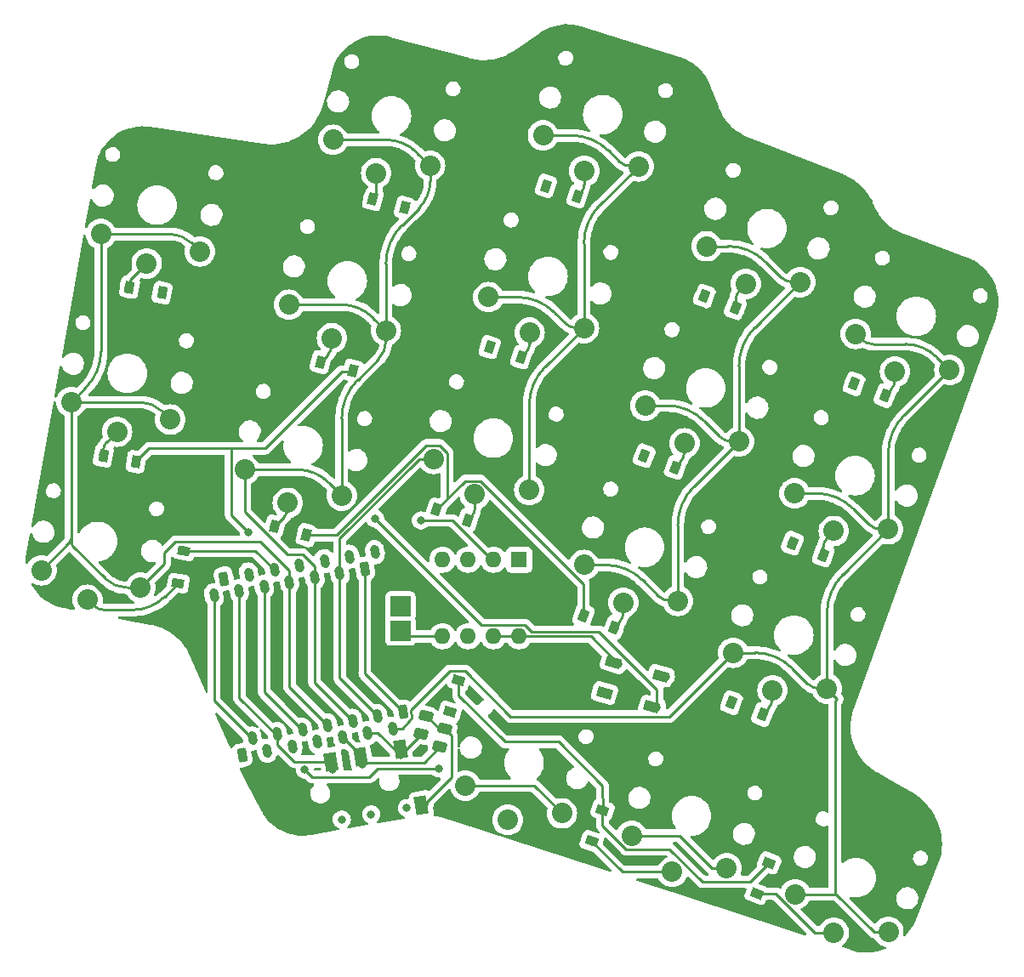
<source format=gbr>
%TF.GenerationSoftware,KiCad,Pcbnew,7.0.5*%
%TF.CreationDate,2023-06-17T18:52:54+04:00*%
%TF.ProjectId,KBD,4b42442e-6b69-4636-9164-5f7063625858,rev?*%
%TF.SameCoordinates,Original*%
%TF.FileFunction,Copper,L1,Top*%
%TF.FilePolarity,Positive*%
%FSLAX46Y46*%
G04 Gerber Fmt 4.6, Leading zero omitted, Abs format (unit mm)*
G04 Created by KiCad (PCBNEW 7.0.5) date 2023-06-17 18:52:54*
%MOMM*%
%LPD*%
G01*
G04 APERTURE LIST*
G04 Aperture macros list*
%AMRoundRect*
0 Rectangle with rounded corners*
0 $1 Rounding radius*
0 $2 $3 $4 $5 $6 $7 $8 $9 X,Y pos of 4 corners*
0 Add a 4 corners polygon primitive as box body*
4,1,4,$2,$3,$4,$5,$6,$7,$8,$9,$2,$3,0*
0 Add four circle primitives for the rounded corners*
1,1,$1+$1,$2,$3*
1,1,$1+$1,$4,$5*
1,1,$1+$1,$6,$7*
1,1,$1+$1,$8,$9*
0 Add four rect primitives between the rounded corners*
20,1,$1+$1,$2,$3,$4,$5,0*
20,1,$1+$1,$4,$5,$6,$7,0*
20,1,$1+$1,$6,$7,$8,$9,0*
20,1,$1+$1,$8,$9,$2,$3,0*%
%AMHorizOval*
0 Thick line with rounded ends*
0 $1 width*
0 $2 $3 position (X,Y) of the first rounded end (center of the circle)*
0 $4 $5 position (X,Y) of the second rounded end (center of the circle)*
0 Add line between two ends*
20,1,$1,$2,$3,$4,$5,0*
0 Add two circle primitives to create the rounded ends*
1,1,$1,$2,$3*
1,1,$1,$4,$5*%
%AMRotRect*
0 Rectangle, with rotation*
0 The origin of the aperture is its center*
0 $1 length*
0 $2 width*
0 $3 Rotation angle, in degrees counterclockwise*
0 Add horizontal line*
21,1,$1,$2,0,0,$3*%
G04 Aperture macros list end*
%TA.AperFunction,SMDPad,CuDef*%
%ADD10RotRect,1.200000X1.810000X10.000000*%
%TD*%
%TA.AperFunction,SMDPad,CuDef*%
%ADD11RotRect,1.235000X1.810000X10.000000*%
%TD*%
%TA.AperFunction,SMDPad,CuDef*%
%ADD12RotRect,0.900000X1.200000X165.000000*%
%TD*%
%TA.AperFunction,SMDPad,CuDef*%
%ADD13RotRect,0.900000X1.200000X254.000000*%
%TD*%
%TA.AperFunction,ComponentPad*%
%ADD14C,2.032000*%
%TD*%
%TA.AperFunction,SMDPad,CuDef*%
%ADD15RotRect,0.900000X1.200000X170.000000*%
%TD*%
%TA.AperFunction,ComponentPad*%
%ADD16R,2.000000X2.000000*%
%TD*%
%TA.AperFunction,ComponentPad*%
%ADD17RoundRect,0.225000X-0.139099X-0.506855X0.304065X-0.428713X0.139099X0.506855X-0.304065X0.428713X0*%
%TD*%
%TA.AperFunction,ComponentPad*%
%ADD18HorizOval,0.900000X-0.043412X0.246202X0.043412X-0.246202X0*%
%TD*%
%TA.AperFunction,SMDPad,CuDef*%
%ADD19RotRect,0.900000X1.200000X251.000000*%
%TD*%
%TA.AperFunction,SMDPad,CuDef*%
%ADD20RotRect,0.900000X1.200000X260.000000*%
%TD*%
%TA.AperFunction,SMDPad,CuDef*%
%ADD21RotRect,0.900000X1.200000X339.000000*%
%TD*%
%TA.AperFunction,SMDPad,CuDef*%
%ADD22RoundRect,0.250000X-0.366727X0.370024X-0.502607X-0.137087X0.366727X-0.370024X0.502607X0.137087X0*%
%TD*%
%TA.AperFunction,SMDPad,CuDef*%
%ADD23RotRect,1.500000X1.000000X344.000000*%
%TD*%
%TA.AperFunction,SMDPad,CuDef*%
%ADD24RotRect,0.900000X1.200000X342.000000*%
%TD*%
%TA.AperFunction,ComponentPad*%
%ADD25R,1.600000X1.600000*%
%TD*%
%TA.AperFunction,ComponentPad*%
%ADD26O,1.600000X1.600000*%
%TD*%
%TA.AperFunction,SMDPad,CuDef*%
%ADD27RotRect,0.900000X1.200000X248.000000*%
%TD*%
%TA.AperFunction,ComponentPad*%
%ADD28RoundRect,0.225000X0.139099X0.506855X-0.304065X0.428713X-0.139099X-0.506855X0.304065X-0.428713X0*%
%TD*%
%TA.AperFunction,ViaPad*%
%ADD29C,0.800000*%
%TD*%
%TA.AperFunction,Conductor*%
%ADD30C,0.250000*%
%TD*%
G04 APERTURE END LIST*
D10*
%TO.P,J3,R1*%
%TO.N,SDA*%
X171047211Y-111455722D03*
D11*
%TO.P,J3,R2*%
%TO.N,0V*%
X168110022Y-111973628D03*
D10*
%TO.P,J3,S*%
%TO.N,I2CPullUp*%
X177078626Y-116291849D03*
%TO.P,J3,T*%
%TO.N,SCL*%
X174986442Y-110761129D03*
%TD*%
D12*
%TO.P,D14,1,K*%
%TO.N,Row_3*%
X165650778Y-89427051D03*
%TO.P,D14,2,A*%
%TO.N,Net-(D14-A)*%
X162463222Y-88572949D03*
%TD*%
D13*
%TO.P,D18,1,K*%
%TO.N,Row_4*%
X180814802Y-103860918D03*
%TO.P,D18,2,A*%
%TO.N,Net-(D18-A)*%
X179905198Y-107033082D03*
%TD*%
D14*
%TO.P,SW1,1,1*%
%TO.N,Net-(D1-A)*%
X224234883Y-73137258D03*
%TO.P,SW1,2,2*%
%TO.N,Column_1*%
X220319554Y-69384899D03*
X229655358Y-72968578D03*
%TD*%
%TO.P,SW13,1,1*%
%TO.N,Net-(D13-A)*%
X182420434Y-85366801D03*
%TO.P,SW13,2,2*%
%TO.N,Column_3*%
X178314087Y-81824498D03*
X187824652Y-84914668D03*
%TD*%
D15*
%TO.P,D10,1,K*%
%TO.N,Row_2*%
X148681933Y-82086519D03*
%TO.P,D10,2,A*%
%TO.N,Net-(D10-A)*%
X145432067Y-81513481D03*
%TD*%
D16*
%TO.P,TP2,1,1*%
%TO.N,MCU_Bat+*%
X175006000Y-98933000D03*
%TD*%
D14*
%TO.P,SW5,1,1*%
%TO.N,Net-(D5-A)*%
X149745128Y-62371034D03*
%TO.P,SW5,2,2*%
%TO.N,Column_5*%
X145185750Y-59434697D03*
X155033828Y-61171178D03*
%TD*%
D17*
%TO.P,J1,1,Pin_1*%
%TO.N,Row_1*%
X159245000Y-111322000D03*
D18*
%TO.P,J1,2,Pin_2*%
%TO.N,Row_2*%
X161707019Y-110887880D03*
%TO.P,J1,3,Pin_3*%
%TO.N,Row_3*%
X164247823Y-110439867D03*
%TO.P,J1,4,Pin_4*%
%TO.N,Row_4*%
X166749235Y-109998801D03*
%TO.P,J1,5,Pin_5*%
%TO.N,SDA*%
X169250647Y-109557735D03*
%TO.P,J1,6,Pin_6*%
%TO.N,SCL*%
X171752058Y-109116668D03*
%TO.P,J1,7,Pin_7*%
%TO.N,Column_1*%
X174253470Y-108675602D03*
%TD*%
D14*
%TO.P,SW11,1,1*%
%TO.N,Net-(D11-A)*%
X212050373Y-104878992D03*
%TO.P,SW11,2,2*%
%TO.N,Column_1*%
X208135044Y-101126633D03*
X217470848Y-104710312D03*
%TD*%
D19*
%TO.P,D17,1,K*%
%TO.N,Row_4*%
X195121187Y-116790094D03*
%TO.P,D17,2,A*%
%TO.N,Net-(D17-A)*%
X194046813Y-119910306D03*
%TD*%
D14*
%TO.P,SW17,1,1*%
%TO.N,Net-(D17-A)*%
X202067796Y-122950935D03*
%TO.P,SW17,2,2*%
%TO.N,Column_2*%
X198023896Y-119337505D03*
X207479082Y-122593186D03*
%TD*%
D20*
%TO.P,D15,1,K*%
%TO.N,Row_3*%
X153448519Y-90958067D03*
%TO.P,D15,2,A*%
%TO.N,Net-(D15-A)*%
X152875481Y-94207933D03*
%TD*%
D21*
%TO.P,D7,1,K*%
%TO.N,Row_2*%
X199266592Y-81508693D03*
%TO.P,D7,2,A*%
%TO.N,Net-(D7-A)*%
X202347408Y-82691307D03*
%TD*%
D14*
%TO.P,SW4,1,1*%
%TO.N,Net-(D4-A)*%
X172585493Y-53372126D03*
%TO.P,SW4,2,2*%
%TO.N,Column_4*%
X168299383Y-50049587D03*
X177958642Y-52637777D03*
%TD*%
D22*
%TO.P,R2,1*%
%TO.N,I2CPullUp*%
X177528172Y-107449593D03*
%TO.P,R2,2*%
%TO.N,SCL*%
X177055828Y-109212407D03*
%TD*%
D14*
%TO.P,SW10,1,1*%
%TO.N,Net-(D10-A)*%
X146793109Y-79112765D03*
%TO.P,SW10,2,2*%
%TO.N,Column_5*%
X142233731Y-76176428D03*
X152081809Y-77912909D03*
%TD*%
%TO.P,SW7,1,1*%
%TO.N,Net-(D7-A)*%
X203287138Y-80270726D03*
%TO.P,SW7,2,2*%
%TO.N,Column_2*%
X199371809Y-76518367D03*
X208707613Y-80102046D03*
%TD*%
%TO.P,SW16,1,1*%
%TO.N,Net-(D16-A)*%
X218153136Y-128992945D03*
%TO.P,SW16,2,2*%
%TO.N,Column_1*%
X214303891Y-125172826D03*
X223575729Y-128918892D03*
%TD*%
D16*
%TO.P,TP1,1,1*%
%TO.N,Bat+*%
X175006000Y-96520000D03*
%TD*%
D23*
%TO.P,D19,1,VDD*%
%TO.N,LED_PWR*%
X196205929Y-102053670D03*
%TO.P,D19,2,DOUT*%
%TO.N,unconnected-(D19-DOUT-Pad2)*%
X195323889Y-105129707D03*
%TO.P,D19,3,VSS*%
%TO.N,0V*%
X200034071Y-106480330D03*
%TO.P,D19,4,DIN*%
%TO.N,LED_IN*%
X200916111Y-103404293D03*
%TD*%
D14*
%TO.P,SW3,1,1*%
%TO.N,Net-(D3-A)*%
X193307434Y-53154486D03*
%TO.P,SW3,2,2*%
%TO.N,Column_3*%
X189201087Y-49612183D03*
X198711652Y-52702353D03*
%TD*%
D21*
%TO.P,D2,1,K*%
%TO.N,Row_1*%
X205266592Y-65608693D03*
%TO.P,D2,2,A*%
%TO.N,Net-(D2-A)*%
X208347408Y-66791307D03*
%TD*%
%TO.P,D12,1,K*%
%TO.N,Row_3*%
X193216592Y-97408693D03*
%TO.P,D12,2,A*%
%TO.N,Net-(D12-A)*%
X196297408Y-98591307D03*
%TD*%
D24*
%TO.P,D3,1,K*%
%TO.N,Row_1*%
X189487757Y-54640122D03*
%TO.P,D3,2,A*%
%TO.N,Net-(D3-A)*%
X192626243Y-55659878D03*
%TD*%
D14*
%TO.P,SW18,1,1*%
%TO.N,Net-(D18-A)*%
X185688285Y-117759047D03*
%TO.P,SW18,2,2*%
%TO.N,Column_3*%
X181460815Y-114362211D03*
X191073432Y-117118584D03*
%TD*%
D21*
%TO.P,D6,1,K*%
%TO.N,Row_2*%
X214016592Y-90208693D03*
%TO.P,D6,2,A*%
%TO.N,Net-(D6-A)*%
X217097408Y-91391307D03*
%TD*%
D24*
%TO.P,D8,1,K*%
%TO.N,Row_2*%
X183887757Y-70690122D03*
%TO.P,D8,2,A*%
%TO.N,Net-(D8-A)*%
X187026243Y-71709878D03*
%TD*%
D14*
%TO.P,SW9,1,1*%
%TO.N,Net-(D9-A)*%
X168185568Y-69792865D03*
%TO.P,SW9,2,2*%
%TO.N,Column_4*%
X163899458Y-66470326D03*
X173558717Y-69058516D03*
%TD*%
D25*
%TO.P,SW19,1*%
%TO.N,3.3V*%
X186807000Y-91863500D03*
D26*
%TO.P,SW19,2*%
%TO.N,5V*%
X184267000Y-91863500D03*
%TO.P,SW19,3*%
%TO.N,SCL*%
X181727000Y-91863500D03*
%TO.P,SW19,4*%
%TO.N,Bat+*%
X179187000Y-91863500D03*
%TO.P,SW19,5*%
%TO.N,MCU_Bat+*%
X179187000Y-99483500D03*
%TO.P,SW19,6*%
%TO.N,LED_IN*%
X181727000Y-99483500D03*
%TO.P,SW19,7*%
%TO.N,LED_PWR*%
X184267000Y-99483500D03*
%TO.P,SW19,8*%
X186807000Y-99483500D03*
%TD*%
D27*
%TO.P,D16,1,K*%
%TO.N,Row_4*%
X211712101Y-122052747D03*
%TO.P,D16,2,A*%
%TO.N,Net-(D16-A)*%
X210475899Y-125112453D03*
%TD*%
D21*
%TO.P,D1,1,K*%
%TO.N,Row_1*%
X220166592Y-74358693D03*
%TO.P,D1,2,A*%
%TO.N,Net-(D1-A)*%
X223247408Y-75541307D03*
%TD*%
D14*
%TO.P,SW6,1,1*%
%TO.N,Net-(D6-A)*%
X218142629Y-89008125D03*
%TO.P,SW6,2,2*%
%TO.N,Column_1*%
X214227300Y-85255766D03*
X223563104Y-88839445D03*
%TD*%
D12*
%TO.P,D9,1,K*%
%TO.N,Row_2*%
X170250778Y-73027051D03*
%TO.P,D9,2,A*%
%TO.N,Net-(D9-A)*%
X167063222Y-72172949D03*
%TD*%
D21*
%TO.P,D11,1,K*%
%TO.N,Row_3*%
X207966592Y-106108693D03*
%TO.P,D11,2,A*%
%TO.N,Net-(D11-A)*%
X211047408Y-107291307D03*
%TD*%
D14*
%TO.P,SW2,1,1*%
%TO.N,Net-(D2-A)*%
X209379393Y-64399859D03*
%TO.P,SW2,2,2*%
%TO.N,Column_2*%
X205464064Y-60647500D03*
X214799868Y-64231179D03*
%TD*%
D15*
%TO.P,D5,1,K*%
%TO.N,Row_1*%
X151281933Y-65286519D03*
%TO.P,D5,2,A*%
%TO.N,Net-(D5-A)*%
X148032067Y-64713481D03*
%TD*%
D14*
%TO.P,SW14,1,1*%
%TO.N,Net-(D14-A)*%
X163785645Y-86213604D03*
%TO.P,SW14,2,2*%
%TO.N,Column_4*%
X159499535Y-82891065D03*
X169158794Y-85479255D03*
%TD*%
D24*
%TO.P,D13,1,K*%
%TO.N,Row_3*%
X178587757Y-86890122D03*
%TO.P,D13,2,A*%
%TO.N,Net-(D13-A)*%
X181726243Y-87909878D03*
%TD*%
D28*
%TO.P,J2,1,Pin_1*%
%TO.N,Column_2*%
X171453470Y-92775602D03*
D18*
%TO.P,J2,2,Pin_2*%
%TO.N,Column_3*%
X168952058Y-93216668D03*
%TO.P,J2,3,Pin_3*%
%TO.N,Column_4*%
X166450647Y-93657735D03*
%TO.P,J2,4,Pin_4*%
%TO.N,Column_5*%
X163949235Y-94098801D03*
%TO.P,J2,5,Pin_5*%
%TO.N,3.3V*%
X161447823Y-94539867D03*
%TO.P,J2,6,Pin_6*%
%TO.N,0V*%
X158946412Y-94980934D03*
%TO.P,J2,7,Pin_7*%
%TO.N,5V*%
X156445000Y-95422000D03*
%TD*%
D14*
%TO.P,SW15,1,1*%
%TO.N,Net-(D15-A)*%
X143841090Y-95854498D03*
%TO.P,SW15,2,2*%
%TO.N,Column_5*%
X139281712Y-92918161D03*
X149129790Y-94654642D03*
%TD*%
%TO.P,SW8,1,1*%
%TO.N,Net-(D8-A)*%
X187863933Y-69260644D03*
%TO.P,SW8,2,2*%
%TO.N,Column_3*%
X183757586Y-65718341D03*
X193268151Y-68808511D03*
%TD*%
D12*
%TO.P,D4,1,K*%
%TO.N,Row_1*%
X175450778Y-56827051D03*
%TO.P,D4,2,A*%
%TO.N,Net-(D4-A)*%
X172263222Y-55972949D03*
%TD*%
D22*
%TO.P,R1,1*%
%TO.N,I2CPullUp*%
X179415344Y-108727186D03*
%TO.P,R1,2*%
%TO.N,SDA*%
X178943000Y-110490000D03*
%TD*%
D14*
%TO.P,SW12,1,1*%
%TO.N,Net-(D12-A)*%
X197194882Y-96141594D03*
%TO.P,SW12,2,2*%
%TO.N,Column_2*%
X193279553Y-92389235D03*
X202615357Y-95972914D03*
%TD*%
D28*
%TO.P,J2,1,Pin_1*%
%TO.N,Column_2*%
X175264650Y-107015370D03*
D18*
%TO.P,J2,2,Pin_2*%
%TO.N,Column_3*%
X172763238Y-107456436D03*
%TO.P,J2,3,Pin_3*%
%TO.N,Column_4*%
X170261827Y-107897503D03*
%TO.P,J2,4,Pin_4*%
%TO.N,Column_5*%
X167760415Y-108338569D03*
%TO.P,J2,5,Pin_5*%
%TO.N,3.3V*%
X165259003Y-108779635D03*
%TO.P,J2,6,Pin_6*%
%TO.N,0V*%
X162757592Y-109220702D03*
%TO.P,J2,7,Pin_7*%
%TO.N,5V*%
X160256180Y-109661768D03*
%TD*%
D17*
%TO.P,J1,1,Pin_1*%
%TO.N,Row_1*%
X157449200Y-93763000D03*
D18*
%TO.P,J1,2,Pin_2*%
%TO.N,Row_2*%
X159911219Y-93328880D03*
%TO.P,J1,3,Pin_3*%
%TO.N,Row_3*%
X162452023Y-92880867D03*
%TO.P,J1,4,Pin_4*%
%TO.N,Row_4*%
X164953435Y-92439801D03*
%TO.P,J1,5,Pin_5*%
%TO.N,SDA*%
X167454847Y-91998735D03*
%TO.P,J1,6,Pin_6*%
%TO.N,SCL*%
X169956258Y-91557668D03*
%TO.P,J1,7,Pin_7*%
%TO.N,Column_1*%
X172457670Y-91116602D03*
%TD*%
D29*
%TO.N,Row_1*%
X220091000Y-74295000D03*
X205232000Y-65532000D03*
X151257000Y-65405000D03*
X175514000Y-56769000D03*
X189484000Y-54610000D03*
%TO.N,Row_2*%
X199263000Y-81534000D03*
X213995000Y-90170000D03*
X183896000Y-70612000D03*
X170307000Y-73152000D03*
X148717000Y-82042000D03*
X159893000Y-89154000D03*
%TO.N,Row_3*%
X207899000Y-106172000D03*
X178562000Y-86995000D03*
X193167000Y-97409000D03*
X165735000Y-89408000D03*
X153416000Y-90932000D03*
%TO.N,Row_4*%
X195142800Y-116775400D03*
X178816000Y-112649000D03*
X211678200Y-122058600D03*
X165481000Y-112776000D03*
X180817200Y-103846800D03*
%TO.N,Net-(D1-A)*%
X223266000Y-75438000D03*
%TO.N,Net-(D2-A)*%
X208407000Y-66802000D03*
%TO.N,Net-(D3-A)*%
X192659000Y-55626000D03*
%TO.N,Net-(D4-A)*%
X172212000Y-55880000D03*
%TO.N,Net-(D5-A)*%
X147955000Y-64770000D03*
%TO.N,Net-(D6-A)*%
X217043000Y-91440000D03*
%TO.N,Net-(D7-A)*%
X202311000Y-82677000D03*
%TO.N,Net-(D8-A)*%
X187071000Y-71628000D03*
%TO.N,Net-(D9-A)*%
X167005000Y-72263000D03*
%TO.N,Net-(D10-A)*%
X145415000Y-81407000D03*
%TO.N,Net-(D11-A)*%
X211074000Y-107315000D03*
%TO.N,Net-(D12-A)*%
X196342000Y-98679000D03*
%TO.N,Net-(D13-A)*%
X181737000Y-88011000D03*
%TO.N,Net-(D14-A)*%
X162433000Y-88519000D03*
%TO.N,Net-(D15-A)*%
X152908000Y-94234000D03*
%TO.N,Net-(D16-A)*%
X210484400Y-125132000D03*
%TO.N,Net-(D17-A)*%
X194076000Y-119925000D03*
%TO.N,Net-(D18-A)*%
X179928200Y-107021800D03*
%TO.N,SDA*%
X171196000Y-112268000D03*
X172085000Y-117221000D03*
%TO.N,SCL*%
X174980149Y-111350251D03*
X175641000Y-116586000D03*
%TO.N,5V*%
X177038000Y-87958500D03*
%TO.N,0V*%
X200533000Y-106553000D03*
X168275000Y-112776000D03*
X169164000Y-117729000D03*
X172466000Y-87757000D03*
%TO.N,LED_IN*%
X201422000Y-103505000D03*
%TO.N,I2CPullUp*%
X177546000Y-107442000D03*
X177419000Y-116205000D03*
%TO.N,LED_PWR*%
X196723000Y-102235000D03*
%TD*%
D30*
%TO.N,Row_1*%
X220107105Y-74299206D02*
X220166592Y-74358693D01*
X220096949Y-74295000D02*
X220091000Y-74295000D01*
X220091000Y-74295000D02*
X220091000Y-74283101D01*
X220107088Y-74299223D02*
G75*
G03*
X220096949Y-74295000I-10188J-10177D01*
G01*
%TO.N,Row_2*%
X158242000Y-80772000D02*
X161544000Y-80772000D01*
X159893000Y-89154000D02*
X158158535Y-87419535D01*
X148717000Y-82042000D02*
X149987000Y-80772000D01*
X158158535Y-87419535D02*
X158158535Y-80855465D01*
X169164000Y-73152000D02*
X161544000Y-80772000D01*
X158158535Y-80855465D02*
X158242000Y-80772000D01*
X170307000Y-73152000D02*
X169164000Y-73152000D01*
X149987000Y-80772000D02*
X158242000Y-80772000D01*
%TO.N,Row_3*%
X168657349Y-89408000D02*
X177581851Y-80483498D01*
X160529223Y-90958067D02*
X153448519Y-90958067D01*
X193216592Y-94266498D02*
X182975895Y-84025801D01*
X182975895Y-84025801D02*
X181452078Y-84025801D01*
X178908498Y-80483498D02*
X179655087Y-81230087D01*
X179655087Y-81230087D02*
X179655087Y-85747739D01*
X177581851Y-80483498D02*
X178908498Y-80483498D01*
X181452078Y-84025801D02*
X178587757Y-86890122D01*
X162452023Y-92880867D02*
X160529223Y-90958067D01*
X162452023Y-92880867D02*
X162452023Y-92625806D01*
X165735000Y-89408000D02*
X168657349Y-89408000D01*
X193216592Y-97408693D02*
X193216592Y-94266498D01*
%TO.N,Row_4*%
X211706248Y-122058600D02*
X211678200Y-122058600D01*
X166206000Y-113501000D02*
X171911819Y-113501000D01*
X167061288Y-110310854D02*
X166749235Y-109998801D01*
X171911819Y-113501000D02*
X172763819Y-112649000D01*
X209830662Y-123934186D02*
X205044786Y-123934186D01*
X211678200Y-122086648D02*
X209830662Y-123934186D01*
X211678200Y-122058600D02*
X211678200Y-122086648D01*
X180814802Y-103860918D02*
X180817200Y-103846800D01*
X180817200Y-103846800D02*
X180814802Y-105419202D01*
X195121187Y-114366187D02*
X195142800Y-116775400D01*
X185393703Y-109998103D02*
X190753103Y-109998103D01*
X197468435Y-120678505D02*
X195121187Y-118331257D01*
X195121187Y-118331257D02*
X195121187Y-116790094D01*
X165481000Y-112776000D02*
X166206000Y-113501000D01*
X180814802Y-105419202D02*
X185393703Y-109998103D01*
X195142800Y-116775400D02*
X195121187Y-116790094D01*
X211712101Y-122052747D02*
X211706248Y-122058600D01*
X205044786Y-123934186D02*
X201789105Y-120678505D01*
X190753103Y-109998103D02*
X195121187Y-114366187D01*
X172763819Y-112649000D02*
X178816000Y-112649000D01*
X201789105Y-120678505D02*
X197468435Y-120678505D01*
%TO.N,Column_1*%
X208135044Y-101126633D02*
X201768988Y-107492689D01*
X210292686Y-101126633D02*
X208135044Y-101126633D01*
X213929950Y-85255766D02*
X213884205Y-85255766D01*
X223575729Y-128918892D02*
X222138889Y-128918892D01*
X225156896Y-77467039D02*
X229655358Y-72968578D01*
X214318791Y-85255766D02*
X214227299Y-85255766D01*
X223563104Y-88480235D02*
X223563104Y-81314795D01*
X185978689Y-107492689D02*
X181423968Y-102937968D01*
X214959232Y-85255766D02*
X214593265Y-85255766D01*
X222138889Y-128918892D02*
X218392823Y-125172826D01*
X175159143Y-108675602D02*
X174253470Y-108675602D01*
X213929950Y-85255766D02*
X213952823Y-85255766D01*
X201768988Y-107492689D02*
X185978689Y-107492689D01*
X214135807Y-85255766D02*
X214044314Y-85255766D01*
X176015934Y-106813066D02*
X176149919Y-107572932D01*
X213884205Y-85255766D02*
X213861333Y-85255766D01*
X181423968Y-102937968D02*
X179891032Y-102937968D01*
X214318791Y-85255766D02*
X214341663Y-85255766D01*
X176149919Y-107572932D02*
X175888578Y-107946167D01*
X214478900Y-85255766D02*
X214341663Y-85255766D01*
X220827553Y-69892898D02*
X220319554Y-69384899D01*
X228371518Y-71684738D02*
X229655358Y-72968578D01*
X223203894Y-88839445D02*
X222844684Y-88839445D01*
X219064640Y-93337908D02*
X223309104Y-89093444D01*
X214044314Y-85255766D02*
X213952823Y-85255766D01*
X179891032Y-102937968D02*
X176015934Y-106813066D01*
X214959232Y-85255766D02*
X216384942Y-85255766D01*
X217470848Y-104653247D02*
X217470848Y-97185664D01*
X214227299Y-85255766D02*
X214135807Y-85255766D01*
X215526008Y-104202312D02*
X213976012Y-102652316D01*
X218392823Y-125172826D02*
X214303891Y-125172826D01*
X217470848Y-104710312D02*
X218486847Y-105726311D01*
X225272054Y-70400898D02*
X222053972Y-70400898D01*
X218486847Y-105726311D02*
X218273815Y-105939343D01*
X175888578Y-107946167D02*
X175159143Y-108675602D01*
X220068268Y-86781449D02*
X221618264Y-88331445D01*
X216752428Y-104710312D02*
X217413783Y-104710312D01*
X218273815Y-125053818D02*
X218392823Y-125172826D01*
X218273815Y-105939343D02*
X218273815Y-125053818D01*
X214593265Y-85255766D02*
X214478900Y-85255766D01*
X217430446Y-104750612D02*
G75*
G03*
X217413783Y-104710312I-16646J16712D01*
G01*
X225156889Y-77467032D02*
G75*
G03*
X223563104Y-81314795I3847811J-3847768D01*
G01*
X221618267Y-88331442D02*
G75*
G03*
X222844684Y-88839445I1226433J1226442D01*
G01*
X220827571Y-69892880D02*
G75*
G03*
X222053972Y-70400898I1226429J1226380D01*
G01*
X217430510Y-104750676D02*
G75*
G03*
X217390146Y-104848078I97390J-97424D01*
G01*
X217413783Y-104710248D02*
G75*
G03*
X217470848Y-104653247I17J57048D01*
G01*
X223203894Y-88839404D02*
G75*
G03*
X223563104Y-88480235I6J359204D01*
G01*
X213976010Y-102652318D02*
G75*
G03*
X210292686Y-101126633I-3683310J-3683282D01*
G01*
X215525996Y-104202324D02*
G75*
G03*
X216752428Y-104710312I1226404J1226424D01*
G01*
X228371541Y-71684715D02*
G75*
G03*
X225272054Y-70400898I-3099441J-3099485D01*
G01*
X220068252Y-86781465D02*
G75*
G03*
X216384942Y-85255766I-3683352J-3683335D01*
G01*
X219064658Y-93337926D02*
G75*
G03*
X217470848Y-97185664I3847742J-3847774D01*
G01*
X223309066Y-89093406D02*
G75*
G03*
X223203894Y-88839445I-105166J105206D01*
G01*
X217430470Y-104750636D02*
G75*
G03*
X217470848Y-104653247I-97370J97436D01*
G01*
X223309086Y-89093426D02*
G75*
G03*
X223563104Y-88480235I-613186J613226D01*
G01*
%TO.N,Column_2*%
X207989193Y-80102046D02*
X208348403Y-80102046D01*
X171453470Y-92775602D02*
X171453470Y-103204190D01*
X200670517Y-95464914D02*
X199120521Y-93914918D01*
X204209149Y-84600509D02*
X208453613Y-80356045D01*
X171646653Y-92582418D02*
X171453470Y-92775602D01*
X193279553Y-92389235D02*
X195437195Y-92389235D01*
X207479082Y-122593186D02*
X206042242Y-122593186D01*
X171453470Y-103204190D02*
X175264650Y-107015370D01*
X201529451Y-76518367D02*
X199371809Y-76518367D01*
X214616885Y-64231179D02*
X214982851Y-64231179D01*
X202786561Y-119337505D02*
X198023896Y-119337505D01*
X214982851Y-64231179D02*
X215165834Y-64231179D01*
X202615357Y-95254494D02*
X202615357Y-88448265D01*
X208707613Y-79742836D02*
X208707613Y-72577397D01*
X210301405Y-68729641D02*
X214670479Y-64360567D01*
X214081448Y-64231179D02*
X214616885Y-64231179D01*
X206042242Y-122593186D02*
X202786561Y-119337505D01*
X207621706Y-60647500D02*
X205464064Y-60647500D01*
X212855028Y-63723179D02*
X211305032Y-62173183D01*
X206762773Y-79594046D02*
X205212777Y-78044050D01*
X206762771Y-79594048D02*
G75*
G03*
X207989193Y-80102046I1226429J1226448D01*
G01*
X201896937Y-95972957D02*
G75*
G03*
X202615357Y-95254494I-37J718457D01*
G01*
X204209168Y-84600528D02*
G75*
G03*
X202615357Y-88448265I3847732J-3847772D01*
G01*
X214982851Y-64231203D02*
G75*
G03*
X214670479Y-64360567I-51J-441697D01*
G01*
X214670520Y-64360608D02*
G75*
G03*
X214616885Y-64231179I-53620J53608D01*
G01*
X208453596Y-80356028D02*
G75*
G03*
X208707613Y-79742836I-613196J613228D01*
G01*
X208348403Y-80102013D02*
G75*
G03*
X208707613Y-79742836I-3J359213D01*
G01*
X205212806Y-78044021D02*
G75*
G03*
X201529451Y-76518367I-3683306J-3683379D01*
G01*
X199120514Y-93914925D02*
G75*
G03*
X195437195Y-92389235I-3683314J-3683275D01*
G01*
X210301399Y-68729635D02*
G75*
G03*
X208707613Y-72577397I3847801J-3847765D01*
G01*
X212855012Y-63723195D02*
G75*
G03*
X214081448Y-64231179I1226388J1226395D01*
G01*
X208453569Y-80356001D02*
G75*
G03*
X208348403Y-80102046I-105169J105201D01*
G01*
X202107347Y-96480903D02*
G75*
G03*
X201896937Y-95972914I-210447J210403D01*
G01*
X211305027Y-62173188D02*
G75*
G03*
X207621706Y-60647500I-3683327J-3683312D01*
G01*
X202107368Y-96480924D02*
G75*
G03*
X202615357Y-95254494I-1226468J1226424D01*
G01*
X200670500Y-95464931D02*
G75*
G03*
X201896937Y-95972914I1226400J1226431D01*
G01*
%TO.N,Column_3*%
X191999561Y-49612183D02*
X189201087Y-49612183D01*
X187824652Y-76505973D02*
X187824652Y-84196248D01*
X191404420Y-68321697D02*
X190346149Y-67263426D01*
X176877247Y-81824498D02*
X178314087Y-81824498D01*
X168952058Y-93216668D02*
X168952058Y-89749687D01*
X192579692Y-68808511D02*
X192923921Y-68808511D01*
X191073432Y-117118584D02*
X188317059Y-114362211D01*
X189418444Y-72658217D02*
X193024743Y-69051917D01*
X188317059Y-114362211D02*
X181460815Y-114362211D01*
X168952058Y-103645256D02*
X168952058Y-93216668D01*
X193268151Y-68464281D02*
X193268151Y-60399817D01*
X172763238Y-107456436D02*
X168952058Y-103645256D01*
X186615983Y-65718341D02*
X183757586Y-65718341D01*
X198203652Y-53210352D02*
X194861943Y-56552061D01*
X195729727Y-51157268D02*
X196766812Y-52194353D01*
X168952058Y-89749687D02*
X176877247Y-81824498D01*
X190346159Y-67263416D02*
G75*
G03*
X186615983Y-65718341I-3730159J-3730184D01*
G01*
X194861935Y-56552053D02*
G75*
G03*
X193268151Y-60399817I3847765J-3847747D01*
G01*
X195729739Y-51157256D02*
G75*
G03*
X191999561Y-49612183I-3730139J-3730144D01*
G01*
X196766789Y-52194376D02*
G75*
G03*
X197993232Y-52702353I1226411J1226476D01*
G01*
X198203598Y-53210298D02*
G75*
G03*
X197993232Y-52702353I-210398J210398D01*
G01*
X192923921Y-68808551D02*
G75*
G03*
X193268151Y-68464281I-21J344251D01*
G01*
X191404419Y-68321698D02*
G75*
G03*
X192579692Y-68808511I1175281J1175298D01*
G01*
X193024739Y-69051913D02*
G75*
G03*
X192923921Y-68808511I-100839J100813D01*
G01*
X193024755Y-69051929D02*
G75*
G03*
X193268151Y-68464281I-587655J587629D01*
G01*
X189418458Y-72658231D02*
G75*
G03*
X187824652Y-76505973I3847742J-3847769D01*
G01*
X187106232Y-84914652D02*
G75*
G03*
X187824652Y-84196248I-32J718452D01*
G01*
%TO.N,Column_4*%
X177958642Y-54195992D02*
X177958642Y-52637777D01*
X166450647Y-104093647D02*
X166450647Y-93657735D01*
X175152509Y-58560339D02*
X176856817Y-56856031D01*
X163752236Y-91374629D02*
X165288629Y-91374629D01*
X172817804Y-71895044D02*
X170752586Y-73960262D01*
X173558717Y-69058516D02*
X173558717Y-70106324D01*
X165288629Y-91374629D02*
X166450647Y-92536647D01*
X173558717Y-62408095D02*
X173558717Y-69058516D01*
X173558717Y-69058516D02*
X172264622Y-67764421D01*
X159499535Y-87121928D02*
X163752236Y-91374629D01*
X169158794Y-77808018D02*
X169158794Y-84541855D01*
X163594716Y-66470326D02*
X163547833Y-66470326D01*
X170261827Y-107897503D02*
X170254503Y-107897503D01*
X163711924Y-66470326D02*
X163618158Y-66470326D01*
X166450647Y-93657735D02*
X166565736Y-93542646D01*
X163993224Y-66470326D02*
X163899457Y-66470326D01*
X176664547Y-51343682D02*
X177958642Y-52637777D01*
X164274524Y-66470326D02*
X164157316Y-66470326D01*
X163805690Y-66470326D02*
X163711924Y-66470326D01*
X166450647Y-92536647D02*
X166450647Y-93657735D01*
X163899457Y-66470326D02*
X163805690Y-66470326D01*
X164649590Y-66470326D02*
X169140400Y-66470326D01*
X163993224Y-66470326D02*
X164016666Y-66470326D01*
X170254503Y-107897503D02*
X166450647Y-104093647D01*
X159499535Y-82891065D02*
X159499535Y-87121928D01*
X164649590Y-66470326D02*
X164274524Y-66470326D01*
X164157316Y-66470326D02*
X164016666Y-66470326D01*
X164740477Y-82891065D02*
X159499535Y-82891065D01*
X173540325Y-50049587D02*
X168299383Y-50049587D01*
X168495952Y-84816413D02*
X167864699Y-84185160D01*
X163547833Y-66470326D02*
X163524392Y-66470326D01*
X163594716Y-66470326D02*
X163618158Y-66470326D01*
X167864714Y-84185145D02*
G75*
G03*
X164740477Y-82891065I-3124214J-3124255D01*
G01*
X175152505Y-58560335D02*
G75*
G03*
X173558717Y-62408095I3847795J-3847765D01*
G01*
X172264613Y-67764430D02*
G75*
G03*
X169140400Y-66470326I-3124213J-3124170D01*
G01*
X176664534Y-51343695D02*
G75*
G03*
X173540325Y-50049587I-3124234J-3124205D01*
G01*
X168495917Y-84816448D02*
G75*
G03*
X169158794Y-84541855I274583J274548D01*
G01*
X172817789Y-71895029D02*
G75*
G03*
X173558717Y-70106324I-1788689J1788729D01*
G01*
X170752586Y-73960262D02*
G75*
G03*
X169158794Y-77808018I3847714J-3847738D01*
G01*
X176856817Y-56856031D02*
G75*
G03*
X177958642Y-54195992I-2660017J2660031D01*
G01*
%TO.N,Column_5*%
X152611285Y-90085715D02*
X161078715Y-90085715D01*
X142091918Y-90107954D02*
X139281712Y-92918161D01*
X161078715Y-90085715D02*
X163949235Y-92956235D01*
X154165587Y-60302937D02*
X155033828Y-61171178D01*
X149129790Y-94654642D02*
X151507957Y-92276475D01*
X142233731Y-89765589D02*
X142233731Y-76176428D01*
X163949235Y-92956235D02*
X163949235Y-94098801D01*
X149117450Y-76176428D02*
X142233731Y-76176428D01*
X167760415Y-108324415D02*
X163949235Y-104513235D01*
X152069469Y-59434697D02*
X145185750Y-59434697D01*
X145185750Y-59434697D02*
X145185750Y-71137016D01*
X142233731Y-89765589D02*
X142233731Y-90166695D01*
X151507957Y-91189043D02*
X152611285Y-90085715D01*
X148663431Y-94654642D02*
X147825457Y-94654642D01*
X143709740Y-74700418D02*
X142233731Y-76176428D01*
X151213568Y-77044668D02*
X152081809Y-77912909D01*
X167760415Y-108338569D02*
X167760415Y-108324415D01*
X151507957Y-92276475D02*
X151507957Y-91189043D01*
X163949235Y-104513235D02*
X163949235Y-94098801D01*
X142375543Y-90509060D02*
X145598822Y-93732339D01*
X142233732Y-90166695D02*
G75*
G03*
X142375543Y-90509060I484168J-5D01*
G01*
X145598842Y-93732319D02*
G75*
G03*
X147825457Y-94654642I2226658J2226619D01*
G01*
X142233804Y-90166695D02*
G75*
G03*
X142091919Y-90107955I-83104J-5D01*
G01*
X151213596Y-77044640D02*
G75*
G03*
X149117450Y-76176428I-2096096J-2096160D01*
G01*
X143709740Y-74700418D02*
G75*
G03*
X145185750Y-71137016I-3563440J3563418D01*
G01*
X148663431Y-94654648D02*
G75*
G03*
X149459555Y-94324876I-31J1125948D01*
G01*
X154165611Y-60302913D02*
G75*
G03*
X152069469Y-59434697I-2096111J-2096187D01*
G01*
X142091914Y-90107950D02*
G75*
G03*
X142233731Y-89765589I-342314J342350D01*
G01*
%TO.N,Net-(D1-A)*%
X223244857Y-75565000D02*
X223240468Y-75565000D01*
X224234883Y-73928630D02*
X224234883Y-73137258D01*
X223266000Y-75522715D02*
X223266000Y-75522715D01*
X223235561Y-75553153D02*
X223247408Y-75541307D01*
X223266000Y-75438000D02*
X223266000Y-75522715D01*
X223266000Y-75543857D02*
X223266000Y-75522715D01*
X223308357Y-75438000D02*
X223266000Y-75438000D01*
X223792798Y-74995915D02*
X223380666Y-75408048D01*
X223266000Y-75522715D02*
G75*
G02*
X223266000Y-75522715I0J0D01*
G01*
X223792786Y-74995903D02*
G75*
G03*
X224234883Y-73928630I-1067286J1067303D01*
G01*
X223244857Y-75565000D02*
G75*
G03*
X223266000Y-75543857I43J21100D01*
G01*
X223266000Y-75522715D02*
G75*
G02*
X223266000Y-75522715I0J0D01*
G01*
X223308357Y-75437957D02*
G75*
G03*
X223380666Y-75408048I43J102257D01*
G01*
X223235625Y-75553217D02*
G75*
G03*
X223240468Y-75565000I4875J-4883D01*
G01*
%TO.N,Net-(D2-A)*%
X208407000Y-66802000D02*
X208347408Y-66791307D01*
X208377204Y-66116922D02*
X208407000Y-66802000D01*
X208832289Y-64946962D02*
X209379393Y-64399859D01*
X208832299Y-64946972D02*
G75*
G03*
X208377205Y-66116922I1102201J-1102228D01*
G01*
%TO.N,Net-(D3-A)*%
X192659000Y-55626560D02*
X192659000Y-55626000D01*
X192658603Y-55627517D02*
X192626243Y-55659878D01*
X192983777Y-55302343D02*
X192660517Y-55625603D01*
X192659560Y-55626000D02*
X192659000Y-55626000D01*
X193307434Y-54520967D02*
X193307434Y-53154486D01*
X192983794Y-55302360D02*
G75*
G03*
X193307434Y-54520967I-781394J781360D01*
G01*
X192659561Y-55625958D02*
G75*
G03*
X192660517Y-55625603I39J1358D01*
G01*
X192658633Y-55627545D02*
G75*
G03*
X192658999Y-55626560I-1033J945D01*
G01*
%TO.N,Net-(D4-A)*%
X172284085Y-55880000D02*
X172212000Y-55880000D01*
X172470831Y-55765338D02*
X172407143Y-55829027D01*
X172212000Y-55880000D02*
X172212000Y-55987951D01*
X172585493Y-55488522D02*
X172585493Y-53372126D01*
X172237611Y-55998560D02*
X172263222Y-55972949D01*
X172284085Y-55879997D02*
G75*
G03*
X172407142Y-55829026I15J173997D01*
G01*
X172212030Y-55987951D02*
G75*
G03*
X172237611Y-55998560I14970J-49D01*
G01*
X172470824Y-55765331D02*
G75*
G03*
X172585493Y-55488522I-276824J276831D01*
G01*
%TO.N,Net-(D5-A)*%
X147955000Y-64770000D02*
X147993533Y-64427047D01*
X148276096Y-63840065D02*
X149745128Y-62371034D01*
X147955000Y-64770000D02*
X148032067Y-64713481D01*
X148276100Y-63840069D02*
G75*
G03*
X147993534Y-64427047I697000J-697031D01*
G01*
%TO.N,Net-(D6-A)*%
X217070204Y-90746673D02*
X217043000Y-91440000D01*
X217588041Y-89562712D02*
X218142629Y-89008125D01*
X217043000Y-91440000D02*
X217097408Y-91391307D01*
X217588055Y-89562726D02*
G75*
G03*
X217070204Y-90746673I1253445J-1253474D01*
G01*
%TO.N,Net-(D7-A)*%
X202328930Y-82709784D02*
X202799069Y-82239646D01*
X202354561Y-82684153D02*
X202347408Y-82691307D01*
X203287138Y-81061343D02*
X203287138Y-80270726D01*
X202311000Y-82702357D02*
X202311000Y-82677000D01*
X202351598Y-82677000D02*
X202311000Y-82677000D01*
X202311025Y-82702357D02*
G75*
G03*
X202328930Y-82709784I10475J-43D01*
G01*
X202799040Y-82239617D02*
G75*
G03*
X203287138Y-81061343I-1178240J1178317D01*
G01*
X202354574Y-82684166D02*
G75*
G03*
X202351598Y-82677000I-2974J2966D01*
G01*
%TO.N,Net-(D8-A)*%
X187863933Y-70337748D02*
X187863933Y-69260644D01*
X187121245Y-71614875D02*
X187486026Y-71250093D01*
X187057875Y-71678245D02*
X187026243Y-71709878D01*
X187071000Y-71628000D02*
X187089560Y-71628000D01*
X187071000Y-71628000D02*
X187071000Y-71646560D01*
X187089560Y-71627974D02*
G75*
G03*
X187121245Y-71614875I40J44774D01*
G01*
X187485999Y-71250066D02*
G75*
G03*
X187863933Y-70337748I-912299J912366D01*
G01*
X187057893Y-71678263D02*
G75*
G03*
X187071000Y-71646560I-31693J31663D01*
G01*
%TO.N,Net-(D9-A)*%
X167016253Y-72219917D02*
X167063222Y-72172949D01*
X167005000Y-72263000D02*
X166989085Y-72263000D01*
X166984424Y-72251746D02*
X167740890Y-71495280D01*
X167005000Y-72247085D02*
X167005000Y-72263000D01*
X168185568Y-70421734D02*
X168185568Y-69792865D01*
X166984422Y-72251744D02*
G75*
G03*
X166989085Y-72263000I4678J-4656D01*
G01*
X167740883Y-71495273D02*
G75*
G03*
X168185568Y-70421734I-1073583J1073573D01*
G01*
X167016265Y-72219929D02*
G75*
G03*
X167005000Y-72247085I27135J-27171D01*
G01*
%TO.N,Net-(D10-A)*%
X145423533Y-81415533D02*
X145415000Y-81407000D01*
X145432067Y-81436135D02*
X145432067Y-81513481D01*
X145423533Y-81398466D02*
X145415000Y-81407000D01*
X145432067Y-80931870D02*
X145432067Y-81377864D01*
X145755966Y-80149907D02*
X146793109Y-79112765D01*
X145755987Y-80149928D02*
G75*
G03*
X145432067Y-80931870I781913J-781972D01*
G01*
X145432032Y-81436135D02*
G75*
G03*
X145423532Y-81415534I-29132J35D01*
G01*
X145423558Y-81398491D02*
G75*
G03*
X145432067Y-81377864I-20658J20591D01*
G01*
%TO.N,Net-(D11-A)*%
X211074000Y-107315000D02*
X211040468Y-107315000D01*
X212050373Y-105597942D02*
X212050373Y-104878992D01*
X211035561Y-107303153D02*
X211047408Y-107291307D01*
X211074000Y-107289857D02*
X211074000Y-107315000D01*
X211091778Y-107246936D02*
X211562186Y-106776528D01*
X211562165Y-106776507D02*
G75*
G03*
X212050373Y-105597942I-1178565J1178607D01*
G01*
X211091800Y-107246958D02*
G75*
G03*
X211074000Y-107289857I42900J-42942D01*
G01*
X211035625Y-107303217D02*
G75*
G03*
X211040468Y-107315000I4875J-4883D01*
G01*
%TO.N,Net-(D12-A)*%
X197194882Y-97090754D02*
X197194882Y-96141594D01*
X196342000Y-98679000D02*
X196342000Y-98612857D01*
X196388769Y-98499945D02*
X196768440Y-98120273D01*
X196342000Y-98679000D02*
X196271723Y-98679000D01*
X196253561Y-98635153D02*
X196297408Y-98591307D01*
X196768468Y-98120301D02*
G75*
G03*
X197194882Y-97090754I-1029568J1029501D01*
G01*
X196388787Y-98499963D02*
G75*
G03*
X196342000Y-98612857I112913J-112937D01*
G01*
X196253531Y-98635123D02*
G75*
G03*
X196271723Y-98679000I18169J-18177D01*
G01*
%TO.N,Net-(D13-A)*%
X181664676Y-87971444D02*
X181726243Y-87909878D01*
X182420434Y-86732426D02*
X182420434Y-85366801D01*
X181776555Y-87859565D02*
X182078717Y-87557404D01*
X181737000Y-88011000D02*
X181737000Y-87955060D01*
X181737000Y-88011000D02*
X181681060Y-88011000D01*
X181776586Y-87859596D02*
G75*
G03*
X181737000Y-87955060I95414J-95504D01*
G01*
X182078712Y-87557399D02*
G75*
G03*
X182420434Y-86732426I-825012J824999D01*
G01*
X181664661Y-87971429D02*
G75*
G03*
X181681060Y-88011000I16439J-16371D01*
G01*
%TO.N,Net-(D14-A)*%
X162448111Y-88588060D02*
X162463222Y-88572949D01*
X163419037Y-87617133D02*
X162546929Y-88489241D01*
X162433000Y-88581800D02*
X162433000Y-88519000D01*
X163785645Y-86732065D02*
X163785645Y-86213604D01*
X162433000Y-88519000D02*
X162475085Y-88519000D01*
X163419049Y-87617145D02*
G75*
G03*
X163785645Y-86732065I-885049J885045D01*
G01*
X162433082Y-88581800D02*
G75*
G03*
X162448111Y-88588060I8818J0D01*
G01*
X162475085Y-88518990D02*
G75*
G03*
X162546929Y-88489241I15J101590D01*
G01*
%TO.N,Net-(D15-A)*%
X148348632Y-96870497D02*
X145575508Y-96870497D01*
X152908000Y-94198408D02*
X152908000Y-94234000D01*
X152891740Y-94191673D02*
X152875481Y-94207933D01*
X151531165Y-95552248D02*
X152828700Y-94254713D01*
X144349089Y-96362497D02*
X143841090Y-95854498D01*
X152878707Y-94234000D02*
X152908000Y-94234000D01*
X148348632Y-96870514D02*
G75*
G03*
X151531165Y-95552248I-32J4500814D01*
G01*
X144349089Y-96362497D02*
G75*
G03*
X145575508Y-96870497I1226411J1226397D01*
G01*
X152908036Y-94198408D02*
G75*
G03*
X152891741Y-94191674I-9536J8D01*
G01*
X152878707Y-94233999D02*
G75*
G03*
X152828700Y-94254713I-7J-70701D01*
G01*
%TO.N,Net-(D16-A)*%
X212347057Y-125112453D02*
X210484400Y-125132000D01*
X210484400Y-125132000D02*
X210475899Y-125112453D01*
X216227549Y-128992945D02*
X212347057Y-125112453D01*
X218153136Y-128992945D02*
X216227549Y-128992945D01*
%TO.N,Net-(D17-A)*%
X202067796Y-122950935D02*
X197087442Y-122950935D01*
X194061507Y-119925000D02*
X194046813Y-119910306D01*
X197087442Y-122950935D02*
X194076000Y-119939493D01*
X194076000Y-119925000D02*
X194061507Y-119925000D01*
X194076000Y-119939493D02*
X194076000Y-119925000D01*
%TO.N,SDA*%
X177351431Y-112081569D02*
X178943000Y-110490000D01*
X171673058Y-112081569D02*
X177351431Y-112081569D01*
X171047211Y-111455722D02*
X171673058Y-112081569D01*
X171047211Y-111455722D02*
X171047211Y-111354299D01*
X171047211Y-111354299D02*
X169250647Y-109557735D01*
%TO.N,SCL*%
X174980149Y-111350251D02*
X176983400Y-109347000D01*
X176983400Y-109347000D02*
X177292000Y-109347000D01*
X172746566Y-109116668D02*
X171752058Y-109116668D01*
X174980149Y-111350251D02*
X172746566Y-109116668D01*
%TO.N,5V*%
X156464000Y-95441000D02*
X156445000Y-95422000D01*
X160207768Y-109661768D02*
X156464000Y-105918000D01*
X156464000Y-105918000D02*
X156464000Y-95441000D01*
X180160500Y-87958500D02*
X184065500Y-91863500D01*
X177038000Y-87958500D02*
X180160500Y-87958500D01*
X184065500Y-91863500D02*
X184267000Y-91863500D01*
X160256180Y-109661768D02*
X160207768Y-109661768D01*
%TO.N,0V*%
X162757592Y-109220702D02*
X162560702Y-109220702D01*
X187385500Y-98358500D02*
X188060500Y-99033500D01*
X164420596Y-111973628D02*
X168110022Y-111973628D01*
X162757592Y-110310624D02*
X164420596Y-111973628D01*
X162757592Y-109220702D02*
X162757592Y-110310624D01*
X188060500Y-99033500D02*
X194778047Y-99033500D01*
X200533000Y-104788453D02*
X200533000Y-106553000D01*
X172466000Y-87757000D02*
X183067500Y-98358500D01*
X183067500Y-98358500D02*
X187385500Y-98358500D01*
X158946412Y-105606412D02*
X158946412Y-94980934D01*
X194778047Y-99033500D02*
X200533000Y-104788453D01*
X162560702Y-109220702D02*
X158946412Y-105606412D01*
%TO.N,MCU_Bat+*%
X175556500Y-99483500D02*
X175006000Y-98933000D01*
X179187000Y-99483500D02*
X175556500Y-99483500D01*
%TO.N,3.3V*%
X165259003Y-108779635D02*
X165167635Y-108779635D01*
X161447823Y-105059823D02*
X161447823Y-94539867D01*
X165167635Y-108779635D02*
X161447823Y-105059823D01*
%TO.N,I2CPullUp*%
X179415344Y-108727186D02*
X178907344Y-108727186D01*
X177546000Y-107442000D02*
X177764344Y-107584186D01*
X177419000Y-116205000D02*
X177026646Y-115812646D01*
X180062658Y-113561342D02*
X180062658Y-109374500D01*
X180062658Y-109374500D02*
X179415344Y-108727186D01*
X178907344Y-108727186D02*
X177546000Y-107442000D01*
X177419000Y-116205000D02*
X180062658Y-113561342D01*
X179096422Y-108727186D02*
X179415344Y-108727186D01*
%TO.N,LED_PWR*%
X193971500Y-99483500D02*
X186807000Y-99483500D01*
X196723000Y-102235000D02*
X193971500Y-99483500D01*
X184267000Y-99483500D02*
X186807000Y-99483500D01*
%TD*%
%TA.AperFunction,NonConductor*%
G36*
X143594331Y-59509454D02*
G01*
X143651775Y-59549228D01*
X143678596Y-59613745D01*
X143678942Y-59617430D01*
X143683288Y-59672660D01*
X143739011Y-59904765D01*
X143830358Y-60125297D01*
X143830360Y-60125301D01*
X143830361Y-60125302D01*
X143955082Y-60328829D01*
X144110107Y-60510340D01*
X144291618Y-60665365D01*
X144495145Y-60790086D01*
X144495147Y-60790087D01*
X144499299Y-60792631D01*
X144498324Y-60794221D01*
X144543338Y-60836731D01*
X144560250Y-60899246D01*
X144560250Y-71135660D01*
X144560191Y-71138365D01*
X144543571Y-71519007D01*
X144543099Y-71524398D01*
X144493545Y-71900791D01*
X144492605Y-71906120D01*
X144410432Y-72276776D01*
X144409032Y-72282003D01*
X144294869Y-72644080D01*
X144293018Y-72649165D01*
X144147733Y-72999916D01*
X144145446Y-73004820D01*
X143970148Y-73341563D01*
X143967442Y-73346249D01*
X143763452Y-73666451D01*
X143760348Y-73670884D01*
X143529240Y-73972071D01*
X143525762Y-73976216D01*
X143268365Y-74257118D01*
X143266495Y-74259071D01*
X143238868Y-74286699D01*
X142827028Y-74698539D01*
X142765705Y-74732024D01*
X142708935Y-74729184D01*
X142708541Y-74730828D01*
X142471693Y-74673966D01*
X142471694Y-74673966D01*
X142233731Y-74655239D01*
X141995767Y-74673966D01*
X141763662Y-74729689D01*
X141543130Y-74821036D01*
X141339598Y-74945760D01*
X141158088Y-75100785D01*
X141003063Y-75282295D01*
X140878339Y-75485827D01*
X140807749Y-75656247D01*
X140763908Y-75710650D01*
X140697613Y-75732715D01*
X140629914Y-75715436D01*
X140582304Y-75664298D01*
X140569899Y-75595539D01*
X140571127Y-75586954D01*
X141097024Y-72650439D01*
X141128218Y-72587921D01*
X141188261Y-72552191D01*
X141258089Y-72554595D01*
X141315533Y-72594369D01*
X141339586Y-72643063D01*
X141355632Y-72709205D01*
X141373069Y-72747387D01*
X141443010Y-72900538D01*
X141443014Y-72900544D01*
X141565016Y-73071873D01*
X141565021Y-73071878D01*
X141717253Y-73217031D01*
X141894204Y-73330750D01*
X142089478Y-73408927D01*
X142218274Y-73433750D01*
X142296018Y-73448734D01*
X142296019Y-73448734D01*
X142453651Y-73448734D01*
X142453658Y-73448734D01*
X142610579Y-73433750D01*
X142812401Y-73374490D01*
X142999360Y-73278105D01*
X143164700Y-73148081D01*
X143302445Y-72989115D01*
X143407616Y-72806953D01*
X143476412Y-72608180D01*
X143506347Y-72399979D01*
X143496338Y-72189875D01*
X143446748Y-71985463D01*
X143359369Y-71794129D01*
X143350637Y-71781866D01*
X143237363Y-71622794D01*
X143237357Y-71622788D01*
X143131485Y-71521839D01*
X143085127Y-71477637D01*
X142908176Y-71363918D01*
X142908174Y-71363917D01*
X142712911Y-71285744D01*
X142712904Y-71285741D01*
X142712902Y-71285741D01*
X142712899Y-71285740D01*
X142712898Y-71285740D01*
X142506362Y-71245934D01*
X142506361Y-71245934D01*
X142348722Y-71245934D01*
X142191801Y-71260917D01*
X142191801Y-71260918D01*
X142191797Y-71260919D01*
X141989981Y-71320177D01*
X141803021Y-71416562D01*
X141637680Y-71546586D01*
X141637678Y-71546588D01*
X141500611Y-71704772D01*
X141441832Y-71742546D01*
X141371963Y-71742546D01*
X141313185Y-71704771D01*
X141284160Y-71641216D01*
X141284839Y-71601714D01*
X141875527Y-68303422D01*
X142656652Y-68303422D01*
X142683485Y-68455600D01*
X142686927Y-68475117D01*
X142755980Y-68635201D01*
X142755981Y-68635203D01*
X142755983Y-68635206D01*
X142826899Y-68730462D01*
X142860091Y-68775046D01*
X142993645Y-68887112D01*
X143149444Y-68965357D01*
X143319088Y-69005563D01*
X143319090Y-69005563D01*
X143449688Y-69005563D01*
X143449695Y-69005563D01*
X143579423Y-68990400D01*
X143743252Y-68930771D01*
X143888913Y-68834968D01*
X144008555Y-68708156D01*
X144095726Y-68557170D01*
X144145728Y-68390151D01*
X144155866Y-68216103D01*
X144125591Y-68044409D01*
X144056538Y-67884325D01*
X144055133Y-67882438D01*
X143979090Y-67780295D01*
X143952427Y-67744480D01*
X143946438Y-67739455D01*
X143818873Y-67632414D01*
X143818871Y-67632413D01*
X143663077Y-67554170D01*
X143663075Y-67554169D01*
X143663074Y-67554169D01*
X143493430Y-67513963D01*
X143362823Y-67513963D01*
X143249310Y-67527230D01*
X143233094Y-67529126D01*
X143233091Y-67529127D01*
X143069267Y-67588754D01*
X143069263Y-67588756D01*
X142923607Y-67684555D01*
X142923606Y-67684556D01*
X142803965Y-67811366D01*
X142803963Y-67811370D01*
X142802498Y-67813907D01*
X142716793Y-67962353D01*
X142666790Y-68129373D01*
X142666789Y-68129379D01*
X142656652Y-68303422D01*
X141875527Y-68303422D01*
X143433266Y-59605299D01*
X143464460Y-59542780D01*
X143524503Y-59507050D01*
X143594331Y-59509454D01*
G37*
%TD.AperFunction*%
%TA.AperFunction,NonConductor*%
G36*
X163305315Y-79997787D02*
G01*
X163361248Y-80039659D01*
X163385665Y-80105123D01*
X163383147Y-80140327D01*
X163362711Y-80234270D01*
X163362710Y-80234277D01*
X163342658Y-80514640D01*
X163342658Y-80514643D01*
X163362710Y-80795006D01*
X163362711Y-80795013D01*
X163422392Y-81069357D01*
X163422458Y-81069660D01*
X163467618Y-81190738D01*
X163520685Y-81333018D01*
X163520687Y-81333022D01*
X163655388Y-81579709D01*
X163655393Y-81579717D01*
X163823829Y-81804722D01*
X163823845Y-81804740D01*
X164022578Y-82003473D01*
X164022584Y-82003478D01*
X164022589Y-82003483D01*
X164074440Y-82042298D01*
X164116311Y-82098232D01*
X164121295Y-82167923D01*
X164087810Y-82229246D01*
X164026487Y-82262731D01*
X164000129Y-82265565D01*
X160964084Y-82265565D01*
X160897045Y-82245880D01*
X160858911Y-82203730D01*
X160857469Y-82204614D01*
X160854925Y-82200462D01*
X160854924Y-82200460D01*
X160730203Y-81996933D01*
X160575178Y-81815422D01*
X160393667Y-81660397D01*
X160339540Y-81627228D01*
X160292664Y-81575416D01*
X160281241Y-81506486D01*
X160308898Y-81442323D01*
X160366854Y-81403299D01*
X160404329Y-81397500D01*
X161461257Y-81397500D01*
X161476877Y-81399224D01*
X161476904Y-81398939D01*
X161484666Y-81399673D01*
X161484666Y-81399672D01*
X161484667Y-81399673D01*
X161489345Y-81399526D01*
X161552847Y-81397531D01*
X161554794Y-81397500D01*
X161583347Y-81397500D01*
X161583350Y-81397500D01*
X161590228Y-81396630D01*
X161596041Y-81396172D01*
X161642627Y-81394709D01*
X161661869Y-81389117D01*
X161680912Y-81385174D01*
X161700792Y-81382664D01*
X161744122Y-81365507D01*
X161749646Y-81363617D01*
X161753396Y-81362527D01*
X161794390Y-81350618D01*
X161811629Y-81340422D01*
X161829103Y-81331862D01*
X161847727Y-81324488D01*
X161847727Y-81324487D01*
X161847732Y-81324486D01*
X161885449Y-81297082D01*
X161890305Y-81293892D01*
X161930420Y-81270170D01*
X161944586Y-81256003D01*
X161959381Y-81243368D01*
X161962619Y-81241014D01*
X161975587Y-81231594D01*
X162005302Y-81195674D01*
X162009202Y-81191387D01*
X163174302Y-80026286D01*
X163235623Y-79992803D01*
X163305315Y-79997787D01*
G37*
%TD.AperFunction*%
%TA.AperFunction,NonConductor*%
G36*
X169387780Y-73915323D02*
G01*
X169416371Y-73930497D01*
X169429119Y-73939575D01*
X169485039Y-73961193D01*
X169654831Y-74006688D01*
X169714492Y-74043053D01*
X169745021Y-74105900D01*
X169736726Y-74175275D01*
X169722005Y-74200773D01*
X169613567Y-74345630D01*
X169613558Y-74345642D01*
X169379263Y-74710211D01*
X169171569Y-75090574D01*
X169171565Y-75090581D01*
X168991549Y-75484764D01*
X168955664Y-75580976D01*
X168850128Y-75863929D01*
X168840091Y-75890838D01*
X168840090Y-75890840D01*
X168718002Y-76306638D01*
X168717999Y-76306648D01*
X168625883Y-76730101D01*
X168564209Y-77159066D01*
X168533294Y-77591332D01*
X168533294Y-83669772D01*
X168513609Y-83736811D01*
X168460805Y-83782566D01*
X168391647Y-83792510D01*
X168328091Y-83763485D01*
X168321613Y-83757454D01*
X168307006Y-83742847D01*
X168307007Y-83742847D01*
X168166877Y-83602718D01*
X167929551Y-83400026D01*
X167865484Y-83345308D01*
X167544854Y-83112360D01*
X167544850Y-83112357D01*
X167544841Y-83112351D01*
X167206900Y-82905263D01*
X167206894Y-82905260D01*
X167206880Y-82905252D01*
X166853758Y-82725331D01*
X166853755Y-82725329D01*
X166543235Y-82596710D01*
X166487577Y-82573656D01*
X166487574Y-82573655D01*
X166487575Y-82573655D01*
X166231066Y-82490311D01*
X166173391Y-82450874D01*
X166146192Y-82386515D01*
X166158106Y-82317669D01*
X166205350Y-82266193D01*
X166209916Y-82263570D01*
X166377750Y-82171927D01*
X166602765Y-82003483D01*
X166801518Y-81804730D01*
X166969962Y-81579715D01*
X167104669Y-81333017D01*
X167202896Y-81069660D01*
X167262644Y-80795005D01*
X167282696Y-80514642D01*
X167282270Y-80508692D01*
X167277541Y-80442561D01*
X167262644Y-80234279D01*
X167202896Y-79959624D01*
X167104669Y-79696267D01*
X167079364Y-79649925D01*
X166969965Y-79449574D01*
X166969960Y-79449566D01*
X166801524Y-79224561D01*
X166801508Y-79224543D01*
X166602775Y-79025810D01*
X166602757Y-79025794D01*
X166377752Y-78857358D01*
X166377744Y-78857353D01*
X166131057Y-78722652D01*
X166131053Y-78722650D01*
X166031209Y-78685410D01*
X165867695Y-78624423D01*
X165867691Y-78624422D01*
X165867688Y-78624421D01*
X165593048Y-78564676D01*
X165593041Y-78564675D01*
X165382854Y-78549642D01*
X165382852Y-78549642D01*
X165242502Y-78549642D01*
X165242499Y-78549642D01*
X165032312Y-78564675D01*
X165032305Y-78564676D01*
X164938362Y-78585112D01*
X164868670Y-78580128D01*
X164812737Y-78538256D01*
X164788320Y-78472792D01*
X164803172Y-78404519D01*
X164824319Y-78376269D01*
X169256767Y-73943822D01*
X169318088Y-73910339D01*
X169387780Y-73915323D01*
G37*
%TD.AperFunction*%
%TA.AperFunction,NonConductor*%
G36*
X180861393Y-85603588D02*
G01*
X180917326Y-85645460D01*
X180938633Y-85690823D01*
X180973695Y-85836869D01*
X181065042Y-86057401D01*
X181189766Y-86260933D01*
X181341802Y-86438945D01*
X181344791Y-86442444D01*
X181410456Y-86498527D01*
X181448647Y-86557031D01*
X181449147Y-86626899D01*
X181411793Y-86685945D01*
X181369923Y-86710186D01*
X181254122Y-86749650D01*
X181254118Y-86749652D01*
X181136485Y-86832575D01*
X181136484Y-86832577D01*
X181046983Y-86945280D01*
X181046982Y-86945282D01*
X181022469Y-86999992D01*
X181022465Y-87000000D01*
X180856227Y-87511628D01*
X180816789Y-87569304D01*
X180752431Y-87596502D01*
X180683584Y-87584587D01*
X180653231Y-87560625D01*
X180651974Y-87561964D01*
X180596566Y-87509932D01*
X180595166Y-87508575D01*
X180574976Y-87488384D01*
X180573109Y-87486936D01*
X180569484Y-87484124D01*
X180565061Y-87480347D01*
X180531082Y-87448438D01*
X180531080Y-87448436D01*
X180531077Y-87448435D01*
X180513529Y-87438788D01*
X180497263Y-87428104D01*
X180481433Y-87415825D01*
X180438668Y-87397318D01*
X180433422Y-87394748D01*
X180392593Y-87372303D01*
X180392592Y-87372302D01*
X180373193Y-87367322D01*
X180354781Y-87361018D01*
X180336398Y-87353062D01*
X180336392Y-87353060D01*
X180290374Y-87345772D01*
X180284652Y-87344587D01*
X180239521Y-87333000D01*
X180239519Y-87333000D01*
X180219484Y-87333000D01*
X180200086Y-87331473D01*
X180192662Y-87330297D01*
X180180305Y-87328340D01*
X180180304Y-87328340D01*
X180133916Y-87332725D01*
X180128078Y-87333000D01*
X179613942Y-87333000D01*
X179546903Y-87313315D01*
X179501148Y-87260511D01*
X179491204Y-87191353D01*
X179496011Y-87170682D01*
X179499338Y-87160444D01*
X179633237Y-86748340D01*
X179663484Y-86698983D01*
X180730380Y-85632087D01*
X180791701Y-85598604D01*
X180861393Y-85603588D01*
G37*
%TD.AperFunction*%
%TA.AperFunction,NonConductor*%
G36*
X177021247Y-82667600D02*
G01*
X177077180Y-82709472D01*
X177083051Y-82718124D01*
X177083416Y-82718627D01*
X177135949Y-82780135D01*
X177238444Y-82900141D01*
X177419955Y-83055166D01*
X177623482Y-83179887D01*
X177623484Y-83179887D01*
X177623486Y-83179889D01*
X177699158Y-83211233D01*
X177844014Y-83271235D01*
X178076121Y-83326959D01*
X178314087Y-83345687D01*
X178552053Y-83326959D01*
X178784160Y-83271235D01*
X178858136Y-83240592D01*
X178927603Y-83233124D01*
X178990082Y-83264399D01*
X179025735Y-83324487D01*
X179029587Y-83355154D01*
X179029587Y-85512339D01*
X179009902Y-85579378D01*
X178993272Y-85600015D01*
X178915980Y-85677308D01*
X178847193Y-85746095D01*
X178785870Y-85779579D01*
X178721194Y-85776344D01*
X178454328Y-85689635D01*
X178454327Y-85689634D01*
X178395657Y-85677309D01*
X178395656Y-85677308D01*
X178395652Y-85677308D01*
X178395649Y-85677308D01*
X178395648Y-85677308D01*
X178251862Y-85683471D01*
X178251859Y-85683471D01*
X178115632Y-85729896D01*
X177997999Y-85812819D01*
X177997998Y-85812821D01*
X177908497Y-85925524D01*
X177908496Y-85925527D01*
X177883987Y-85980222D01*
X177883983Y-85980233D01*
X177537883Y-87045419D01*
X177498445Y-87103095D01*
X177434087Y-87130293D01*
X177369516Y-87120380D01*
X177317807Y-87097357D01*
X177317802Y-87097355D01*
X177154264Y-87062595D01*
X177132646Y-87058000D01*
X176943354Y-87058000D01*
X176921736Y-87062595D01*
X176758197Y-87097355D01*
X176758192Y-87097357D01*
X176585270Y-87174348D01*
X176585265Y-87174351D01*
X176432129Y-87285611D01*
X176305466Y-87426285D01*
X176210821Y-87590215D01*
X176210818Y-87590222D01*
X176156629Y-87757000D01*
X176152326Y-87770244D01*
X176132540Y-87958500D01*
X176152326Y-88146756D01*
X176152327Y-88146759D01*
X176210818Y-88326777D01*
X176210821Y-88326784D01*
X176305467Y-88490716D01*
X176401873Y-88597785D01*
X176432129Y-88631388D01*
X176585265Y-88742648D01*
X176585270Y-88742651D01*
X176758192Y-88819642D01*
X176758197Y-88819644D01*
X176943354Y-88859000D01*
X176943355Y-88859000D01*
X177132644Y-88859000D01*
X177132646Y-88859000D01*
X177317803Y-88819644D01*
X177490730Y-88742651D01*
X177643871Y-88631388D01*
X177646788Y-88628147D01*
X177649600Y-88625026D01*
X177709087Y-88588379D01*
X177741748Y-88584000D01*
X179850048Y-88584000D01*
X179917087Y-88603685D01*
X179937729Y-88620319D01*
X181675466Y-90358057D01*
X181708951Y-90419380D01*
X181703967Y-90489072D01*
X181662095Y-90545005D01*
X181598593Y-90569266D01*
X181500312Y-90577864D01*
X181500302Y-90577866D01*
X181280511Y-90636758D01*
X181280502Y-90636761D01*
X181074267Y-90732931D01*
X181074265Y-90732932D01*
X180887858Y-90863454D01*
X180726954Y-91024358D01*
X180596432Y-91210765D01*
X180596431Y-91210767D01*
X180582091Y-91241520D01*
X180570889Y-91265544D01*
X180569382Y-91268775D01*
X180523209Y-91321214D01*
X180456016Y-91340366D01*
X180389135Y-91320150D01*
X180344618Y-91268775D01*
X180343112Y-91265545D01*
X180317568Y-91210766D01*
X180187047Y-91024361D01*
X180187045Y-91024358D01*
X180026141Y-90863454D01*
X179839734Y-90732932D01*
X179839732Y-90732931D01*
X179633497Y-90636761D01*
X179633488Y-90636758D01*
X179413697Y-90577866D01*
X179413693Y-90577865D01*
X179413692Y-90577865D01*
X179413691Y-90577864D01*
X179413686Y-90577864D01*
X179187002Y-90558032D01*
X179186998Y-90558032D01*
X178960313Y-90577864D01*
X178960302Y-90577866D01*
X178740511Y-90636758D01*
X178740502Y-90636761D01*
X178534267Y-90732931D01*
X178534265Y-90732932D01*
X178347858Y-90863454D01*
X178186954Y-91024358D01*
X178056432Y-91210765D01*
X178056431Y-91210767D01*
X177960261Y-91417002D01*
X177960258Y-91417011D01*
X177901366Y-91636802D01*
X177901364Y-91636813D01*
X177881532Y-91863498D01*
X177881532Y-91863502D01*
X177892533Y-91989245D01*
X177878766Y-92057745D01*
X177830151Y-92107928D01*
X177762122Y-92123861D01*
X177696279Y-92100486D01*
X177681324Y-92087733D01*
X173404960Y-87811369D01*
X173371475Y-87750046D01*
X173369323Y-87736668D01*
X173351674Y-87568744D01*
X173293179Y-87388716D01*
X173198533Y-87224784D01*
X173071871Y-87084112D01*
X173070112Y-87082834D01*
X172918735Y-86972852D01*
X172918732Y-86972850D01*
X172918730Y-86972849D01*
X172872341Y-86952195D01*
X172819105Y-86906943D01*
X172798785Y-86840094D01*
X172817831Y-86772870D01*
X172835094Y-86751239D01*
X176890234Y-82696099D01*
X176951555Y-82662616D01*
X177021247Y-82667600D01*
G37*
%TD.AperFunction*%
%TA.AperFunction,NonConductor*%
G36*
X140628195Y-76071807D02*
G01*
X140685639Y-76111581D01*
X140712460Y-76176098D01*
X140712806Y-76179783D01*
X140731269Y-76414391D01*
X140786992Y-76646496D01*
X140786993Y-76646500D01*
X140786994Y-76646501D01*
X140787615Y-76648000D01*
X140878339Y-76867028D01*
X140878341Y-76867032D01*
X140878342Y-76867033D01*
X141003063Y-77070560D01*
X141158088Y-77252071D01*
X141339599Y-77407096D01*
X141543126Y-77531817D01*
X141543128Y-77531818D01*
X141547280Y-77534362D01*
X141546305Y-77535952D01*
X141591319Y-77578462D01*
X141608231Y-77640977D01*
X141608231Y-89655687D01*
X141588546Y-89722726D01*
X141571912Y-89743368D01*
X139875008Y-91440272D01*
X139813685Y-91473757D01*
X139756917Y-91470913D01*
X139756522Y-91472561D01*
X139519674Y-91415699D01*
X139519675Y-91415699D01*
X139281712Y-91396972D01*
X139043748Y-91415699D01*
X138811643Y-91471422D01*
X138591111Y-91562769D01*
X138387579Y-91687493D01*
X138206069Y-91842518D01*
X138051041Y-92024031D01*
X138051040Y-92024033D01*
X137928177Y-92224529D01*
X137876366Y-92271404D01*
X137807436Y-92282827D01*
X137743273Y-92255170D01*
X137704248Y-92197214D01*
X137698545Y-92164597D01*
X137698032Y-92151523D01*
X137694187Y-92053442D01*
X137694209Y-92048080D01*
X137695349Y-92024031D01*
X137713215Y-91647201D01*
X137713695Y-91641917D01*
X137767647Y-91241520D01*
X137767646Y-91241519D01*
X137767711Y-91241039D01*
X137768127Y-91238388D01*
X137775959Y-91194655D01*
X137782764Y-91156658D01*
X138118402Y-89282514D01*
X138149596Y-89219996D01*
X138209639Y-89184266D01*
X138279467Y-89186670D01*
X138336911Y-89226444D01*
X138360964Y-89275140D01*
X138403613Y-89450938D01*
X138457253Y-89568393D01*
X138490991Y-89642271D01*
X138490995Y-89642277D01*
X138612997Y-89813606D01*
X138613002Y-89813611D01*
X138765234Y-89958764D01*
X138942185Y-90072483D01*
X139137459Y-90150660D01*
X139266255Y-90175483D01*
X139343999Y-90190467D01*
X139344000Y-90190467D01*
X139501632Y-90190467D01*
X139501639Y-90190467D01*
X139658560Y-90175483D01*
X139860382Y-90116223D01*
X140047341Y-90019838D01*
X140212681Y-89889814D01*
X140350426Y-89730848D01*
X140455597Y-89548686D01*
X140524393Y-89349913D01*
X140554328Y-89141712D01*
X140544319Y-88931608D01*
X140494729Y-88727196D01*
X140407350Y-88535862D01*
X140407346Y-88535856D01*
X140285344Y-88364527D01*
X140285338Y-88364521D01*
X140133110Y-88219372D01*
X140133108Y-88219370D01*
X139956157Y-88105651D01*
X139956155Y-88105650D01*
X139760892Y-88027477D01*
X139760885Y-88027474D01*
X139760883Y-88027474D01*
X139760880Y-88027473D01*
X139760879Y-88027473D01*
X139554343Y-87987667D01*
X139554342Y-87987667D01*
X139396703Y-87987667D01*
X139244966Y-88002156D01*
X139239782Y-88002651D01*
X139239778Y-88002652D01*
X139037962Y-88061910D01*
X138851002Y-88158295D01*
X138685661Y-88288319D01*
X138685660Y-88288320D01*
X138547920Y-88447281D01*
X138547911Y-88447293D01*
X138496496Y-88536347D01*
X138445929Y-88584563D01*
X138377322Y-88597785D01*
X138312457Y-88571817D01*
X138271929Y-88514903D01*
X138267051Y-88452488D01*
X138267808Y-88448261D01*
X138877267Y-85045155D01*
X139704633Y-85045155D01*
X139733731Y-85210178D01*
X139734908Y-85216850D01*
X139803961Y-85376934D01*
X139803962Y-85376936D01*
X139803964Y-85376939D01*
X139904767Y-85512339D01*
X139908072Y-85516779D01*
X140041626Y-85628845D01*
X140197425Y-85707090D01*
X140367069Y-85747296D01*
X140367071Y-85747296D01*
X140497669Y-85747296D01*
X140497676Y-85747296D01*
X140627404Y-85732133D01*
X140791233Y-85672504D01*
X140936894Y-85576701D01*
X141056536Y-85449889D01*
X141143707Y-85298903D01*
X141193709Y-85131884D01*
X141203847Y-84957836D01*
X141173572Y-84786142D01*
X141104519Y-84626058D01*
X141086107Y-84601327D01*
X141037233Y-84535677D01*
X141000408Y-84486213D01*
X140949942Y-84443867D01*
X140866854Y-84374147D01*
X140866852Y-84374146D01*
X140711058Y-84295903D01*
X140711056Y-84295902D01*
X140711055Y-84295902D01*
X140541411Y-84255696D01*
X140410804Y-84255696D01*
X140297291Y-84268963D01*
X140281075Y-84270859D01*
X140281072Y-84270860D01*
X140117248Y-84330487D01*
X140117244Y-84330489D01*
X139971588Y-84426288D01*
X139971587Y-84426289D01*
X139851946Y-84553099D01*
X139851944Y-84553103D01*
X139842584Y-84569315D01*
X139764774Y-84704086D01*
X139764773Y-84704088D01*
X139764773Y-84704089D01*
X139762661Y-84711143D01*
X139714771Y-84871106D01*
X139714770Y-84871112D01*
X139704633Y-85045155D01*
X138877267Y-85045155D01*
X140467130Y-76167651D01*
X140498324Y-76105133D01*
X140558367Y-76069403D01*
X140628195Y-76071807D01*
G37*
%TD.AperFunction*%
%TA.AperFunction,NonConductor*%
G36*
X142076511Y-91110465D02*
G01*
X142120858Y-91138966D01*
X145185424Y-94203532D01*
X145186094Y-94204162D01*
X145273066Y-94291137D01*
X145525547Y-94502997D01*
X145795524Y-94692041D01*
X145795528Y-94692043D01*
X145795529Y-94692044D01*
X146080960Y-94856842D01*
X146379668Y-94996136D01*
X146534315Y-95052425D01*
X146689362Y-95108860D01*
X146689369Y-95108862D01*
X146689380Y-95108866D01*
X147007738Y-95194173D01*
X147332319Y-95251410D01*
X147597681Y-95274629D01*
X147660652Y-95280140D01*
X147660654Y-95280140D01*
X147665240Y-95280140D01*
X147732279Y-95299825D01*
X147770413Y-95341976D01*
X147771856Y-95341093D01*
X147774399Y-95345244D01*
X147774401Y-95345247D01*
X147899122Y-95548774D01*
X148054147Y-95730285D01*
X148235658Y-95885310D01*
X148439185Y-96010031D01*
X148439187Y-96010032D01*
X148443339Y-96012576D01*
X148442460Y-96014009D01*
X148487949Y-96056954D01*
X148504759Y-96124771D01*
X148482236Y-96190911D01*
X148427530Y-96234374D01*
X148386284Y-96243369D01*
X148353391Y-96244806D01*
X148350367Y-96244938D01*
X148347663Y-96244997D01*
X145577945Y-96244997D01*
X145573078Y-96244806D01*
X145456273Y-96235613D01*
X145390984Y-96210729D01*
X145349514Y-96154498D01*
X145343996Y-96097386D01*
X145343168Y-96097321D01*
X145343537Y-96092630D01*
X145343532Y-96092578D01*
X145343546Y-96092480D01*
X145343551Y-96092464D01*
X145362279Y-95854498D01*
X145343551Y-95616532D01*
X145287827Y-95384425D01*
X145214194Y-95206661D01*
X145196481Y-95163897D01*
X145195597Y-95162455D01*
X145071758Y-94960366D01*
X144916733Y-94778855D01*
X144735222Y-94623830D01*
X144531695Y-94499109D01*
X144531694Y-94499108D01*
X144531690Y-94499106D01*
X144311158Y-94407759D01*
X144079052Y-94352036D01*
X144079053Y-94352036D01*
X143841090Y-94333309D01*
X143603126Y-94352036D01*
X143371021Y-94407759D01*
X143150489Y-94499106D01*
X142946957Y-94623830D01*
X142765447Y-94778855D01*
X142610422Y-94960365D01*
X142485698Y-95163897D01*
X142394351Y-95384429D01*
X142338628Y-95616534D01*
X142319901Y-95854498D01*
X142338628Y-96092461D01*
X142394351Y-96324566D01*
X142485699Y-96545101D01*
X142566763Y-96677386D01*
X142585007Y-96744832D01*
X142563890Y-96811434D01*
X142510118Y-96856047D01*
X142440762Y-96864507D01*
X142437631Y-96863946D01*
X142145527Y-96807806D01*
X141553240Y-96693973D01*
X141553239Y-96693973D01*
X141545778Y-96692539D01*
X141545759Y-96692534D01*
X141507839Y-96685247D01*
X141505231Y-96684687D01*
X141357072Y-96649502D01*
X141113443Y-96591643D01*
X141108279Y-96590178D01*
X140727324Y-96464048D01*
X140722306Y-96462142D01*
X140353670Y-96303545D01*
X140348836Y-96301212D01*
X139995299Y-96111341D01*
X139990698Y-96108608D01*
X139654879Y-95888871D01*
X139650531Y-95885749D01*
X139649972Y-95885310D01*
X139530675Y-95791574D01*
X139334979Y-95637808D01*
X139330917Y-95634323D01*
X139037980Y-95360030D01*
X139034224Y-95356195D01*
X138766101Y-95057605D01*
X138762691Y-95053460D01*
X138761912Y-95052425D01*
X138521377Y-94732797D01*
X138518363Y-94728408D01*
X138305669Y-94388071D01*
X138303033Y-94383415D01*
X138290471Y-94358807D01*
X138277524Y-94290148D01*
X138303752Y-94225388D01*
X138360828Y-94185088D01*
X138430632Y-94182044D01*
X138465702Y-94196702D01*
X138496371Y-94215496D01*
X138591106Y-94273550D01*
X138633565Y-94291137D01*
X138811639Y-94364898D01*
X139043746Y-94420622D01*
X139281712Y-94439350D01*
X139519678Y-94420622D01*
X139751785Y-94364898D01*
X139972317Y-94273550D01*
X140175844Y-94148829D01*
X140357355Y-93993804D01*
X140512380Y-93812293D01*
X140637101Y-93608766D01*
X140728449Y-93388234D01*
X140784173Y-93156127D01*
X140802901Y-92918161D01*
X140784173Y-92680195D01*
X140754032Y-92554649D01*
X140727312Y-92443350D01*
X140729131Y-92442913D01*
X140727345Y-92381058D01*
X140759598Y-92324864D01*
X141945498Y-91138964D01*
X142006819Y-91105481D01*
X142076511Y-91110465D01*
G37*
%TD.AperFunction*%
%TA.AperFunction,NonConductor*%
G36*
X183984297Y-85924240D02*
G01*
X184008706Y-85943202D01*
X192554773Y-94489268D01*
X192588258Y-94550591D01*
X192591092Y-94576949D01*
X192591092Y-96375366D01*
X192577443Y-96431922D01*
X192561401Y-96463221D01*
X192561400Y-96463223D01*
X192097048Y-97672904D01*
X192097046Y-97672908D01*
X192081668Y-97730854D01*
X192080296Y-97874768D01*
X192119527Y-98013238D01*
X192119529Y-98013242D01*
X192196179Y-98135048D01*
X192196183Y-98135052D01*
X192259595Y-98191064D01*
X192296808Y-98250199D01*
X192296143Y-98320065D01*
X192257812Y-98378481D01*
X192193983Y-98406900D01*
X192177504Y-98408000D01*
X188370953Y-98408000D01*
X188303914Y-98388315D01*
X188283272Y-98371681D01*
X187886303Y-97974712D01*
X187876480Y-97962450D01*
X187876259Y-97962634D01*
X187871286Y-97956622D01*
X187821566Y-97909932D01*
X187820166Y-97908575D01*
X187799976Y-97888384D01*
X187795772Y-97885123D01*
X187794484Y-97884124D01*
X187790061Y-97880347D01*
X187756082Y-97848438D01*
X187756080Y-97848436D01*
X187756077Y-97848435D01*
X187738529Y-97838788D01*
X187722263Y-97828104D01*
X187706436Y-97815827D01*
X187706435Y-97815826D01*
X187706433Y-97815825D01*
X187663668Y-97797318D01*
X187658422Y-97794748D01*
X187617593Y-97772303D01*
X187617592Y-97772302D01*
X187598193Y-97767322D01*
X187579781Y-97761018D01*
X187561398Y-97753062D01*
X187561392Y-97753060D01*
X187515374Y-97745772D01*
X187509652Y-97744587D01*
X187464521Y-97733000D01*
X187464519Y-97733000D01*
X187444484Y-97733000D01*
X187425086Y-97731473D01*
X187417662Y-97730297D01*
X187405305Y-97728340D01*
X187405304Y-97728340D01*
X187358916Y-97732725D01*
X187353078Y-97733000D01*
X183377952Y-97733000D01*
X183310913Y-97713315D01*
X183290271Y-97696681D01*
X178962766Y-93369175D01*
X178929281Y-93307852D01*
X178934265Y-93238160D01*
X178976137Y-93182227D01*
X179041601Y-93157810D01*
X179061245Y-93157965D01*
X179173491Y-93167786D01*
X179186999Y-93168968D01*
X179187000Y-93168968D01*
X179187002Y-93168968D01*
X179243807Y-93163998D01*
X179413692Y-93149135D01*
X179633496Y-93090239D01*
X179839734Y-92994068D01*
X180026139Y-92863547D01*
X180187047Y-92702639D01*
X180317568Y-92516234D01*
X180344618Y-92458224D01*
X180390790Y-92405785D01*
X180457983Y-92386633D01*
X180524865Y-92406848D01*
X180569382Y-92458225D01*
X180596429Y-92516228D01*
X180596432Y-92516234D01*
X180726954Y-92702641D01*
X180887858Y-92863545D01*
X180887861Y-92863547D01*
X181074266Y-92994068D01*
X181280504Y-93090239D01*
X181500308Y-93149135D01*
X181662230Y-93163301D01*
X181726998Y-93168968D01*
X181727000Y-93168968D01*
X181727002Y-93168968D01*
X181783807Y-93163998D01*
X181953692Y-93149135D01*
X182173496Y-93090239D01*
X182379734Y-92994068D01*
X182566139Y-92863547D01*
X182727047Y-92702639D01*
X182857568Y-92516234D01*
X182884618Y-92458224D01*
X182930790Y-92405785D01*
X182997983Y-92386633D01*
X183064865Y-92406848D01*
X183109382Y-92458225D01*
X183136429Y-92516228D01*
X183136432Y-92516234D01*
X183266954Y-92702641D01*
X183427858Y-92863545D01*
X183427861Y-92863547D01*
X183614266Y-92994068D01*
X183820504Y-93090239D01*
X184040308Y-93149135D01*
X184202230Y-93163301D01*
X184266998Y-93168968D01*
X184267000Y-93168968D01*
X184267002Y-93168968D01*
X184323807Y-93163998D01*
X184493692Y-93149135D01*
X184713496Y-93090239D01*
X184919734Y-92994068D01*
X185106139Y-92863547D01*
X185267047Y-92702639D01*
X185284271Y-92678039D01*
X185338848Y-92634413D01*
X185408346Y-92627218D01*
X185470701Y-92658739D01*
X185506116Y-92718968D01*
X185509138Y-92735906D01*
X185512908Y-92770983D01*
X185563202Y-92905828D01*
X185563206Y-92905835D01*
X185649452Y-93021044D01*
X185649455Y-93021047D01*
X185764664Y-93107293D01*
X185764671Y-93107297D01*
X185899517Y-93157591D01*
X185899516Y-93157591D01*
X185906444Y-93158335D01*
X185959127Y-93164000D01*
X187654872Y-93163999D01*
X187714483Y-93157591D01*
X187849331Y-93107296D01*
X187964546Y-93021046D01*
X188050796Y-92905831D01*
X188101091Y-92770983D01*
X188107500Y-92711373D01*
X188107499Y-91015628D01*
X188101120Y-90956283D01*
X188101091Y-90956016D01*
X188050797Y-90821171D01*
X188050793Y-90821164D01*
X187964547Y-90705955D01*
X187964544Y-90705952D01*
X187849335Y-90619706D01*
X187849328Y-90619702D01*
X187714482Y-90569408D01*
X187714483Y-90569408D01*
X187654883Y-90563001D01*
X187654881Y-90563000D01*
X187654873Y-90563000D01*
X187654864Y-90563000D01*
X185959129Y-90563000D01*
X185959123Y-90563001D01*
X185899516Y-90569408D01*
X185764671Y-90619702D01*
X185764664Y-90619706D01*
X185649455Y-90705952D01*
X185649452Y-90705955D01*
X185563206Y-90821164D01*
X185563202Y-90821171D01*
X185512908Y-90956016D01*
X185509137Y-90991096D01*
X185482398Y-91055646D01*
X185425006Y-91095494D01*
X185355180Y-91097987D01*
X185295092Y-91062334D01*
X185284273Y-91048962D01*
X185267045Y-91024358D01*
X185106141Y-90863454D01*
X184919734Y-90732932D01*
X184919732Y-90732931D01*
X184713497Y-90636761D01*
X184713488Y-90636758D01*
X184493697Y-90577866D01*
X184493693Y-90577865D01*
X184493692Y-90577865D01*
X184493691Y-90577864D01*
X184493686Y-90577864D01*
X184267002Y-90558032D01*
X184266998Y-90558032D01*
X184040313Y-90577864D01*
X184040302Y-90577866D01*
X183815274Y-90638162D01*
X183814755Y-90636228D01*
X183753752Y-90640092D01*
X183693416Y-90606826D01*
X182278084Y-89191493D01*
X182244599Y-89130170D01*
X182249583Y-89060478D01*
X182291455Y-89004545D01*
X182294293Y-89002481D01*
X182315999Y-88987181D01*
X182405503Y-88874474D01*
X182405503Y-88874472D01*
X182405506Y-88874469D01*
X182430012Y-88819777D01*
X182430016Y-88819766D01*
X182430018Y-88819762D01*
X182827541Y-87596309D01*
X182838078Y-87572643D01*
X182864551Y-87526793D01*
X182954457Y-87309748D01*
X183015264Y-87082824D01*
X183045932Y-86849905D01*
X183045932Y-86831351D01*
X183065617Y-86764312D01*
X183107768Y-86726177D01*
X183106885Y-86724735D01*
X183111036Y-86722191D01*
X183111039Y-86722190D01*
X183314566Y-86597469D01*
X183496077Y-86442444D01*
X183651102Y-86260933D01*
X183775823Y-86057406D01*
X183806465Y-85983428D01*
X183850304Y-85929028D01*
X183916597Y-85906962D01*
X183984297Y-85924240D01*
G37*
%TD.AperFunction*%
%TA.AperFunction,NonConductor*%
G36*
X152338660Y-91554895D02*
G01*
X152358831Y-91580759D01*
X152360202Y-91579800D01*
X152365289Y-91587065D01*
X152365291Y-91587068D01*
X152463779Y-91692015D01*
X152463781Y-91692016D01*
X152463782Y-91692017D01*
X152562649Y-91750147D01*
X152587845Y-91764962D01*
X152587847Y-91764962D01*
X152587850Y-91764964D01*
X152645422Y-91781621D01*
X152645432Y-91781624D01*
X152645433Y-91781624D01*
X152645436Y-91781625D01*
X153450330Y-91923549D01*
X153921484Y-92006626D01*
X153921485Y-92006626D01*
X153921496Y-92006628D01*
X153981314Y-92010668D01*
X154122847Y-91984553D01*
X154251289Y-91919621D01*
X154356235Y-91821133D01*
X154429182Y-91697067D01*
X154436115Y-91673104D01*
X154473656Y-91614177D01*
X154537096Y-91584900D01*
X154555230Y-91583567D01*
X160218771Y-91583567D01*
X160285810Y-91603252D01*
X160306452Y-91619886D01*
X161441965Y-92755400D01*
X161475450Y-92816723D01*
X161476400Y-92821549D01*
X161542343Y-93195535D01*
X161534599Y-93264974D01*
X161490542Y-93319203D01*
X161424161Y-93341005D01*
X161410465Y-93340682D01*
X161382902Y-93338505D01*
X161382892Y-93338505D01*
X161191065Y-93362388D01*
X161191063Y-93362388D01*
X161036498Y-93414734D01*
X160966687Y-93417593D01*
X160906412Y-93382256D01*
X160874810Y-93319942D01*
X160874628Y-93318939D01*
X160819087Y-93003942D01*
X160795497Y-92870156D01*
X160793626Y-92863547D01*
X160756038Y-92730771D01*
X160667018Y-92559176D01*
X160632204Y-92516234D01*
X160545279Y-92409013D01*
X160542034Y-92406352D01*
X160395801Y-92286428D01*
X160377335Y-92276716D01*
X160224711Y-92196443D01*
X160039009Y-92142741D01*
X160039010Y-92142741D01*
X160039006Y-92142740D01*
X160039003Y-92142739D01*
X160039000Y-92142739D01*
X159846295Y-92127518D01*
X159846288Y-92127518D01*
X159654461Y-92151401D01*
X159654454Y-92151402D01*
X159471370Y-92213407D01*
X159471357Y-92213413D01*
X159304500Y-92311006D01*
X159304495Y-92311009D01*
X159160692Y-92440196D01*
X159160688Y-92440201D01*
X159045835Y-92595689D01*
X158964632Y-92771118D01*
X158964632Y-92771119D01*
X158920404Y-92959305D01*
X158914963Y-93152540D01*
X158914963Y-93152545D01*
X158999872Y-93634092D01*
X158992128Y-93703531D01*
X158948071Y-93757760D01*
X158887581Y-93777626D01*
X158887727Y-93778795D01*
X158881765Y-93779537D01*
X158881690Y-93779562D01*
X158881532Y-93779566D01*
X158689654Y-93803455D01*
X158689652Y-93803455D01*
X158573415Y-93842821D01*
X158503604Y-93845680D01*
X158443329Y-93810343D01*
X158411727Y-93748029D01*
X158411552Y-93747065D01*
X158294381Y-93082554D01*
X158267131Y-92986462D01*
X158186640Y-92837183D01*
X158073892Y-92710489D01*
X157934965Y-92613212D01*
X157934962Y-92613211D01*
X157934954Y-92613206D01*
X157777353Y-92550596D01*
X157777347Y-92550594D01*
X157609541Y-92526014D01*
X157509942Y-92533270D01*
X157509924Y-92533272D01*
X156971547Y-92628204D01*
X156971540Y-92628206D01*
X156875456Y-92655453D01*
X156875454Y-92655454D01*
X156875452Y-92655454D01*
X156875452Y-92655455D01*
X156856504Y-92665671D01*
X156726172Y-92735946D01*
X156599479Y-92848693D01*
X156599477Y-92848696D01*
X156502203Y-92987619D01*
X156502196Y-92987631D01*
X156439586Y-93145232D01*
X156439584Y-93145238D01*
X156415004Y-93313044D01*
X156422260Y-93412643D01*
X156422263Y-93412664D01*
X156539521Y-94077668D01*
X156531777Y-94147107D01*
X156487720Y-94201336D01*
X156421339Y-94223138D01*
X156407643Y-94222815D01*
X156380079Y-94220638D01*
X156380069Y-94220638D01*
X156188242Y-94244521D01*
X156188235Y-94244522D01*
X156005151Y-94306527D01*
X156005138Y-94306533D01*
X155838281Y-94404126D01*
X155838276Y-94404129D01*
X155694473Y-94533316D01*
X155694469Y-94533321D01*
X155579616Y-94688809D01*
X155498413Y-94864238D01*
X155498413Y-94864239D01*
X155454185Y-95052425D01*
X155448744Y-95245660D01*
X155448744Y-95245665D01*
X155560721Y-95880723D01*
X155600181Y-96020109D01*
X155688789Y-96190911D01*
X155689201Y-96191704D01*
X155810822Y-96341722D01*
X155837750Y-96406192D01*
X155838500Y-96419810D01*
X155838500Y-105003058D01*
X155818815Y-105070097D01*
X155766011Y-105115852D01*
X155696853Y-105125796D01*
X155633297Y-105096771D01*
X155601295Y-105053660D01*
X154333307Y-102216926D01*
X154326479Y-102197440D01*
X154281804Y-102025098D01*
X154141745Y-101621705D01*
X154141738Y-101621689D01*
X153969705Y-101230907D01*
X153969697Y-101230892D01*
X153969694Y-101230884D01*
X153766766Y-100855168D01*
X153534276Y-100496991D01*
X153427601Y-100358475D01*
X153273736Y-100158682D01*
X153273732Y-100158677D01*
X152986826Y-99842422D01*
X152986825Y-99842421D01*
X152986816Y-99842411D01*
X152813586Y-99679894D01*
X152675398Y-99550252D01*
X152341492Y-99284090D01*
X152341482Y-99284082D01*
X152322938Y-99271599D01*
X151987254Y-99045640D01*
X151614975Y-98836452D01*
X151227091Y-98657893D01*
X151227067Y-98657883D01*
X150826104Y-98511110D01*
X150826096Y-98511107D01*
X150826089Y-98511105D01*
X150414588Y-98397049D01*
X150414586Y-98397048D01*
X150414584Y-98397048D01*
X150204916Y-98356758D01*
X150204916Y-98356757D01*
X150204911Y-98356757D01*
X150153173Y-98346813D01*
X150153139Y-98346807D01*
X147005045Y-97741768D01*
X146942925Y-97709785D01*
X146907959Y-97649294D01*
X146911247Y-97579502D01*
X146951745Y-97522567D01*
X147016597Y-97496565D01*
X147028448Y-97495997D01*
X148272687Y-97495997D01*
X148297256Y-97495997D01*
X148297317Y-97496014D01*
X148348636Y-97496013D01*
X148348636Y-97496014D01*
X148550049Y-97496012D01*
X148951631Y-97464404D01*
X149349496Y-97401386D01*
X149741190Y-97307347D01*
X150124298Y-97182865D01*
X150496459Y-97028709D01*
X150855377Y-96845829D01*
X151198841Y-96635352D01*
X151524732Y-96398577D01*
X151831041Y-96136962D01*
X151973461Y-95994542D01*
X152027166Y-95940838D01*
X152027166Y-95940836D01*
X152037371Y-95930632D01*
X152037375Y-95930627D01*
X152761342Y-95206659D01*
X152822663Y-95173176D01*
X152870548Y-95172226D01*
X153348458Y-95256494D01*
X153408276Y-95260534D01*
X153549809Y-95234419D01*
X153678251Y-95169487D01*
X153783197Y-95070999D01*
X153856144Y-94946933D01*
X153863857Y-94920277D01*
X153872803Y-94889355D01*
X153872806Y-94889345D01*
X153873209Y-94887063D01*
X154045716Y-93908724D01*
X154049756Y-93848906D01*
X154023641Y-93707373D01*
X154014810Y-93689905D01*
X153958711Y-93578935D01*
X153958710Y-93578934D01*
X153958709Y-93578932D01*
X153860221Y-93473985D01*
X153860218Y-93473983D01*
X153860217Y-93473982D01*
X153736159Y-93401040D01*
X153736149Y-93401035D01*
X153678577Y-93384378D01*
X153678567Y-93384375D01*
X152402515Y-93159373D01*
X152402505Y-93159372D01*
X152342688Y-93155332D01*
X152342687Y-93155332D01*
X152342686Y-93155332D01*
X152271919Y-93168389D01*
X152201151Y-93181447D01*
X152072714Y-93246376D01*
X152072709Y-93246380D01*
X151967763Y-93344867D01*
X151967763Y-93344868D01*
X151894820Y-93468928D01*
X151894815Y-93468938D01*
X151878158Y-93526510D01*
X151878155Y-93526520D01*
X151714939Y-94452168D01*
X151683912Y-94514771D01*
X151680504Y-94518317D01*
X151089834Y-95108987D01*
X151087880Y-95110857D01*
X150841611Y-95336523D01*
X150837465Y-95340001D01*
X150691368Y-95452107D01*
X150626199Y-95477301D01*
X150557754Y-95463263D01*
X150507764Y-95414449D01*
X150492100Y-95346358D01*
X150501319Y-95306281D01*
X150576527Y-95124715D01*
X150632251Y-94892608D01*
X150650979Y-94654642D01*
X150632251Y-94416676D01*
X150597890Y-94273552D01*
X150575390Y-94179831D01*
X150577209Y-94179394D01*
X150575423Y-94117539D01*
X150607676Y-94061345D01*
X151891745Y-92777276D01*
X151903999Y-92767461D01*
X151903816Y-92767239D01*
X151909825Y-92762266D01*
X151909834Y-92762261D01*
X151956564Y-92712497D01*
X151957803Y-92711218D01*
X151978077Y-92690946D01*
X151982336Y-92685453D01*
X151986109Y-92681036D01*
X152018019Y-92647057D01*
X152027672Y-92629495D01*
X152038346Y-92613245D01*
X152050630Y-92597411D01*
X152069137Y-92554642D01*
X152071706Y-92549399D01*
X152080573Y-92533270D01*
X152094154Y-92508567D01*
X152099134Y-92489166D01*
X152105435Y-92470763D01*
X152113395Y-92452371D01*
X152120687Y-92406324D01*
X152121868Y-92400627D01*
X152124565Y-92390124D01*
X152133457Y-92355494D01*
X152133457Y-92335457D01*
X152134984Y-92316057D01*
X152135027Y-92315786D01*
X152138117Y-92296279D01*
X152133732Y-92249890D01*
X152133457Y-92244052D01*
X152133457Y-91648608D01*
X152153142Y-91581569D01*
X152205946Y-91535814D01*
X152275104Y-91525870D01*
X152338660Y-91554895D01*
G37*
%TD.AperFunction*%
%TA.AperFunction,NonConductor*%
G36*
X181960790Y-104370830D02*
G01*
X181997677Y-104396268D01*
X183290987Y-105689578D01*
X183324472Y-105750901D01*
X183319488Y-105820593D01*
X183277616Y-105876526D01*
X183245717Y-105893781D01*
X183117442Y-105940469D01*
X183117440Y-105940470D01*
X182971784Y-106036269D01*
X182971783Y-106036270D01*
X182852142Y-106163080D01*
X182852138Y-106163086D01*
X182783285Y-106282345D01*
X182732718Y-106330561D01*
X182664111Y-106343784D01*
X182599246Y-106317816D01*
X182588217Y-106308026D01*
X181477094Y-105196903D01*
X181443609Y-105135580D01*
X181440775Y-105109033D01*
X181440920Y-105013715D01*
X181460707Y-104946709D01*
X181506078Y-104907514D01*
X181504913Y-104905412D01*
X181512658Y-104901118D01*
X181512664Y-104901116D01*
X181627331Y-104814138D01*
X181712847Y-104698377D01*
X181735438Y-104642843D01*
X181790800Y-104449768D01*
X181828200Y-104390754D01*
X181891570Y-104361326D01*
X181960790Y-104370830D01*
G37*
%TD.AperFunction*%
%TA.AperFunction,NonConductor*%
G36*
X171590499Y-88098348D02*
G01*
X171646432Y-88140220D01*
X171654552Y-88152531D01*
X171733463Y-88289211D01*
X171733465Y-88289214D01*
X171860129Y-88429888D01*
X172013265Y-88541148D01*
X172013270Y-88541151D01*
X172186192Y-88618142D01*
X172186197Y-88618144D01*
X172371354Y-88657500D01*
X172430548Y-88657500D01*
X172497587Y-88677185D01*
X172518229Y-88693819D01*
X181792248Y-97967839D01*
X181825733Y-98029162D01*
X181820749Y-98098854D01*
X181778877Y-98154787D01*
X181715375Y-98179048D01*
X181500312Y-98197864D01*
X181500302Y-98197866D01*
X181280511Y-98256758D01*
X181280502Y-98256761D01*
X181074267Y-98352931D01*
X181074265Y-98352932D01*
X180887858Y-98483454D01*
X180726954Y-98644358D01*
X180596432Y-98830765D01*
X180596431Y-98830767D01*
X180569382Y-98888775D01*
X180523209Y-98941214D01*
X180456016Y-98960366D01*
X180389135Y-98940150D01*
X180344618Y-98888775D01*
X180317568Y-98830766D01*
X180187047Y-98644361D01*
X180187045Y-98644358D01*
X180026141Y-98483454D01*
X179839734Y-98352932D01*
X179839732Y-98352931D01*
X179633497Y-98256761D01*
X179633488Y-98256758D01*
X179413697Y-98197866D01*
X179413693Y-98197865D01*
X179413692Y-98197865D01*
X179413691Y-98197864D01*
X179413686Y-98197864D01*
X179187002Y-98178032D01*
X179186998Y-98178032D01*
X178960313Y-98197864D01*
X178960302Y-98197866D01*
X178740511Y-98256758D01*
X178740502Y-98256761D01*
X178534267Y-98352931D01*
X178534265Y-98352932D01*
X178347858Y-98483454D01*
X178186954Y-98644358D01*
X178074387Y-98805123D01*
X178019811Y-98848748D01*
X177972812Y-98858000D01*
X176630499Y-98858000D01*
X176563460Y-98838315D01*
X176517705Y-98785511D01*
X176506499Y-98734000D01*
X176506499Y-97885129D01*
X176506498Y-97885123D01*
X176506497Y-97885116D01*
X176500091Y-97825517D01*
X176479321Y-97769832D01*
X176474338Y-97700142D01*
X176479322Y-97683167D01*
X176500091Y-97627483D01*
X176506500Y-97567873D01*
X176506499Y-95472128D01*
X176500091Y-95412517D01*
X176489613Y-95384425D01*
X176449797Y-95277671D01*
X176449793Y-95277664D01*
X176363547Y-95162455D01*
X176363544Y-95162452D01*
X176248335Y-95076206D01*
X176248328Y-95076202D01*
X176113482Y-95025908D01*
X176113483Y-95025908D01*
X176053883Y-95019501D01*
X176053881Y-95019500D01*
X176053873Y-95019500D01*
X176053864Y-95019500D01*
X173958129Y-95019500D01*
X173958123Y-95019501D01*
X173898516Y-95025908D01*
X173763671Y-95076202D01*
X173763664Y-95076206D01*
X173648455Y-95162452D01*
X173648452Y-95162455D01*
X173562206Y-95277664D01*
X173562202Y-95277671D01*
X173511908Y-95412517D01*
X173505501Y-95472116D01*
X173505501Y-95472123D01*
X173505500Y-95472135D01*
X173505500Y-97567870D01*
X173505501Y-97567876D01*
X173511908Y-97627483D01*
X173532677Y-97683167D01*
X173537661Y-97752859D01*
X173532678Y-97769831D01*
X173511908Y-97825519D01*
X173506016Y-97880330D01*
X173505501Y-97885123D01*
X173505500Y-97885135D01*
X173505500Y-99980870D01*
X173505501Y-99980876D01*
X173511908Y-100040483D01*
X173562202Y-100175328D01*
X173562206Y-100175335D01*
X173648452Y-100290544D01*
X173648455Y-100290547D01*
X173763664Y-100376793D01*
X173763671Y-100376797D01*
X173898517Y-100427091D01*
X173898516Y-100427091D01*
X173905444Y-100427835D01*
X173958127Y-100433500D01*
X176053872Y-100433499D01*
X176113483Y-100427091D01*
X176248331Y-100376796D01*
X176363546Y-100290546D01*
X176449796Y-100175331D01*
X176449798Y-100175323D01*
X176450754Y-100173576D01*
X176452173Y-100172156D01*
X176455112Y-100168231D01*
X176455676Y-100168653D01*
X176500158Y-100124169D01*
X176559588Y-100109000D01*
X177972812Y-100109000D01*
X178039851Y-100128685D01*
X178074387Y-100161877D01*
X178186954Y-100322641D01*
X178347858Y-100483545D01*
X178347861Y-100483547D01*
X178534266Y-100614068D01*
X178740504Y-100710239D01*
X178960308Y-100769135D01*
X179122230Y-100783301D01*
X179186998Y-100788968D01*
X179187000Y-100788968D01*
X179187002Y-100788968D01*
X179243673Y-100784009D01*
X179413692Y-100769135D01*
X179633496Y-100710239D01*
X179839734Y-100614068D01*
X180026139Y-100483547D01*
X180187047Y-100322639D01*
X180317568Y-100136234D01*
X180344618Y-100078224D01*
X180390790Y-100025785D01*
X180457983Y-100006633D01*
X180524865Y-100026848D01*
X180569382Y-100078225D01*
X180596429Y-100136228D01*
X180596432Y-100136234D01*
X180726954Y-100322641D01*
X180887858Y-100483545D01*
X180887861Y-100483547D01*
X181074266Y-100614068D01*
X181280504Y-100710239D01*
X181500308Y-100769135D01*
X181662230Y-100783301D01*
X181726998Y-100788968D01*
X181727000Y-100788968D01*
X181727002Y-100788968D01*
X181783672Y-100784009D01*
X181953692Y-100769135D01*
X182173496Y-100710239D01*
X182379734Y-100614068D01*
X182566139Y-100483547D01*
X182727047Y-100322639D01*
X182857568Y-100136234D01*
X182884618Y-100078224D01*
X182930790Y-100025785D01*
X182997983Y-100006633D01*
X183064865Y-100026848D01*
X183109382Y-100078225D01*
X183136429Y-100136228D01*
X183136432Y-100136234D01*
X183266954Y-100322641D01*
X183427858Y-100483545D01*
X183427861Y-100483547D01*
X183614266Y-100614068D01*
X183820504Y-100710239D01*
X184040308Y-100769135D01*
X184202230Y-100783301D01*
X184266998Y-100788968D01*
X184267000Y-100788968D01*
X184267002Y-100788968D01*
X184323672Y-100784009D01*
X184493692Y-100769135D01*
X184713496Y-100710239D01*
X184919734Y-100614068D01*
X185106139Y-100483547D01*
X185267047Y-100322639D01*
X185370189Y-100175336D01*
X185379613Y-100161877D01*
X185434189Y-100118252D01*
X185481188Y-100109000D01*
X185592812Y-100109000D01*
X185659851Y-100128685D01*
X185694387Y-100161877D01*
X185806954Y-100322641D01*
X185967858Y-100483545D01*
X185967861Y-100483547D01*
X186154266Y-100614068D01*
X186360504Y-100710239D01*
X186580308Y-100769135D01*
X186742230Y-100783301D01*
X186806998Y-100788968D01*
X186807000Y-100788968D01*
X186807002Y-100788968D01*
X186863673Y-100784009D01*
X187033692Y-100769135D01*
X187253496Y-100710239D01*
X187459734Y-100614068D01*
X187646139Y-100483547D01*
X187807047Y-100322639D01*
X187910189Y-100175336D01*
X187919613Y-100161877D01*
X187974189Y-100118252D01*
X188021188Y-100109000D01*
X193661048Y-100109000D01*
X193728087Y-100128685D01*
X193748729Y-100145319D01*
X195020975Y-101417565D01*
X195054460Y-101478888D01*
X195052491Y-101539425D01*
X194858222Y-102216926D01*
X194852858Y-102235634D01*
X194842587Y-102294702D01*
X194847463Y-102357300D01*
X194853764Y-102438189D01*
X194853764Y-102438190D01*
X194904915Y-102572714D01*
X194991891Y-102687378D01*
X194991892Y-102687379D01*
X194991894Y-102687381D01*
X195107655Y-102772897D01*
X195163189Y-102795489D01*
X195163190Y-102795489D01*
X195163192Y-102795490D01*
X196697110Y-103235333D01*
X196697114Y-103235333D01*
X196697118Y-103235335D01*
X196756186Y-103245606D01*
X196756187Y-103245605D01*
X196756188Y-103245606D01*
X196899669Y-103234429D01*
X196899671Y-103234428D01*
X196899673Y-103234428D01*
X197034199Y-103183277D01*
X197148865Y-103096299D01*
X197229390Y-102987293D01*
X197256238Y-102960657D01*
X197328871Y-102907888D01*
X197449423Y-102774001D01*
X197508907Y-102737354D01*
X197578764Y-102738684D01*
X197629249Y-102769292D01*
X198718933Y-103858975D01*
X199871181Y-105011223D01*
X199904666Y-105072546D01*
X199907500Y-105098904D01*
X199907500Y-105238663D01*
X199887815Y-105305702D01*
X199835011Y-105351457D01*
X199765853Y-105361401D01*
X199749321Y-105357860D01*
X199643292Y-105327457D01*
X199542882Y-105298665D01*
X199527132Y-105295926D01*
X199483811Y-105288393D01*
X199340330Y-105299570D01*
X199205800Y-105350723D01*
X199205799Y-105350723D01*
X199091137Y-105437698D01*
X199005617Y-105553464D01*
X198983026Y-105609000D01*
X198681002Y-106662284D01*
X198681000Y-106662291D01*
X198681000Y-106662294D01*
X198679924Y-106668481D01*
X198670728Y-106721362D01*
X198671679Y-106733556D01*
X198657262Y-106801922D01*
X198608172Y-106851641D01*
X198548054Y-106867189D01*
X186289142Y-106867189D01*
X186222103Y-106847504D01*
X186201461Y-106830870D01*
X184741330Y-105370739D01*
X193960547Y-105370739D01*
X193966429Y-105446247D01*
X193971724Y-105514226D01*
X193971724Y-105514227D01*
X194022875Y-105648751D01*
X194109851Y-105763415D01*
X194109852Y-105763416D01*
X194109854Y-105763418D01*
X194225615Y-105848934D01*
X194281149Y-105871526D01*
X194281150Y-105871526D01*
X194281152Y-105871527D01*
X195815070Y-106311370D01*
X195815074Y-106311370D01*
X195815078Y-106311372D01*
X195874146Y-106321643D01*
X195874147Y-106321642D01*
X195874148Y-106321643D01*
X196017629Y-106310466D01*
X196017631Y-106310465D01*
X196017633Y-106310465D01*
X196152159Y-106259314D01*
X196266825Y-106172336D01*
X196352341Y-106056575D01*
X196374932Y-106001041D01*
X196676960Y-104947743D01*
X196687231Y-104888675D01*
X196676054Y-104745187D01*
X196624902Y-104610662D01*
X196580849Y-104552585D01*
X196537926Y-104495998D01*
X196537924Y-104495997D01*
X196537924Y-104495996D01*
X196422163Y-104410480D01*
X196387228Y-104396268D01*
X196366625Y-104387886D01*
X194832707Y-103948043D01*
X194832708Y-103948043D01*
X194773629Y-103937770D01*
X194630148Y-103948947D01*
X194495618Y-104000100D01*
X194495617Y-104000100D01*
X194380955Y-104087075D01*
X194295435Y-104202841D01*
X194272844Y-104258377D01*
X193970820Y-105311661D01*
X193970818Y-105311668D01*
X193970818Y-105311671D01*
X193968073Y-105327457D01*
X193962171Y-105361401D01*
X193960547Y-105370739D01*
X184741330Y-105370739D01*
X181924771Y-102554180D01*
X181914948Y-102541918D01*
X181914727Y-102542102D01*
X181909754Y-102536090D01*
X181860034Y-102489400D01*
X181858634Y-102488043D01*
X181838444Y-102467852D01*
X181832954Y-102463593D01*
X181828529Y-102459815D01*
X181794550Y-102427906D01*
X181794548Y-102427904D01*
X181794545Y-102427903D01*
X181776997Y-102418256D01*
X181760731Y-102407572D01*
X181744901Y-102395293D01*
X181702136Y-102376786D01*
X181696890Y-102374216D01*
X181656061Y-102351771D01*
X181656060Y-102351770D01*
X181636661Y-102346790D01*
X181618249Y-102340486D01*
X181599866Y-102332530D01*
X181599860Y-102332528D01*
X181553842Y-102325240D01*
X181548120Y-102324055D01*
X181502989Y-102312468D01*
X181502987Y-102312468D01*
X181482952Y-102312468D01*
X181463554Y-102310941D01*
X181456130Y-102309765D01*
X181443773Y-102307808D01*
X181443772Y-102307808D01*
X181397384Y-102312193D01*
X181391546Y-102312468D01*
X179973770Y-102312468D01*
X179958153Y-102310744D01*
X179958126Y-102311030D01*
X179950364Y-102310295D01*
X179882204Y-102312437D01*
X179880257Y-102312468D01*
X179851682Y-102312468D01*
X179850961Y-102312558D01*
X179844789Y-102313337D01*
X179838977Y-102313794D01*
X179792405Y-102315258D01*
X179792404Y-102315258D01*
X179773161Y-102320849D01*
X179754111Y-102324793D01*
X179734243Y-102327302D01*
X179734241Y-102327303D01*
X179690916Y-102344456D01*
X179685389Y-102346348D01*
X179640642Y-102359349D01*
X179640641Y-102359350D01*
X179623399Y-102369547D01*
X179605931Y-102378105D01*
X179587301Y-102385481D01*
X179587299Y-102385482D01*
X179549608Y-102412866D01*
X179544726Y-102416073D01*
X179504611Y-102439798D01*
X179490440Y-102453968D01*
X179475655Y-102466596D01*
X179468387Y-102471876D01*
X179460749Y-102477427D01*
X179459444Y-102478375D01*
X179429741Y-102514278D01*
X179425809Y-102518599D01*
X176017147Y-105927260D01*
X175955824Y-105960745D01*
X175886132Y-105955761D01*
X175858346Y-105941155D01*
X175750415Y-105865582D01*
X175750412Y-105865581D01*
X175750404Y-105865576D01*
X175592803Y-105802966D01*
X175592797Y-105802964D01*
X175424991Y-105778384D01*
X175325392Y-105785640D01*
X175325371Y-105785643D01*
X175043919Y-105835270D01*
X174974480Y-105827526D01*
X174934706Y-105800835D01*
X172115289Y-102981418D01*
X172081804Y-102920095D01*
X172078970Y-102893737D01*
X172078970Y-93929258D01*
X172098655Y-93862219D01*
X172144118Y-93820114D01*
X172176497Y-93802656D01*
X172303191Y-93689908D01*
X172400468Y-93550981D01*
X172400471Y-93550973D01*
X172400473Y-93550970D01*
X172434675Y-93464877D01*
X172463085Y-93393366D01*
X172487665Y-93225560D01*
X172485651Y-93197919D01*
X172480409Y-93125958D01*
X172480408Y-93125944D01*
X172363147Y-92460930D01*
X172370891Y-92391494D01*
X172414947Y-92337265D01*
X172481328Y-92315463D01*
X172495020Y-92315785D01*
X172522596Y-92317964D01*
X172714428Y-92294081D01*
X172897525Y-92232071D01*
X173064392Y-92134474D01*
X173208197Y-92005285D01*
X173323053Y-91849792D01*
X173404257Y-91674361D01*
X173448485Y-91486176D01*
X173453926Y-91292939D01*
X173381690Y-90883268D01*
X173341948Y-90657878D01*
X173336913Y-90640092D01*
X173302489Y-90518493D01*
X173213469Y-90346898D01*
X173164658Y-90286691D01*
X173091730Y-90196735D01*
X173089414Y-90194836D01*
X172942252Y-90074150D01*
X172926273Y-90065746D01*
X172771162Y-89984165D01*
X172585460Y-89930463D01*
X172585461Y-89930463D01*
X172585457Y-89930462D01*
X172585454Y-89930461D01*
X172585451Y-89930461D01*
X172392746Y-89915240D01*
X172392739Y-89915240D01*
X172200912Y-89939123D01*
X172200905Y-89939124D01*
X172017821Y-90001129D01*
X172017808Y-90001135D01*
X171850951Y-90098728D01*
X171850946Y-90098731D01*
X171707143Y-90227918D01*
X171707139Y-90227923D01*
X171592286Y-90383411D01*
X171511083Y-90558840D01*
X171511083Y-90558841D01*
X171466855Y-90747027D01*
X171461414Y-90940262D01*
X171461414Y-90940267D01*
X171545038Y-91414523D01*
X171537294Y-91483962D01*
X171493237Y-91538191D01*
X171444455Y-91558171D01*
X171059394Y-91626069D01*
X170989955Y-91618325D01*
X170935725Y-91574269D01*
X170915746Y-91525487D01*
X170850712Y-91156656D01*
X170840536Y-91098944D01*
X170837775Y-91089192D01*
X170801077Y-90959559D01*
X170712057Y-90787964D01*
X170620288Y-90674769D01*
X170590318Y-90637801D01*
X170589046Y-90636758D01*
X170440840Y-90515216D01*
X170394569Y-90490880D01*
X170269750Y-90425231D01*
X170084048Y-90371529D01*
X170084049Y-90371529D01*
X170084045Y-90371528D01*
X170084042Y-90371527D01*
X170084039Y-90371527D01*
X169891334Y-90356306D01*
X169891326Y-90356306D01*
X169716877Y-90378025D01*
X169647920Y-90366774D01*
X169595992Y-90320027D01*
X169577558Y-90254975D01*
X169577558Y-90060138D01*
X169597243Y-89993099D01*
X169613872Y-89972462D01*
X171459486Y-88126847D01*
X171520807Y-88093364D01*
X171590499Y-88098348D01*
G37*
%TD.AperFunction*%
%TA.AperFunction,NonConductor*%
G36*
X179575988Y-104240115D02*
G01*
X179631921Y-104281987D01*
X179648558Y-104312226D01*
X179670841Y-104370830D01*
X179671760Y-104373245D01*
X179671760Y-104373247D01*
X179758735Y-104487909D01*
X179758736Y-104487910D01*
X179758738Y-104487912D01*
X179874499Y-104573428D01*
X179930033Y-104596019D01*
X180100481Y-104644894D01*
X180159494Y-104682293D01*
X180188922Y-104745663D01*
X180190299Y-104764278D01*
X180189427Y-105336086D01*
X180187650Y-105352086D01*
X180187863Y-105352107D01*
X180187128Y-105359872D01*
X180189254Y-105427528D01*
X180189284Y-105429567D01*
X180189242Y-105457601D01*
X180190165Y-105464993D01*
X180190611Y-105470722D01*
X180192092Y-105517825D01*
X180192093Y-105517829D01*
X180197522Y-105536517D01*
X180201490Y-105555753D01*
X180203899Y-105575061D01*
X180203900Y-105575064D01*
X180221181Y-105618906D01*
X180223034Y-105624332D01*
X180233080Y-105658909D01*
X180236184Y-105669592D01*
X180246087Y-105686338D01*
X180254714Y-105703980D01*
X180261853Y-105722091D01*
X180261854Y-105722093D01*
X180261855Y-105722094D01*
X180289493Y-105760257D01*
X180292646Y-105765065D01*
X180316629Y-105805618D01*
X180316632Y-105805622D01*
X180330390Y-105819380D01*
X180343136Y-105834327D01*
X180353713Y-105848933D01*
X180354550Y-105850088D01*
X180362641Y-105856802D01*
X180390815Y-105880182D01*
X180395066Y-105884056D01*
X180477601Y-105966591D01*
X180511086Y-106027914D01*
X180506102Y-106097606D01*
X180464230Y-106153539D01*
X180398766Y-106177956D01*
X180355741Y-106173468D01*
X179544425Y-105940828D01*
X179544419Y-105940827D01*
X179544416Y-105940826D01*
X179502218Y-105933488D01*
X179485349Y-105930555D01*
X179485348Y-105930555D01*
X179341861Y-105941732D01*
X179341860Y-105941732D01*
X179207336Y-105992884D01*
X179207334Y-105992884D01*
X179092670Y-106079861D01*
X179092669Y-106079862D01*
X179080888Y-106095810D01*
X179007151Y-106195625D01*
X178992558Y-106231500D01*
X178984562Y-106251157D01*
X178984561Y-106251160D01*
X178984560Y-106251160D01*
X178829349Y-106792447D01*
X178791949Y-106851464D01*
X178728579Y-106880891D01*
X178659358Y-106871387D01*
X178619959Y-106843362D01*
X178608173Y-106830870D01*
X178582060Y-106803192D01*
X178516477Y-106733678D01*
X178500154Y-106722942D01*
X178369895Y-106637269D01*
X178369890Y-106637267D01*
X178369889Y-106637266D01*
X178306811Y-106613263D01*
X178273327Y-106600522D01*
X178273319Y-106600519D01*
X178273313Y-106600518D01*
X177565714Y-106410918D01*
X177506053Y-106374553D01*
X177475524Y-106311706D01*
X177483819Y-106242330D01*
X177510123Y-106203465D01*
X179444975Y-104268614D01*
X179506296Y-104235131D01*
X179575988Y-104240115D01*
G37*
%TD.AperFunction*%
%TA.AperFunction,NonConductor*%
G36*
X170459338Y-92728255D02*
G01*
X170490940Y-92790569D01*
X170491144Y-92791694D01*
X170608288Y-93456044D01*
X170608290Y-93456051D01*
X170635537Y-93552135D01*
X170635538Y-93552137D01*
X170635539Y-93552140D01*
X170716030Y-93701419D01*
X170796601Y-93791956D01*
X170826464Y-93855121D01*
X170827970Y-93874390D01*
X170827970Y-103121445D01*
X170826245Y-103137062D01*
X170826531Y-103137089D01*
X170825796Y-103144856D01*
X170827939Y-103213036D01*
X170827970Y-103214983D01*
X170827970Y-103243533D01*
X170827971Y-103243550D01*
X170828838Y-103250421D01*
X170829296Y-103256240D01*
X170830760Y-103302814D01*
X170830761Y-103302817D01*
X170836350Y-103322057D01*
X170840294Y-103341101D01*
X170842806Y-103360982D01*
X170859960Y-103404309D01*
X170861852Y-103409837D01*
X170874851Y-103454578D01*
X170885050Y-103471824D01*
X170893608Y-103489293D01*
X170900984Y-103507922D01*
X170928368Y-103545613D01*
X170931576Y-103550497D01*
X170955297Y-103590606D01*
X170955303Y-103590614D01*
X170969460Y-103604770D01*
X170982097Y-103619565D01*
X170993876Y-103635777D01*
X171016027Y-103654102D01*
X171029779Y-103665478D01*
X171034090Y-103669400D01*
X173450170Y-106085481D01*
X174254592Y-106889903D01*
X174288077Y-106951226D01*
X174289027Y-106956052D01*
X174355290Y-107331847D01*
X174347546Y-107401286D01*
X174303489Y-107455515D01*
X174237108Y-107477317D01*
X174223410Y-107476994D01*
X174188547Y-107474240D01*
X174188539Y-107474240D01*
X173996712Y-107498123D01*
X173996711Y-107498123D01*
X173887265Y-107535189D01*
X173817454Y-107538048D01*
X173757179Y-107502711D01*
X173725577Y-107440397D01*
X173725374Y-107439273D01*
X173725286Y-107438775D01*
X173677304Y-107166649D01*
X173647516Y-106997712D01*
X173628441Y-106930331D01*
X173608057Y-106858327D01*
X173519037Y-106686732D01*
X173477640Y-106635670D01*
X173397298Y-106536569D01*
X173324103Y-106476543D01*
X173247820Y-106413984D01*
X173239774Y-106409752D01*
X173076730Y-106323999D01*
X172891028Y-106270297D01*
X172891029Y-106270297D01*
X172891025Y-106270296D01*
X172891022Y-106270295D01*
X172891019Y-106270295D01*
X172698314Y-106255074D01*
X172698306Y-106255074D01*
X172534493Y-106275469D01*
X172465536Y-106264218D01*
X172431493Y-106240100D01*
X169613877Y-103422484D01*
X169580392Y-103361161D01*
X169577558Y-103334803D01*
X169577558Y-94272962D01*
X169597243Y-94205923D01*
X169618687Y-94180721D01*
X169702585Y-94105351D01*
X169817441Y-93949858D01*
X169898645Y-93774427D01*
X169942873Y-93586242D01*
X169948314Y-93393005D01*
X169861736Y-92901997D01*
X169869480Y-92832560D01*
X169913536Y-92778331D01*
X169979918Y-92756529D01*
X169993607Y-92756851D01*
X170021184Y-92759030D01*
X170213016Y-92735147D01*
X170329255Y-92695779D01*
X170399062Y-92692919D01*
X170459338Y-92728255D01*
G37*
%TD.AperFunction*%
%TA.AperFunction,NonConductor*%
G36*
X167957926Y-93169324D02*
G01*
X167989529Y-93231638D01*
X167989732Y-93232762D01*
X168067780Y-93675391D01*
X168067785Y-93675412D01*
X168107239Y-93814777D01*
X168196258Y-93986371D01*
X168213718Y-94007907D01*
X168298880Y-94112953D01*
X168325808Y-94177424D01*
X168326558Y-94191042D01*
X168326558Y-103562511D01*
X168324833Y-103578128D01*
X168325119Y-103578155D01*
X168324384Y-103585922D01*
X168326527Y-103654102D01*
X168326558Y-103656049D01*
X168326558Y-103684599D01*
X168326559Y-103684616D01*
X168327426Y-103691487D01*
X168327884Y-103697306D01*
X168329348Y-103743880D01*
X168329349Y-103743883D01*
X168334938Y-103763123D01*
X168338882Y-103782167D01*
X168341394Y-103802048D01*
X168358548Y-103845375D01*
X168360440Y-103850903D01*
X168373439Y-103895644D01*
X168383638Y-103912890D01*
X168392196Y-103930359D01*
X168399572Y-103948988D01*
X168426956Y-103986679D01*
X168430164Y-103991563D01*
X168453885Y-104031672D01*
X168453891Y-104031680D01*
X168468048Y-104045836D01*
X168480685Y-104060631D01*
X168492464Y-104076843D01*
X168525823Y-104104440D01*
X168528367Y-104106544D01*
X168532678Y-104110466D01*
X170958778Y-106536567D01*
X171753180Y-107330969D01*
X171786665Y-107392292D01*
X171787615Y-107397118D01*
X171853877Y-107772913D01*
X171846133Y-107842352D01*
X171802076Y-107896581D01*
X171735695Y-107918383D01*
X171721998Y-107918060D01*
X171700704Y-107916378D01*
X171687134Y-107915306D01*
X171687127Y-107915306D01*
X171495300Y-107939189D01*
X171495298Y-107939189D01*
X171385854Y-107976254D01*
X171316043Y-107979113D01*
X171255768Y-107943776D01*
X171224166Y-107881461D01*
X171223963Y-107880338D01*
X171223875Y-107879841D01*
X171182978Y-107647899D01*
X171146105Y-107438779D01*
X171123411Y-107358615D01*
X171106646Y-107299394D01*
X171017626Y-107127799D01*
X170995269Y-107100222D01*
X170895887Y-106977636D01*
X170871549Y-106957677D01*
X170746409Y-106855051D01*
X170708392Y-106835056D01*
X170575319Y-106765066D01*
X170410306Y-106717347D01*
X170389614Y-106711363D01*
X170389611Y-106711362D01*
X170389608Y-106711362D01*
X170196903Y-106696141D01*
X170196895Y-106696141D01*
X170026568Y-106717347D01*
X169957611Y-106706096D01*
X169923568Y-106681978D01*
X168521059Y-105279469D01*
X167112466Y-103870875D01*
X167078981Y-103809552D01*
X167076147Y-103783194D01*
X167076147Y-94714029D01*
X167095832Y-94646990D01*
X167117276Y-94621788D01*
X167201174Y-94546418D01*
X167316030Y-94390925D01*
X167397234Y-94215494D01*
X167441462Y-94027309D01*
X167446903Y-93834072D01*
X167360325Y-93343064D01*
X167368069Y-93273627D01*
X167412125Y-93219398D01*
X167478507Y-93197596D01*
X167492196Y-93197918D01*
X167519773Y-93200097D01*
X167711605Y-93176214D01*
X167827841Y-93136847D01*
X167897651Y-93133987D01*
X167957926Y-93169324D01*
G37*
%TD.AperFunction*%
%TA.AperFunction,NonConductor*%
G36*
X165456515Y-93610388D02*
G01*
X165488117Y-93672702D01*
X165488318Y-93673815D01*
X165509150Y-93791955D01*
X165566369Y-94116458D01*
X165566374Y-94116479D01*
X165605828Y-94255844D01*
X165686276Y-94410917D01*
X165694848Y-94427439D01*
X165797469Y-94554020D01*
X165824397Y-94618491D01*
X165825147Y-94632109D01*
X165825147Y-104010902D01*
X165823422Y-104026519D01*
X165823708Y-104026546D01*
X165822973Y-104034313D01*
X165825116Y-104102493D01*
X165825147Y-104104440D01*
X165825147Y-104132990D01*
X165825148Y-104133007D01*
X165826015Y-104139878D01*
X165826473Y-104145697D01*
X165827937Y-104192271D01*
X165827938Y-104192274D01*
X165833527Y-104211514D01*
X165837471Y-104230558D01*
X165839983Y-104250439D01*
X165855829Y-104290463D01*
X165857137Y-104293766D01*
X165859029Y-104299294D01*
X165872028Y-104344035D01*
X165882227Y-104361281D01*
X165890785Y-104378750D01*
X165898161Y-104397379D01*
X165925545Y-104435070D01*
X165928753Y-104439954D01*
X165952474Y-104480063D01*
X165952480Y-104480071D01*
X165966637Y-104494227D01*
X165979275Y-104509023D01*
X165991052Y-104525233D01*
X165991053Y-104525234D01*
X166026956Y-104554935D01*
X166031267Y-104558857D01*
X167644746Y-106172336D01*
X169253337Y-107780927D01*
X169286822Y-107842250D01*
X169287772Y-107847076D01*
X169352466Y-108213980D01*
X169344722Y-108283419D01*
X169300665Y-108337648D01*
X169234284Y-108359450D01*
X169220587Y-108359127D01*
X169208297Y-108358156D01*
X169185723Y-108356373D01*
X169185716Y-108356373D01*
X168993889Y-108380256D01*
X168993888Y-108380256D01*
X168884442Y-108417322D01*
X168814631Y-108420181D01*
X168754356Y-108384844D01*
X168722754Y-108322530D01*
X168722551Y-108321406D01*
X168718923Y-108300833D01*
X168673845Y-108045175D01*
X168644693Y-107879845D01*
X168634050Y-107842250D01*
X168605234Y-107740460D01*
X168516214Y-107568865D01*
X168462582Y-107502711D01*
X168394475Y-107418702D01*
X168373238Y-107401286D01*
X168244997Y-107296117D01*
X168202782Y-107273914D01*
X168073907Y-107206132D01*
X167888205Y-107152430D01*
X167888206Y-107152430D01*
X167888202Y-107152429D01*
X167888199Y-107152428D01*
X167888196Y-107152428D01*
X167695491Y-107137207D01*
X167695484Y-107137207D01*
X167544258Y-107156035D01*
X167475300Y-107144784D01*
X167441257Y-107120666D01*
X164611054Y-104290463D01*
X164577569Y-104229140D01*
X164574735Y-104202782D01*
X164574735Y-95155095D01*
X164594420Y-95088056D01*
X164615864Y-95062854D01*
X164699762Y-94987484D01*
X164814618Y-94831991D01*
X164895822Y-94656560D01*
X164940050Y-94468375D01*
X164945491Y-94275138D01*
X164858913Y-93784130D01*
X164866657Y-93714693D01*
X164910713Y-93660464D01*
X164977095Y-93638662D01*
X164990784Y-93638984D01*
X165018361Y-93641163D01*
X165210193Y-93617280D01*
X165326432Y-93577912D01*
X165396239Y-93575052D01*
X165456515Y-93610388D01*
G37*
%TD.AperFunction*%
%TA.AperFunction,NonConductor*%
G36*
X157912714Y-94920277D02*
G01*
X157966943Y-94964333D01*
X157986923Y-95013117D01*
X158062133Y-95439657D01*
X158101593Y-95579043D01*
X158180053Y-95730284D01*
X158190613Y-95750638D01*
X158293234Y-95877219D01*
X158320162Y-95941690D01*
X158320912Y-95955308D01*
X158320912Y-105523667D01*
X158319187Y-105539284D01*
X158319473Y-105539311D01*
X158318738Y-105547078D01*
X158320881Y-105615258D01*
X158320912Y-105617205D01*
X158320912Y-105645755D01*
X158320913Y-105645772D01*
X158321780Y-105652643D01*
X158322238Y-105658462D01*
X158323702Y-105705036D01*
X158323703Y-105705039D01*
X158329292Y-105724279D01*
X158333236Y-105743323D01*
X158335748Y-105763204D01*
X158352542Y-105805622D01*
X158352902Y-105806531D01*
X158354794Y-105812059D01*
X158365507Y-105848933D01*
X158367794Y-105856802D01*
X158376501Y-105871526D01*
X158377992Y-105874046D01*
X158386550Y-105891515D01*
X158393926Y-105910144D01*
X158421310Y-105947835D01*
X158424518Y-105952719D01*
X158448239Y-105992828D01*
X158448245Y-105992836D01*
X158462402Y-106006992D01*
X158475039Y-106021787D01*
X158486818Y-106037999D01*
X158520304Y-106065701D01*
X158522721Y-106067700D01*
X158527032Y-106071622D01*
X160867462Y-108412053D01*
X160900947Y-108473375D01*
X160895963Y-108543067D01*
X160854091Y-108599000D01*
X160788627Y-108623417D01*
X160722060Y-108609480D01*
X160710013Y-108603144D01*
X160569670Y-108529331D01*
X160569669Y-108529330D01*
X160569668Y-108529330D01*
X160415448Y-108484732D01*
X160383967Y-108475628D01*
X160383964Y-108475627D01*
X160383961Y-108475627D01*
X160191256Y-108460406D01*
X160191249Y-108460406D01*
X159999416Y-108484289D01*
X159997485Y-108484732D01*
X159996395Y-108484665D01*
X159993182Y-108485066D01*
X159993107Y-108484466D01*
X159927743Y-108480505D01*
X159882131Y-108451540D01*
X157125819Y-105695227D01*
X157092334Y-105633904D01*
X157089500Y-105607546D01*
X157089500Y-96461225D01*
X157109185Y-96394186D01*
X157130629Y-96368984D01*
X157195527Y-96310683D01*
X157310383Y-96155190D01*
X157391587Y-95979759D01*
X157435815Y-95791574D01*
X157441256Y-95598337D01*
X157364397Y-95162452D01*
X157357631Y-95124078D01*
X157365375Y-95054639D01*
X157409432Y-95000410D01*
X157458212Y-94980430D01*
X157843274Y-94912533D01*
X157912714Y-94920277D01*
G37*
%TD.AperFunction*%
%TA.AperFunction,NonConductor*%
G36*
X162955103Y-94051454D02*
G01*
X162986705Y-94113768D01*
X162986909Y-94114893D01*
X163064957Y-94557524D01*
X163064962Y-94557545D01*
X163104416Y-94696910D01*
X163191223Y-94864241D01*
X163193436Y-94868505D01*
X163296057Y-94995086D01*
X163322985Y-95059557D01*
X163323735Y-95073175D01*
X163323735Y-104430490D01*
X163322010Y-104446107D01*
X163322296Y-104446134D01*
X163321561Y-104453901D01*
X163323704Y-104522081D01*
X163323735Y-104524028D01*
X163323735Y-104552578D01*
X163323736Y-104552595D01*
X163324603Y-104559466D01*
X163325061Y-104565285D01*
X163326525Y-104611859D01*
X163326526Y-104611862D01*
X163332115Y-104631102D01*
X163336059Y-104650146D01*
X163338571Y-104670027D01*
X163346410Y-104689826D01*
X163355725Y-104713354D01*
X163357617Y-104718882D01*
X163366399Y-104749109D01*
X163370617Y-104763625D01*
X163380059Y-104779592D01*
X163380815Y-104780869D01*
X163389373Y-104798338D01*
X163396749Y-104816967D01*
X163424133Y-104854658D01*
X163427341Y-104859542D01*
X163451062Y-104899651D01*
X163451068Y-104899659D01*
X163465225Y-104913815D01*
X163477863Y-104928611D01*
X163489640Y-104944821D01*
X163489641Y-104944822D01*
X163525544Y-104974523D01*
X163529855Y-104978445D01*
X165943701Y-107392292D01*
X166747327Y-108195918D01*
X166780812Y-108257241D01*
X166781762Y-108262067D01*
X166851054Y-108655046D01*
X166843310Y-108724485D01*
X166799253Y-108778714D01*
X166732872Y-108800516D01*
X166719175Y-108800193D01*
X166706885Y-108799222D01*
X166684311Y-108797439D01*
X166684304Y-108797439D01*
X166492477Y-108821322D01*
X166492476Y-108821322D01*
X166383030Y-108858388D01*
X166313219Y-108861247D01*
X166252944Y-108825910D01*
X166221342Y-108763596D01*
X166221139Y-108762472D01*
X166221051Y-108761974D01*
X166174353Y-108497132D01*
X166143281Y-108320911D01*
X166137597Y-108300833D01*
X166103822Y-108181526D01*
X166014802Y-108009931D01*
X165987500Y-107976254D01*
X165893063Y-107859768D01*
X165871826Y-107842352D01*
X165743585Y-107737183D01*
X165735539Y-107732951D01*
X165572495Y-107647198D01*
X165386793Y-107593496D01*
X165386794Y-107593496D01*
X165386790Y-107593495D01*
X165386787Y-107593494D01*
X165386784Y-107593494D01*
X165194079Y-107578273D01*
X165194072Y-107578273D01*
X165002245Y-107602156D01*
X165002242Y-107602156D01*
X164979973Y-107609698D01*
X164910162Y-107612556D01*
X164852520Y-107579930D01*
X163490124Y-106217534D01*
X162109642Y-104837051D01*
X162076157Y-104775728D01*
X162073323Y-104749370D01*
X162073323Y-95596161D01*
X162093008Y-95529122D01*
X162114452Y-95503920D01*
X162198350Y-95428550D01*
X162313206Y-95273057D01*
X162394410Y-95097626D01*
X162438638Y-94909441D01*
X162444079Y-94716204D01*
X162357501Y-94225196D01*
X162365245Y-94155759D01*
X162409301Y-94101530D01*
X162475683Y-94079728D01*
X162489372Y-94080050D01*
X162516949Y-94082229D01*
X162708781Y-94058346D01*
X162825020Y-94018978D01*
X162894827Y-94016118D01*
X162955103Y-94051454D01*
G37*
%TD.AperFunction*%
%TA.AperFunction,NonConductor*%
G36*
X160452627Y-94486488D02*
G01*
X160484230Y-94548802D01*
X160484433Y-94549926D01*
X160563545Y-94998590D01*
X160563550Y-94998611D01*
X160603004Y-95137976D01*
X160690315Y-95306278D01*
X160692024Y-95309571D01*
X160794645Y-95436152D01*
X160821573Y-95500623D01*
X160822323Y-95514241D01*
X160822323Y-104977078D01*
X160820598Y-104992695D01*
X160820884Y-104992722D01*
X160820149Y-105000489D01*
X160822292Y-105068669D01*
X160822323Y-105070616D01*
X160822323Y-105099166D01*
X160822324Y-105099183D01*
X160823191Y-105106054D01*
X160823649Y-105111873D01*
X160825113Y-105158447D01*
X160825114Y-105158450D01*
X160830703Y-105177690D01*
X160834647Y-105196734D01*
X160837159Y-105216615D01*
X160850615Y-105250601D01*
X160854313Y-105259942D01*
X160856205Y-105265470D01*
X160867839Y-105305514D01*
X160869205Y-105310213D01*
X160870061Y-105311661D01*
X160879403Y-105327457D01*
X160887961Y-105344926D01*
X160895337Y-105363555D01*
X160922721Y-105401246D01*
X160925929Y-105406130D01*
X160949650Y-105446239D01*
X160949656Y-105446247D01*
X160963813Y-105460403D01*
X160976450Y-105475198D01*
X160988229Y-105491410D01*
X161020164Y-105517829D01*
X161024132Y-105521111D01*
X161028443Y-105525033D01*
X162655838Y-107152428D01*
X164268503Y-108765093D01*
X164301988Y-108826416D01*
X164302938Y-108831242D01*
X164349642Y-109096112D01*
X164341898Y-109165551D01*
X164297842Y-109219780D01*
X164231460Y-109241582D01*
X164217763Y-109241259D01*
X164205473Y-109240288D01*
X164182899Y-109238505D01*
X164182892Y-109238505D01*
X163991065Y-109262388D01*
X163991063Y-109262388D01*
X163881619Y-109299453D01*
X163811808Y-109302312D01*
X163751533Y-109266975D01*
X163719931Y-109204660D01*
X163719728Y-109203537D01*
X163719640Y-109203040D01*
X163684461Y-109003524D01*
X163641870Y-108761978D01*
X163641869Y-108761974D01*
X163602411Y-108622593D01*
X163513391Y-108450998D01*
X163459759Y-108384844D01*
X163391652Y-108300835D01*
X163379436Y-108290817D01*
X163242174Y-108178250D01*
X163210796Y-108161747D01*
X163071084Y-108088265D01*
X162888145Y-108035362D01*
X162885379Y-108034562D01*
X162885376Y-108034561D01*
X162885373Y-108034561D01*
X162692668Y-108019340D01*
X162692661Y-108019340D01*
X162500834Y-108043223D01*
X162500832Y-108043223D01*
X162399739Y-108077460D01*
X162329928Y-108080319D01*
X162272283Y-108047693D01*
X160947532Y-106722942D01*
X159608231Y-105383640D01*
X159574746Y-105322317D01*
X159571912Y-105295959D01*
X159571912Y-96037228D01*
X159591597Y-95970189D01*
X159613041Y-95944987D01*
X159696939Y-95869617D01*
X159811795Y-95714124D01*
X159892999Y-95538693D01*
X159937227Y-95350508D01*
X159942668Y-95157271D01*
X159867045Y-94728391D01*
X159857758Y-94675721D01*
X159865502Y-94606282D01*
X159909559Y-94552053D01*
X159970049Y-94532185D01*
X159969904Y-94531019D01*
X159975859Y-94530277D01*
X159975940Y-94530251D01*
X159976109Y-94530246D01*
X159976142Y-94530241D01*
X159976145Y-94530242D01*
X160167977Y-94506359D01*
X160322542Y-94454011D01*
X160392352Y-94451151D01*
X160452627Y-94486488D01*
G37*
%TD.AperFunction*%
%TA.AperFunction,NonConductor*%
G36*
X161217318Y-108761909D02*
G01*
X161789682Y-109334273D01*
X161823167Y-109395596D01*
X161824117Y-109400421D01*
X161850030Y-109547377D01*
X161842286Y-109616816D01*
X161798230Y-109671046D01*
X161731849Y-109692848D01*
X161718151Y-109692525D01*
X161642097Y-109686518D01*
X161642088Y-109686518D01*
X161450261Y-109710401D01*
X161450259Y-109710401D01*
X161379143Y-109734486D01*
X161309332Y-109737345D01*
X161249057Y-109702008D01*
X161217455Y-109639694D01*
X161217279Y-109638721D01*
X161164431Y-109339004D01*
X161140458Y-109203044D01*
X161139307Y-109198979D01*
X161100999Y-109063659D01*
X161019566Y-108906689D01*
X161006169Y-108838120D01*
X161031970Y-108773188D01*
X161088780Y-108732514D01*
X161158562Y-108729011D01*
X161217318Y-108761909D01*
G37*
%TD.AperFunction*%
%TA.AperFunction,NonConductor*%
G36*
X170758115Y-109070392D02*
G01*
X170789718Y-109132706D01*
X170789921Y-109133831D01*
X170867779Y-109575388D01*
X170867785Y-109575412D01*
X170907239Y-109714777D01*
X170990339Y-109874961D01*
X171003737Y-109943534D01*
X170977935Y-110008465D01*
X170921125Y-110049139D01*
X170901801Y-110054179D01*
X170735741Y-110083460D01*
X170666302Y-110075716D01*
X170626528Y-110049025D01*
X170260703Y-109683200D01*
X170227218Y-109621877D01*
X170226275Y-109617086D01*
X170160006Y-109241255D01*
X170167750Y-109171818D01*
X170211807Y-109117589D01*
X170278188Y-109095787D01*
X170291868Y-109096109D01*
X170326753Y-109098865D01*
X170518585Y-109074982D01*
X170628029Y-109037915D01*
X170697840Y-109035055D01*
X170758115Y-109070392D01*
G37*
%TD.AperFunction*%
%TA.AperFunction,NonConductor*%
G36*
X168256703Y-109511458D02*
G01*
X168288306Y-109573772D01*
X168288509Y-109574897D01*
X168366368Y-110016458D01*
X168388877Y-110095968D01*
X168405828Y-110155844D01*
X168484377Y-110307256D01*
X168488928Y-110316027D01*
X168502326Y-110384600D01*
X168476525Y-110449531D01*
X168419714Y-110490205D01*
X168400390Y-110495245D01*
X167865684Y-110589528D01*
X167796245Y-110581784D01*
X167742016Y-110537727D01*
X167720214Y-110471346D01*
X167723440Y-110439046D01*
X167740050Y-110368375D01*
X167745491Y-110175138D01*
X167658594Y-109682321D01*
X167666338Y-109612884D01*
X167710394Y-109558655D01*
X167776776Y-109536853D01*
X167790456Y-109537175D01*
X167825341Y-109539931D01*
X168017173Y-109516048D01*
X168126617Y-109478981D01*
X168196428Y-109476121D01*
X168256703Y-109511458D01*
G37*
%TD.AperFunction*%
%TA.AperFunction,NonConductor*%
G36*
X156740853Y-107100222D02*
G01*
X156792642Y-107131233D01*
X159256486Y-109595077D01*
X159289971Y-109656400D01*
X159290921Y-109661226D01*
X159343548Y-109959691D01*
X159335804Y-110029130D01*
X159291747Y-110083359D01*
X159242965Y-110103339D01*
X158767347Y-110187204D01*
X158767340Y-110187206D01*
X158671256Y-110214453D01*
X158671254Y-110214454D01*
X158671252Y-110214454D01*
X158671252Y-110214455D01*
X158652304Y-110224671D01*
X158521972Y-110294946D01*
X158395279Y-110407693D01*
X158395277Y-110407696D01*
X158298003Y-110546619D01*
X158297999Y-110546626D01*
X158292911Y-110559435D01*
X158249865Y-110614470D01*
X158183899Y-110637496D01*
X158115955Y-110621202D01*
X158067607Y-110570762D01*
X158064467Y-110564254D01*
X157949591Y-110307255D01*
X156591755Y-107269513D01*
X156582369Y-107200279D01*
X156611905Y-107136959D01*
X156670985Y-107099659D01*
X156740853Y-107100222D01*
G37*
%TD.AperFunction*%
%TA.AperFunction,NonConductor*%
G36*
X165755291Y-109952524D02*
G01*
X165786894Y-110014838D01*
X165787097Y-110015963D01*
X165864956Y-110457524D01*
X165904416Y-110596910D01*
X165993435Y-110768504D01*
X166115174Y-110918667D01*
X166115175Y-110918668D01*
X166115177Y-110918670D01*
X166264653Y-111041253D01*
X166333217Y-111077313D01*
X166403695Y-111114382D01*
X166453865Y-111163010D01*
X166469781Y-111231043D01*
X166446389Y-111296880D01*
X166391116Y-111339619D01*
X166345974Y-111348128D01*
X165226206Y-111348128D01*
X165159167Y-111328443D01*
X165113412Y-111275639D01*
X165103468Y-111206481D01*
X165113677Y-111172040D01*
X165178861Y-111031217D01*
X165194410Y-110997626D01*
X165238638Y-110809441D01*
X165244079Y-110616204D01*
X165157182Y-110123387D01*
X165164926Y-110053950D01*
X165208982Y-109999721D01*
X165275364Y-109977919D01*
X165289044Y-109978241D01*
X165323929Y-109980997D01*
X165515761Y-109957114D01*
X165625205Y-109920047D01*
X165695016Y-109917187D01*
X165755291Y-109952524D01*
G37*
%TD.AperFunction*%
%TA.AperFunction,NonConductor*%
G36*
X177044546Y-110258117D02*
G01*
X177276615Y-110320300D01*
X177378619Y-110336762D01*
X177553765Y-110326560D01*
X177553773Y-110326557D01*
X177560877Y-110325306D01*
X177561409Y-110328328D01*
X177617427Y-110327970D01*
X177676445Y-110365367D01*
X177705876Y-110428736D01*
X177703100Y-110478037D01*
X177703186Y-110478056D01*
X177703068Y-110478606D01*
X177703032Y-110479248D01*
X177702528Y-110481127D01*
X177702524Y-110481146D01*
X177686061Y-110583152D01*
X177696264Y-110758297D01*
X177696264Y-110758299D01*
X177696662Y-110759628D01*
X177696666Y-110760582D01*
X177697518Y-110765409D01*
X177696692Y-110765554D01*
X177697023Y-110829496D01*
X177665548Y-110882859D01*
X177128659Y-111419750D01*
X177067336Y-111453235D01*
X177040978Y-111456069D01*
X176330504Y-111456069D01*
X176263465Y-111436384D01*
X176217710Y-111383580D01*
X176208388Y-111353602D01*
X176182446Y-111206481D01*
X176167582Y-111122184D01*
X176175326Y-111052746D01*
X176202014Y-111012974D01*
X176924778Y-110290210D01*
X176986099Y-110256727D01*
X177044546Y-110258117D01*
G37*
%TD.AperFunction*%
%TA.AperFunction,NonConductor*%
G36*
X172709260Y-109963955D02*
G01*
X172709823Y-109964515D01*
X173918927Y-111173619D01*
X173952412Y-111234942D01*
X173953362Y-111239767D01*
X173965841Y-111310536D01*
X173958097Y-111379975D01*
X173914041Y-111434204D01*
X173847660Y-111456007D01*
X173843725Y-111456069D01*
X172268797Y-111456069D01*
X172201758Y-111436384D01*
X172156003Y-111383580D01*
X172146681Y-111353602D01*
X172145447Y-111346603D01*
X171981112Y-110414620D01*
X171988856Y-110345183D01*
X172032912Y-110290954D01*
X172063450Y-110275643D01*
X172191913Y-110232137D01*
X172358780Y-110134540D01*
X172502585Y-110005351D01*
X172522402Y-109978522D01*
X172578065Y-109936294D01*
X172647723Y-109930863D01*
X172709260Y-109963955D01*
G37*
%TD.AperFunction*%
%TA.AperFunction,NonConductor*%
G36*
X169548348Y-110749952D02*
G01*
X169582391Y-110774070D01*
X169830521Y-111022199D01*
X169864006Y-111083522D01*
X169864956Y-111088348D01*
X170128893Y-112585206D01*
X170128895Y-112585213D01*
X170128896Y-112585217D01*
X170145558Y-112642810D01*
X170163212Y-112672836D01*
X170172511Y-112688650D01*
X170189521Y-112756418D01*
X170167194Y-112822624D01*
X170112617Y-112866249D01*
X170065619Y-112875500D01*
X169503054Y-112875500D01*
X169436015Y-112855815D01*
X169390260Y-112803011D01*
X169379336Y-112759852D01*
X169376503Y-112717896D01*
X169376502Y-112717892D01*
X169376502Y-112717886D01*
X169192143Y-111672338D01*
X169054914Y-110894072D01*
X169062658Y-110824633D01*
X169106715Y-110770404D01*
X169173096Y-110748602D01*
X169186793Y-110748924D01*
X169315573Y-110759097D01*
X169479392Y-110738701D01*
X169548348Y-110749952D01*
G37*
%TD.AperFunction*%
%TA.AperFunction,NonConductor*%
G36*
X167048059Y-112618813D02*
G01*
X167093814Y-112671617D01*
X167103135Y-112701593D01*
X167106008Y-112717886D01*
X167108139Y-112729967D01*
X167100395Y-112799406D01*
X167056339Y-112853635D01*
X166989958Y-112875438D01*
X166986023Y-112875500D01*
X166516453Y-112875500D01*
X166449414Y-112855815D01*
X166428772Y-112839181D01*
X166419960Y-112830369D01*
X166386475Y-112769046D01*
X166384320Y-112755644D01*
X166382265Y-112736084D01*
X166394837Y-112667355D01*
X166442571Y-112616333D01*
X166505586Y-112599128D01*
X166981020Y-112599128D01*
X167048059Y-112618813D01*
G37*
%TD.AperFunction*%
%TA.AperFunction,NonConductor*%
G36*
X181265829Y-106769842D02*
G01*
X181308848Y-106797838D01*
X183110009Y-108599000D01*
X184892900Y-110381891D01*
X184902725Y-110394154D01*
X184902946Y-110393972D01*
X184907914Y-110399977D01*
X184907916Y-110399979D01*
X184907917Y-110399980D01*
X184922995Y-110414139D01*
X184957635Y-110446669D01*
X184959035Y-110448026D01*
X184979226Y-110468218D01*
X184979230Y-110468221D01*
X184979232Y-110468223D01*
X184984714Y-110472476D01*
X184989142Y-110476257D01*
X185023121Y-110508165D01*
X185040679Y-110517817D01*
X185056936Y-110528496D01*
X185072767Y-110540776D01*
X185086286Y-110546626D01*
X185115536Y-110559285D01*
X185120780Y-110561853D01*
X185161611Y-110584300D01*
X185174226Y-110587538D01*
X185181008Y-110589280D01*
X185199422Y-110595584D01*
X185217807Y-110603541D01*
X185263860Y-110610835D01*
X185269529Y-110612009D01*
X185314684Y-110623603D01*
X185334719Y-110623603D01*
X185354116Y-110625129D01*
X185373899Y-110628263D01*
X185420286Y-110623878D01*
X185426125Y-110623603D01*
X185708172Y-110623603D01*
X185775211Y-110643288D01*
X185820966Y-110696092D01*
X185830910Y-110765250D01*
X185807439Y-110821913D01*
X185657261Y-111022527D01*
X185657256Y-111022535D01*
X185522555Y-111269222D01*
X185522553Y-111269226D01*
X185456755Y-111445639D01*
X185430175Y-111516905D01*
X185424324Y-111532591D01*
X185364579Y-111807231D01*
X185364578Y-111807238D01*
X185344526Y-112087601D01*
X185344526Y-112087604D01*
X185364578Y-112367967D01*
X185364579Y-112367974D01*
X185424324Y-112642614D01*
X185424326Y-112642621D01*
X185466770Y-112756418D01*
X185522553Y-112905979D01*
X185522555Y-112905983D01*
X185657256Y-113152670D01*
X185657261Y-113152678D01*
X185825697Y-113377683D01*
X185825713Y-113377701D01*
X185973042Y-113525030D01*
X186006527Y-113586353D01*
X186001543Y-113656045D01*
X185959671Y-113711978D01*
X185894207Y-113736395D01*
X185885361Y-113736711D01*
X182925364Y-113736711D01*
X182858325Y-113717026D01*
X182820191Y-113674876D01*
X182818749Y-113675760D01*
X182816205Y-113671608D01*
X182816204Y-113671606D01*
X182691483Y-113468079D01*
X182536458Y-113286568D01*
X182354947Y-113131543D01*
X182151420Y-113006822D01*
X182151419Y-113006821D01*
X182151415Y-113006819D01*
X181930883Y-112915472D01*
X181698777Y-112859749D01*
X181698778Y-112859749D01*
X181460815Y-112841022D01*
X181222851Y-112859749D01*
X180990744Y-112915472D01*
X180859610Y-112969790D01*
X180790141Y-112977259D01*
X180727662Y-112945984D01*
X180692010Y-112885895D01*
X180688158Y-112855229D01*
X180688158Y-110759133D01*
X180707843Y-110692094D01*
X180760647Y-110646339D01*
X180829805Y-110636395D01*
X180893361Y-110665420D01*
X180931135Y-110724198D01*
X180932655Y-110729870D01*
X180982048Y-110933469D01*
X181022721Y-111022530D01*
X181069426Y-111124802D01*
X181069430Y-111124808D01*
X181191432Y-111296137D01*
X181191437Y-111296142D01*
X181343669Y-111441295D01*
X181520620Y-111555014D01*
X181715894Y-111633191D01*
X181870799Y-111663046D01*
X181922434Y-111672998D01*
X181922435Y-111672998D01*
X182080067Y-111672998D01*
X182080074Y-111672998D01*
X182236995Y-111658014D01*
X182438817Y-111598754D01*
X182625776Y-111502369D01*
X182791116Y-111372345D01*
X182928861Y-111213379D01*
X183034032Y-111031217D01*
X183102828Y-110832444D01*
X183132763Y-110624243D01*
X183122754Y-110414139D01*
X183073164Y-110209727D01*
X182985785Y-110018393D01*
X182984055Y-110015963D01*
X182863779Y-109847058D01*
X182863773Y-109847052D01*
X182725047Y-109714777D01*
X182711543Y-109701901D01*
X182534592Y-109588182D01*
X182502635Y-109575388D01*
X182339327Y-109510008D01*
X182339320Y-109510005D01*
X182339318Y-109510005D01*
X182339315Y-109510004D01*
X182339314Y-109510004D01*
X182132778Y-109470198D01*
X182132777Y-109470198D01*
X181975138Y-109470198D01*
X181818216Y-109485181D01*
X181818217Y-109485182D01*
X181818213Y-109485183D01*
X181616397Y-109544441D01*
X181429437Y-109640826D01*
X181264096Y-109770850D01*
X181264095Y-109770851D01*
X181126355Y-109929812D01*
X181126346Y-109929823D01*
X181021180Y-110111977D01*
X180952385Y-110310746D01*
X180952384Y-110310751D01*
X180952384Y-110310752D01*
X180935421Y-110428736D01*
X180934896Y-110432386D01*
X180905871Y-110495942D01*
X180847093Y-110533716D01*
X180777223Y-110533716D01*
X180718445Y-110495942D01*
X180689420Y-110432386D01*
X180688158Y-110414739D01*
X180688158Y-109457237D01*
X180689882Y-109441623D01*
X180689596Y-109441596D01*
X180690330Y-109433833D01*
X180688189Y-109365671D01*
X180688158Y-109363724D01*
X180688158Y-109335151D01*
X180688158Y-109335150D01*
X180687287Y-109328259D01*
X180686830Y-109322445D01*
X180685367Y-109275872D01*
X180679780Y-109256644D01*
X180675832Y-109237584D01*
X180673322Y-109217708D01*
X180656165Y-109174375D01*
X180654277Y-109168859D01*
X180641277Y-109124112D01*
X180631076Y-109106863D01*
X180622518Y-109089394D01*
X180615144Y-109070768D01*
X180614100Y-109069331D01*
X180613630Y-109068013D01*
X180611383Y-109063926D01*
X180612042Y-109063563D01*
X180590620Y-109003524D01*
X180594643Y-108964351D01*
X180606844Y-108918817D01*
X180655820Y-108736038D01*
X180672282Y-108634034D01*
X180662080Y-108458889D01*
X180611764Y-108290817D01*
X180576446Y-108229645D01*
X180559974Y-108161747D01*
X180582826Y-108095720D01*
X180608896Y-108068853D01*
X180717727Y-107986302D01*
X180803243Y-107870541D01*
X180825834Y-107815007D01*
X181097616Y-106867189D01*
X181100292Y-106857856D01*
X181100292Y-106857855D01*
X181100298Y-106857835D01*
X181100300Y-106857819D01*
X181100311Y-106857776D01*
X181100320Y-106857759D01*
X181101214Y-106854643D01*
X181101950Y-106854854D01*
X181134496Y-106796841D01*
X181196199Y-106764060D01*
X181265829Y-106769842D01*
G37*
%TD.AperFunction*%
%TA.AperFunction,NonConductor*%
G36*
X160714139Y-110847638D02*
G01*
X160745742Y-110909952D01*
X160745945Y-110911076D01*
X160822741Y-111346603D01*
X160822746Y-111346624D01*
X160862200Y-111485989D01*
X160951219Y-111657583D01*
X161072958Y-111807746D01*
X161072959Y-111807747D01*
X161072961Y-111807749D01*
X161222437Y-111930332D01*
X161303960Y-111973208D01*
X161393526Y-112020316D01*
X161393528Y-112020316D01*
X161393529Y-112020317D01*
X161579232Y-112074020D01*
X161771945Y-112089242D01*
X161963777Y-112065359D01*
X162146874Y-112003349D01*
X162313741Y-111905752D01*
X162457546Y-111776563D01*
X162572402Y-111621070D01*
X162653606Y-111445639D01*
X162670106Y-111375430D01*
X162704606Y-111314674D01*
X162766478Y-111282213D01*
X162836077Y-111288356D01*
X162878497Y-111316119D01*
X163427226Y-111864849D01*
X163919793Y-112357416D01*
X163929618Y-112369679D01*
X163929839Y-112369497D01*
X163934807Y-112375502D01*
X163984528Y-112422194D01*
X163985928Y-112423551D01*
X164006119Y-112443743D01*
X164006123Y-112443746D01*
X164006125Y-112443748D01*
X164011607Y-112448001D01*
X164016039Y-112451785D01*
X164050014Y-112483690D01*
X164067572Y-112493342D01*
X164083829Y-112504021D01*
X164099660Y-112516301D01*
X164119333Y-112524814D01*
X164142429Y-112534810D01*
X164147673Y-112537378D01*
X164188504Y-112559825D01*
X164201119Y-112563063D01*
X164207901Y-112564805D01*
X164226315Y-112571109D01*
X164244700Y-112579066D01*
X164290753Y-112586360D01*
X164296422Y-112587534D01*
X164341577Y-112599128D01*
X164361612Y-112599128D01*
X164381009Y-112600654D01*
X164400792Y-112603788D01*
X164447179Y-112599403D01*
X164453018Y-112599128D01*
X164456414Y-112599128D01*
X164523453Y-112618813D01*
X164569208Y-112671617D01*
X164579734Y-112736088D01*
X164575540Y-112776000D01*
X164595326Y-112964256D01*
X164595327Y-112964259D01*
X164653818Y-113144277D01*
X164653821Y-113144284D01*
X164748467Y-113308216D01*
X164807017Y-113373242D01*
X164875129Y-113448888D01*
X165028265Y-113560148D01*
X165028270Y-113560151D01*
X165201192Y-113637142D01*
X165201197Y-113637144D01*
X165386354Y-113676500D01*
X165445547Y-113676500D01*
X165512586Y-113696185D01*
X165533228Y-113712819D01*
X165705197Y-113884788D01*
X165715022Y-113897051D01*
X165715243Y-113896869D01*
X165720211Y-113902874D01*
X165720213Y-113902876D01*
X165720214Y-113902877D01*
X165738837Y-113920365D01*
X165769932Y-113949566D01*
X165771332Y-113950923D01*
X165791523Y-113971115D01*
X165791527Y-113971118D01*
X165791529Y-113971120D01*
X165797011Y-113975373D01*
X165801443Y-113979157D01*
X165835418Y-114011062D01*
X165852976Y-114020714D01*
X165869233Y-114031393D01*
X165885064Y-114043673D01*
X165904579Y-114052118D01*
X165927833Y-114062182D01*
X165933077Y-114064750D01*
X165973908Y-114087197D01*
X165986523Y-114090435D01*
X165993305Y-114092177D01*
X166011719Y-114098481D01*
X166030104Y-114106438D01*
X166076157Y-114113732D01*
X166081826Y-114114906D01*
X166126981Y-114126500D01*
X166147016Y-114126500D01*
X166166413Y-114128026D01*
X166186196Y-114131160D01*
X166232583Y-114126775D01*
X166238422Y-114126500D01*
X166300704Y-114126500D01*
X166367743Y-114146185D01*
X166413498Y-114198989D01*
X166423442Y-114268147D01*
X166394417Y-114331703D01*
X166381474Y-114344586D01*
X166284461Y-114427869D01*
X166284459Y-114427871D01*
X166159909Y-114588774D01*
X166159908Y-114588777D01*
X166070295Y-114771465D01*
X166019292Y-114968451D01*
X166008986Y-115171673D01*
X166039797Y-115372800D01*
X166039800Y-115372812D01*
X166110466Y-115563618D01*
X166110468Y-115563621D01*
X166110469Y-115563624D01*
X166142779Y-115615461D01*
X166218100Y-115736304D01*
X166218102Y-115736306D01*
X166218103Y-115736308D01*
X166358296Y-115883790D01*
X166469315Y-115961061D01*
X166525304Y-116000031D01*
X166525305Y-116000031D01*
X166525306Y-116000032D01*
X166712297Y-116080277D01*
X166911614Y-116121237D01*
X167064098Y-116121237D01*
X167215794Y-116105811D01*
X167409934Y-116044899D01*
X167409935Y-116044898D01*
X167409943Y-116044896D01*
X167587857Y-115946146D01*
X167587864Y-115946139D01*
X167591096Y-115943890D01*
X167595685Y-115941029D01*
X167596040Y-115940782D01*
X167596040Y-115940781D01*
X167596045Y-115940779D01*
X167750438Y-115808236D01*
X167874991Y-115647328D01*
X167964603Y-115464641D01*
X168015606Y-115267655D01*
X168025912Y-115064434D01*
X167995099Y-114863299D01*
X167959763Y-114767890D01*
X167924431Y-114672488D01*
X167924430Y-114672487D01*
X167924429Y-114672483D01*
X167832645Y-114525229D01*
X167816797Y-114499802D01*
X167816793Y-114499797D01*
X167791608Y-114473303D01*
X167677783Y-114353559D01*
X167676605Y-114352320D01*
X167676604Y-114352319D01*
X167676602Y-114352317D01*
X167676541Y-114352274D01*
X167676517Y-114352245D01*
X167671832Y-114348223D01*
X167672581Y-114347349D01*
X167632763Y-114297825D01*
X167625372Y-114228348D01*
X167656716Y-114165903D01*
X167716844Y-114130318D01*
X167747377Y-114126500D01*
X171829076Y-114126500D01*
X171844696Y-114128224D01*
X171844723Y-114127939D01*
X171852485Y-114128673D01*
X171852485Y-114128672D01*
X171852486Y-114128673D01*
X171855818Y-114128568D01*
X171920666Y-114126531D01*
X171922613Y-114126500D01*
X171951166Y-114126500D01*
X171951169Y-114126500D01*
X171958047Y-114125630D01*
X171963860Y-114125172D01*
X172010446Y-114123709D01*
X172029688Y-114118117D01*
X172048731Y-114114174D01*
X172068611Y-114111664D01*
X172111941Y-114094507D01*
X172117465Y-114092617D01*
X172121215Y-114091527D01*
X172162209Y-114079618D01*
X172179448Y-114069422D01*
X172196922Y-114060862D01*
X172215546Y-114053488D01*
X172215546Y-114053487D01*
X172215551Y-114053486D01*
X172253268Y-114026082D01*
X172258124Y-114022892D01*
X172298239Y-113999170D01*
X172312408Y-113984999D01*
X172327198Y-113972368D01*
X172343406Y-113960594D01*
X172373118Y-113924676D01*
X172377031Y-113920376D01*
X172719887Y-113577521D01*
X172781208Y-113544038D01*
X172850900Y-113549022D01*
X172906833Y-113590894D01*
X172931250Y-113656358D01*
X172927608Y-113696283D01*
X172912947Y-113752909D01*
X172912946Y-113752912D01*
X172902640Y-113956136D01*
X172933451Y-114157263D01*
X172933454Y-114157275D01*
X173004120Y-114348081D01*
X173004122Y-114348084D01*
X173004123Y-114348087D01*
X173017798Y-114370026D01*
X173111754Y-114520767D01*
X173111758Y-114520772D01*
X173187238Y-114600177D01*
X173251950Y-114668253D01*
X173341540Y-114730609D01*
X173418958Y-114784494D01*
X173418959Y-114784494D01*
X173418960Y-114784495D01*
X173605951Y-114864740D01*
X173805268Y-114905700D01*
X173957752Y-114905700D01*
X174109448Y-114890274D01*
X174303588Y-114829362D01*
X174303589Y-114829361D01*
X174303597Y-114829359D01*
X174481511Y-114730609D01*
X174481518Y-114730602D01*
X174484750Y-114728353D01*
X174489339Y-114725492D01*
X174489694Y-114725245D01*
X174489694Y-114725244D01*
X174489699Y-114725242D01*
X174644092Y-114592699D01*
X174768645Y-114431791D01*
X174858257Y-114249104D01*
X174909260Y-114052118D01*
X174919566Y-113848897D01*
X174888753Y-113647762D01*
X174818083Y-113456946D01*
X174818080Y-113456942D01*
X174816202Y-113453112D01*
X174804349Y-113384255D01*
X174831604Y-113319921D01*
X174889315Y-113280535D01*
X174927528Y-113274500D01*
X178112252Y-113274500D01*
X178179291Y-113294185D01*
X178204400Y-113315526D01*
X178210126Y-113321885D01*
X178210130Y-113321889D01*
X178363265Y-113433148D01*
X178363270Y-113433151D01*
X178536192Y-113510142D01*
X178536197Y-113510144D01*
X178721354Y-113549500D01*
X178721355Y-113549500D01*
X178890547Y-113549500D01*
X178957586Y-113569185D01*
X179003341Y-113621989D01*
X179013285Y-113691147D01*
X178984260Y-113754703D01*
X178978228Y-113761181D01*
X177902286Y-114837121D01*
X177840963Y-114870606D01*
X177771271Y-114865622D01*
X177758665Y-114860105D01*
X177673944Y-114817275D01*
X177532411Y-114791160D01*
X177532408Y-114791160D01*
X177472592Y-114795200D01*
X177472582Y-114795201D01*
X176196543Y-115020201D01*
X176196533Y-115020203D01*
X176138941Y-115036866D01*
X176138938Y-115036867D01*
X176014879Y-115109810D01*
X175916386Y-115214762D01*
X175916385Y-115214763D01*
X175851456Y-115343200D01*
X175825340Y-115484738D01*
X175825340Y-115484739D01*
X175829378Y-115544541D01*
X175829621Y-115546536D01*
X175829544Y-115546997D01*
X175829603Y-115547866D01*
X175829397Y-115547879D01*
X175818170Y-115615461D01*
X175771274Y-115667254D01*
X175706527Y-115685500D01*
X175546354Y-115685500D01*
X175513897Y-115692398D01*
X175361197Y-115724855D01*
X175361192Y-115724857D01*
X175188270Y-115801848D01*
X175188265Y-115801851D01*
X175035129Y-115913111D01*
X174908466Y-116053785D01*
X174813821Y-116217715D01*
X174813818Y-116217722D01*
X174767636Y-116359857D01*
X174755326Y-116397744D01*
X174743263Y-116512521D01*
X174736814Y-116573883D01*
X174735540Y-116586000D01*
X174755326Y-116774256D01*
X174755327Y-116774259D01*
X174813818Y-116954277D01*
X174813821Y-116954284D01*
X174908467Y-117118216D01*
X175004209Y-117224548D01*
X175035129Y-117258888D01*
X175188265Y-117370148D01*
X175188270Y-117370151D01*
X175355482Y-117444600D01*
X175408719Y-117489850D01*
X175429040Y-117556699D01*
X175409994Y-117623923D01*
X175357628Y-117670178D01*
X175326081Y-117680082D01*
X172782791Y-118117862D01*
X172713384Y-118109835D01*
X172659335Y-118065558D01*
X172637803Y-117999089D01*
X172655626Y-117931530D01*
X172686125Y-117898329D01*
X172686042Y-117898236D01*
X172687023Y-117897352D01*
X172688871Y-117895340D01*
X172690871Y-117893888D01*
X172817533Y-117753216D01*
X172912179Y-117589284D01*
X172970674Y-117409256D01*
X172990460Y-117221000D01*
X172970674Y-117032744D01*
X172912179Y-116852716D01*
X172817533Y-116688784D01*
X172690871Y-116548112D01*
X172659454Y-116525286D01*
X172537734Y-116436851D01*
X172537729Y-116436848D01*
X172364807Y-116359857D01*
X172364802Y-116359855D01*
X172219001Y-116328865D01*
X172179646Y-116320500D01*
X171990354Y-116320500D01*
X171957897Y-116327398D01*
X171805197Y-116359855D01*
X171805192Y-116359857D01*
X171632270Y-116436848D01*
X171632265Y-116436851D01*
X171479129Y-116548111D01*
X171352466Y-116688785D01*
X171257821Y-116852715D01*
X171257818Y-116852722D01*
X171199327Y-117032740D01*
X171199326Y-117032744D01*
X171179540Y-117221000D01*
X171199326Y-117409256D01*
X171199327Y-117409259D01*
X171257818Y-117589277D01*
X171257821Y-117589284D01*
X171352467Y-117753216D01*
X171430618Y-117840011D01*
X171479129Y-117893888D01*
X171632265Y-118005148D01*
X171632270Y-118005151D01*
X171762387Y-118063084D01*
X171815624Y-118108334D01*
X171835945Y-118175184D01*
X171816899Y-118242407D01*
X171764533Y-118288662D01*
X171732986Y-118298566D01*
X169870670Y-118619128D01*
X169801263Y-118611101D01*
X169747214Y-118566824D01*
X169725682Y-118500354D01*
X169743505Y-118432796D01*
X169766673Y-118404766D01*
X169769857Y-118401897D01*
X169769871Y-118401888D01*
X169896533Y-118261216D01*
X169991179Y-118097284D01*
X170049674Y-117917256D01*
X170069460Y-117729000D01*
X170049674Y-117540744D01*
X169991179Y-117360716D01*
X169896533Y-117196784D01*
X169769871Y-117056112D01*
X169769870Y-117056111D01*
X169616734Y-116944851D01*
X169616729Y-116944848D01*
X169443807Y-116867857D01*
X169443802Y-116867855D01*
X169289979Y-116835160D01*
X169258646Y-116828500D01*
X169069354Y-116828500D01*
X169038030Y-116835158D01*
X168884197Y-116867855D01*
X168884192Y-116867857D01*
X168711270Y-116944848D01*
X168711265Y-116944851D01*
X168558129Y-117056111D01*
X168431466Y-117196785D01*
X168336821Y-117360715D01*
X168336818Y-117360722D01*
X168285063Y-117520009D01*
X168278326Y-117540744D01*
X168258540Y-117729000D01*
X168278326Y-117917256D01*
X168278327Y-117917259D01*
X168336818Y-118097277D01*
X168336821Y-118097284D01*
X168431467Y-118261216D01*
X168536159Y-118377488D01*
X168558129Y-118401888D01*
X168711265Y-118513148D01*
X168711266Y-118513148D01*
X168711270Y-118513151D01*
X168832957Y-118567330D01*
X168886194Y-118612580D01*
X168906515Y-118679429D01*
X168887470Y-118746653D01*
X168835103Y-118792908D01*
X168803556Y-118802812D01*
X166129388Y-119263120D01*
X166129370Y-119263122D01*
X166080726Y-119271497D01*
X166078173Y-119271882D01*
X165739377Y-119315776D01*
X165703224Y-119320461D01*
X165694116Y-119321641D01*
X165688979Y-119322090D01*
X165496198Y-119330886D01*
X165303424Y-119339681D01*
X165298262Y-119339701D01*
X164912590Y-119325171D01*
X164907444Y-119324762D01*
X164524308Y-119278210D01*
X164519213Y-119277375D01*
X164141281Y-119199127D01*
X164136274Y-119197871D01*
X163766154Y-119088466D01*
X163761268Y-119086798D01*
X163401533Y-118946997D01*
X163396803Y-118944929D01*
X163049932Y-118775695D01*
X163045390Y-118773240D01*
X162838748Y-118650170D01*
X162713794Y-118575750D01*
X162709480Y-118572932D01*
X162395445Y-118348545D01*
X162391374Y-118345371D01*
X162097106Y-118095667D01*
X162093313Y-118092167D01*
X161820811Y-117818840D01*
X161817321Y-117815035D01*
X161765183Y-117753214D01*
X161568499Y-117520003D01*
X161565342Y-117515928D01*
X161563370Y-117513151D01*
X161455318Y-117360959D01*
X161341909Y-117201221D01*
X161339098Y-117196891D01*
X161284675Y-117104881D01*
X161141831Y-116863380D01*
X161140567Y-116861137D01*
X161126626Y-116835158D01*
X161114493Y-116812546D01*
X161114485Y-116812535D01*
X159576393Y-113946333D01*
X159574428Y-113942329D01*
X159572843Y-113938784D01*
X159032299Y-112729482D01*
X159022912Y-112660245D01*
X159052448Y-112596925D01*
X159111528Y-112559625D01*
X159136493Y-112555208D01*
X159184272Y-112551728D01*
X159722656Y-112456795D01*
X159818748Y-112429545D01*
X159968027Y-112349054D01*
X160094721Y-112236306D01*
X160191998Y-112097379D01*
X160192001Y-112097371D01*
X160192003Y-112097368D01*
X160233430Y-111993089D01*
X160254615Y-111939764D01*
X160279195Y-111771958D01*
X160271938Y-111672342D01*
X160154358Y-111005521D01*
X160162102Y-110936083D01*
X160206158Y-110881854D01*
X160272539Y-110860052D01*
X160286221Y-110860374D01*
X160321106Y-110863130D01*
X160512938Y-110839247D01*
X160584053Y-110815161D01*
X160653864Y-110812301D01*
X160714139Y-110847638D01*
G37*
%TD.AperFunction*%
%TA.AperFunction,NonConductor*%
G36*
X195463481Y-119558963D02*
G01*
X195472365Y-119567026D01*
X196967632Y-121062293D01*
X196977457Y-121074556D01*
X196977678Y-121074374D01*
X196982646Y-121080379D01*
X197032367Y-121127071D01*
X197033767Y-121128428D01*
X197053958Y-121148620D01*
X197053962Y-121148623D01*
X197053964Y-121148625D01*
X197059446Y-121152878D01*
X197063878Y-121156662D01*
X197097853Y-121188567D01*
X197115411Y-121198219D01*
X197131668Y-121208898D01*
X197147499Y-121221178D01*
X197167172Y-121229691D01*
X197190268Y-121239687D01*
X197195512Y-121242255D01*
X197236343Y-121264702D01*
X197248958Y-121267940D01*
X197255740Y-121269682D01*
X197274154Y-121275986D01*
X197292539Y-121283943D01*
X197338592Y-121291237D01*
X197344261Y-121292411D01*
X197389416Y-121304005D01*
X197409451Y-121304005D01*
X197428848Y-121305531D01*
X197448631Y-121308665D01*
X197495018Y-121304280D01*
X197500857Y-121304005D01*
X201457642Y-121304005D01*
X201524681Y-121323690D01*
X201570436Y-121376494D01*
X201580380Y-121445652D01*
X201551355Y-121509208D01*
X201505095Y-121542566D01*
X201377195Y-121595543D01*
X201173663Y-121720267D01*
X200992153Y-121875292D01*
X200837128Y-122056802D01*
X200808200Y-122104009D01*
X200712407Y-122260330D01*
X200712405Y-122260332D01*
X200709862Y-122264484D01*
X200708271Y-122263509D01*
X200665762Y-122308523D01*
X200603247Y-122325435D01*
X197397895Y-122325435D01*
X197330856Y-122305750D01*
X197310214Y-122289116D01*
X195193969Y-120172871D01*
X195160484Y-120111548D01*
X195164405Y-120044821D01*
X195249447Y-119797846D01*
X195262795Y-119739397D01*
X195260724Y-119657852D01*
X195278700Y-119590338D01*
X195330325Y-119543257D01*
X195399209Y-119531561D01*
X195463481Y-119558963D01*
G37*
%TD.AperFunction*%
%TA.AperFunction,NonConductor*%
G36*
X190509690Y-110643288D02*
G01*
X190530332Y-110659922D01*
X192240842Y-112370432D01*
X192274327Y-112431755D01*
X192269343Y-112501447D01*
X192227471Y-112557380D01*
X192195427Y-112573424D01*
X192195760Y-112574255D01*
X192190278Y-112576449D01*
X192003315Y-112672836D01*
X191837974Y-112802860D01*
X191837973Y-112802861D01*
X191700233Y-112961822D01*
X191700224Y-112961833D01*
X191595058Y-113143987D01*
X191526263Y-113342756D01*
X191526262Y-113342761D01*
X191526262Y-113342762D01*
X191496327Y-113550963D01*
X191506336Y-113761067D01*
X191555926Y-113965479D01*
X191597956Y-114057512D01*
X191643304Y-114156812D01*
X191643308Y-114156818D01*
X191765310Y-114328147D01*
X191765316Y-114328153D01*
X191790662Y-114352320D01*
X191917547Y-114473305D01*
X192094498Y-114587024D01*
X192289772Y-114665201D01*
X192418568Y-114690024D01*
X192496312Y-114705008D01*
X192496313Y-114705008D01*
X192653945Y-114705008D01*
X192653952Y-114705008D01*
X192810873Y-114690024D01*
X193012695Y-114630764D01*
X193199654Y-114534379D01*
X193364994Y-114404355D01*
X193502739Y-114245389D01*
X193607910Y-114063227D01*
X193626870Y-114008442D01*
X193667396Y-113951532D01*
X193732260Y-113925563D01*
X193800867Y-113938784D01*
X193831730Y-113961320D01*
X194462146Y-114591736D01*
X194495631Y-114653059D01*
X194498460Y-114678305D01*
X194506988Y-115628805D01*
X194487906Y-115696018D01*
X194452658Y-115732497D01*
X194447048Y-115736308D01*
X194359662Y-115795652D01*
X194359658Y-115795656D01*
X194268202Y-115906780D01*
X194268202Y-115906781D01*
X194242735Y-115961056D01*
X194242733Y-115961061D01*
X193918555Y-116902547D01*
X193918553Y-116902554D01*
X193905205Y-116961000D01*
X193905204Y-116961002D01*
X193908857Y-117104877D01*
X193908858Y-117104881D01*
X193952897Y-117241895D01*
X193952899Y-117241899D01*
X194033590Y-117360715D01*
X194033756Y-117360959D01*
X194051466Y-117375534D01*
X194144881Y-117452415D01*
X194144882Y-117452415D01*
X194144883Y-117452416D01*
X194199159Y-117477883D01*
X194199162Y-117477884D01*
X194412056Y-117551189D01*
X194469035Y-117591627D01*
X194495106Y-117656450D01*
X194495686Y-117668433D01*
X194495686Y-118248518D01*
X194493963Y-118264135D01*
X194494247Y-118264162D01*
X194493513Y-118271922D01*
X194495656Y-118340102D01*
X194495687Y-118342050D01*
X194495687Y-118370600D01*
X194495688Y-118370617D01*
X194496555Y-118377488D01*
X194497013Y-118383307D01*
X194498477Y-118429881D01*
X194498478Y-118429884D01*
X194504067Y-118449124D01*
X194508011Y-118468168D01*
X194510523Y-118488049D01*
X194520677Y-118513695D01*
X194527677Y-118531376D01*
X194529569Y-118536904D01*
X194542568Y-118581645D01*
X194552767Y-118598891D01*
X194561325Y-118616360D01*
X194568701Y-118634989D01*
X194596085Y-118672680D01*
X194599293Y-118677564D01*
X194623014Y-118717673D01*
X194623020Y-118717681D01*
X194637177Y-118731837D01*
X194649814Y-118746632D01*
X194661593Y-118762844D01*
X194695589Y-118790968D01*
X194697496Y-118792545D01*
X194701807Y-118796467D01*
X194772772Y-118867432D01*
X194831576Y-118926236D01*
X194865061Y-118987559D01*
X194860077Y-119057251D01*
X194818205Y-119113184D01*
X194752741Y-119137601D01*
X194703525Y-119131161D01*
X193743690Y-118800665D01*
X193685242Y-118787315D01*
X193541366Y-118790968D01*
X193541364Y-118790969D01*
X193404345Y-118835010D01*
X193285291Y-118915862D01*
X193285284Y-118915868D01*
X193193828Y-119026992D01*
X193193828Y-119026993D01*
X193168361Y-119081268D01*
X193168359Y-119081273D01*
X192844181Y-120022759D01*
X192844179Y-120022766D01*
X192830831Y-120081212D01*
X192830830Y-120081214D01*
X192834483Y-120225089D01*
X192834484Y-120225093D01*
X192878523Y-120362107D01*
X192878525Y-120362111D01*
X192957777Y-120478808D01*
X192959382Y-120481171D01*
X193020477Y-120531452D01*
X193070507Y-120572627D01*
X193070508Y-120572627D01*
X193070509Y-120572628D01*
X193124785Y-120598095D01*
X194203796Y-120969626D01*
X194251106Y-120999189D01*
X195998594Y-122746678D01*
X196032079Y-122808001D01*
X196027095Y-122877693D01*
X195985223Y-122933626D01*
X195919759Y-122958043D01*
X195872632Y-122952302D01*
X181980680Y-118443373D01*
X179872279Y-117759046D01*
X184167096Y-117759046D01*
X184185823Y-117997010D01*
X184241546Y-118229115D01*
X184332893Y-118449647D01*
X184332895Y-118449651D01*
X184332896Y-118449652D01*
X184457617Y-118653179D01*
X184612642Y-118834690D01*
X184794153Y-118989715D01*
X184997680Y-119114436D01*
X184997682Y-119114436D01*
X184997684Y-119114438D01*
X185038057Y-119131161D01*
X185218212Y-119205784D01*
X185450319Y-119261508D01*
X185688285Y-119280236D01*
X185926251Y-119261508D01*
X186158358Y-119205784D01*
X186378890Y-119114436D01*
X186582417Y-118989715D01*
X186763928Y-118834690D01*
X186918953Y-118653179D01*
X187043674Y-118449652D01*
X187135022Y-118229120D01*
X187190746Y-117997013D01*
X187209474Y-117759047D01*
X187190746Y-117521081D01*
X187135022Y-117288974D01*
X187064291Y-117118216D01*
X187043676Y-117068446D01*
X187036117Y-117056111D01*
X186918953Y-116864915D01*
X186763928Y-116683404D01*
X186582417Y-116528379D01*
X186378890Y-116403658D01*
X186378889Y-116403657D01*
X186378885Y-116403655D01*
X186158353Y-116312308D01*
X185926247Y-116256585D01*
X185926248Y-116256585D01*
X185688285Y-116237858D01*
X185450321Y-116256585D01*
X185218216Y-116312308D01*
X184997684Y-116403655D01*
X184794152Y-116528379D01*
X184612642Y-116683404D01*
X184457617Y-116864914D01*
X184332893Y-117068446D01*
X184241546Y-117288978D01*
X184185823Y-117521083D01*
X184167096Y-117759046D01*
X179872279Y-117759046D01*
X179355468Y-117591304D01*
X179347393Y-117588041D01*
X179346537Y-117587623D01*
X179303432Y-117574416D01*
X179296472Y-117572157D01*
X179279283Y-117566578D01*
X179279280Y-117566577D01*
X179276191Y-117565882D01*
X179271658Y-117564679D01*
X179103368Y-117513151D01*
X178998854Y-117489850D01*
X178699816Y-117423181D01*
X178523905Y-117398141D01*
X178410944Y-117382062D01*
X178347348Y-117353126D01*
X178309491Y-117294401D01*
X178306478Y-117236798D01*
X178308738Y-117224550D01*
X178331911Y-117098963D01*
X178331828Y-117097736D01*
X178327873Y-117039156D01*
X178327872Y-117039146D01*
X178294999Y-116852715D01*
X178251255Y-116604632D01*
X178255440Y-116544782D01*
X178265922Y-116512521D01*
X178304674Y-116393256D01*
X178322321Y-116225344D01*
X178348904Y-116160734D01*
X178357951Y-116150638D01*
X179792121Y-114716468D01*
X179853442Y-114682985D01*
X179923134Y-114687969D01*
X179979067Y-114729841D01*
X180000374Y-114775204D01*
X180014076Y-114832279D01*
X180105423Y-115052811D01*
X180105425Y-115052815D01*
X180105426Y-115052816D01*
X180230147Y-115256343D01*
X180385172Y-115437854D01*
X180566683Y-115592879D01*
X180770210Y-115717600D01*
X180770212Y-115717600D01*
X180770214Y-115717602D01*
X180815377Y-115736309D01*
X180990742Y-115808948D01*
X181222849Y-115864672D01*
X181460815Y-115883400D01*
X181698781Y-115864672D01*
X181930888Y-115808948D01*
X182151420Y-115717600D01*
X182354947Y-115592879D01*
X182536458Y-115437854D01*
X182691483Y-115256343D01*
X182816204Y-115052816D01*
X182816206Y-115052811D01*
X182818749Y-115048662D01*
X182820339Y-115049636D01*
X182862849Y-115004623D01*
X182925364Y-114987711D01*
X188006607Y-114987711D01*
X188073646Y-115007396D01*
X188094288Y-115024030D01*
X189595543Y-116525286D01*
X189629028Y-116586609D01*
X189626193Y-116643380D01*
X189627832Y-116643774D01*
X189570970Y-116880620D01*
X189552243Y-117118584D01*
X189570970Y-117356547D01*
X189626693Y-117588652D01*
X189718040Y-117809184D01*
X189718042Y-117809188D01*
X189718043Y-117809189D01*
X189842764Y-118012716D01*
X189997789Y-118194227D01*
X190179300Y-118349252D01*
X190382827Y-118473973D01*
X190382829Y-118473973D01*
X190382831Y-118473975D01*
X190416809Y-118488049D01*
X190603359Y-118565321D01*
X190835466Y-118621045D01*
X191073432Y-118639773D01*
X191311398Y-118621045D01*
X191543505Y-118565321D01*
X191764037Y-118473973D01*
X191967564Y-118349252D01*
X192149075Y-118194227D01*
X192304100Y-118012716D01*
X192428821Y-117809189D01*
X192520169Y-117588657D01*
X192575893Y-117356550D01*
X192594621Y-117118584D01*
X192575893Y-116880618D01*
X192520169Y-116648511D01*
X192428821Y-116427979D01*
X192304100Y-116224452D01*
X192149075Y-116042941D01*
X191967564Y-115887916D01*
X191764037Y-115763195D01*
X191764036Y-115763194D01*
X191764032Y-115763192D01*
X191543500Y-115671845D01*
X191311394Y-115616122D01*
X191311395Y-115616122D01*
X191073432Y-115597395D01*
X190835468Y-115616122D01*
X190598622Y-115672984D01*
X190598188Y-115671177D01*
X190536271Y-115672935D01*
X190480134Y-115640695D01*
X188817862Y-113978423D01*
X188808039Y-113966161D01*
X188807818Y-113966345D01*
X188802845Y-113960333D01*
X188753125Y-113913643D01*
X188751725Y-113912286D01*
X188731535Y-113892095D01*
X188726045Y-113887836D01*
X188721620Y-113884058D01*
X188687641Y-113852149D01*
X188687639Y-113852147D01*
X188687636Y-113852146D01*
X188670088Y-113842499D01*
X188653822Y-113831815D01*
X188637995Y-113819538D01*
X188607317Y-113806262D01*
X188553610Y-113761570D01*
X188532591Y-113694937D01*
X188550933Y-113627518D01*
X188582256Y-113593194D01*
X188604633Y-113576444D01*
X188803386Y-113377691D01*
X188971830Y-113152676D01*
X189106537Y-112905978D01*
X189204764Y-112642621D01*
X189264512Y-112367966D01*
X189284564Y-112087603D01*
X189264512Y-111807240D01*
X189204764Y-111532585D01*
X189106537Y-111269228D01*
X189097860Y-111253338D01*
X188971833Y-111022535D01*
X188971828Y-111022527D01*
X188821651Y-110821913D01*
X188797234Y-110756449D01*
X188812086Y-110688176D01*
X188861491Y-110638771D01*
X188920918Y-110623603D01*
X190442651Y-110623603D01*
X190509690Y-110643288D01*
G37*
%TD.AperFunction*%
%TA.AperFunction,NonConductor*%
G36*
X202543148Y-119982690D02*
G01*
X202563789Y-119999323D01*
X204062391Y-121497926D01*
X205541439Y-122976974D01*
X205551264Y-122989237D01*
X205551485Y-122989055D01*
X205556453Y-122995060D01*
X205606174Y-123041752D01*
X205607574Y-123043109D01*
X205627765Y-123063301D01*
X205627769Y-123063304D01*
X205627771Y-123063306D01*
X205633253Y-123067559D01*
X205637687Y-123071345D01*
X205652950Y-123085678D01*
X205662125Y-123094294D01*
X205697520Y-123154535D01*
X205694726Y-123224349D01*
X205654632Y-123281570D01*
X205589967Y-123308031D01*
X205577241Y-123308686D01*
X205355239Y-123308686D01*
X205288200Y-123289001D01*
X205267558Y-123272367D01*
X202289908Y-120294717D01*
X202280085Y-120282455D01*
X202279864Y-120282639D01*
X202274891Y-120276627D01*
X202225171Y-120229937D01*
X202223771Y-120228580D01*
X202203581Y-120208389D01*
X202198091Y-120204130D01*
X202193666Y-120200352D01*
X202169220Y-120177395D01*
X202133827Y-120117154D01*
X202136621Y-120047340D01*
X202176716Y-119990120D01*
X202241381Y-119963660D01*
X202254106Y-119963005D01*
X202476109Y-119963005D01*
X202543148Y-119982690D01*
G37*
%TD.AperFunction*%
%TA.AperFunction,NonConductor*%
G36*
X210294039Y-101752192D02*
G01*
X210689483Y-101769456D01*
X210694836Y-101769925D01*
X211085938Y-101821413D01*
X211091239Y-101822348D01*
X211476350Y-101907725D01*
X211481548Y-101909118D01*
X211835648Y-102020765D01*
X211857754Y-102027735D01*
X211862839Y-102029586D01*
X211988769Y-102081747D01*
X212227278Y-102180541D01*
X212232148Y-102182812D01*
X212582061Y-102364966D01*
X212586710Y-102367651D01*
X212919397Y-102579597D01*
X212923816Y-102582691D01*
X213027791Y-102662474D01*
X213236767Y-102822828D01*
X213240896Y-102826292D01*
X213532776Y-103093754D01*
X213534691Y-103095586D01*
X213574240Y-103135135D01*
X213594484Y-103155379D01*
X213594489Y-103155383D01*
X214312382Y-103873277D01*
X215030011Y-104590906D01*
X215047384Y-104608279D01*
X215047414Y-104608334D01*
X215083704Y-104644622D01*
X215083704Y-104644623D01*
X215177419Y-104738336D01*
X215384654Y-104903598D01*
X215609090Y-105044617D01*
X215847904Y-105159620D01*
X215847905Y-105159620D01*
X215847906Y-105159621D01*
X215899521Y-105177681D01*
X215991545Y-105209880D01*
X216048322Y-105250601D01*
X216065153Y-105279469D01*
X216115456Y-105400912D01*
X216115458Y-105400916D01*
X216115459Y-105400917D01*
X216240180Y-105604444D01*
X216395205Y-105785955D01*
X216576716Y-105940980D01*
X216780243Y-106065701D01*
X216780245Y-106065701D01*
X216780247Y-106065703D01*
X216852930Y-106095809D01*
X217000775Y-106157049D01*
X217232882Y-106212773D01*
X217470848Y-106231501D01*
X217514587Y-106228058D01*
X217582962Y-106242422D01*
X217632720Y-106291472D01*
X217648315Y-106351676D01*
X217648315Y-116914334D01*
X217628630Y-116981373D01*
X217575826Y-117027128D01*
X217506668Y-117037072D01*
X217468664Y-117025145D01*
X217353578Y-116967347D01*
X217326806Y-116961002D01*
X217183934Y-116927141D01*
X217053327Y-116927141D01*
X216939815Y-116940408D01*
X216923598Y-116942304D01*
X216923595Y-116942305D01*
X216759771Y-117001932D01*
X216759767Y-117001934D01*
X216614111Y-117097733D01*
X216614110Y-117097734D01*
X216494469Y-117224544D01*
X216494467Y-117224548D01*
X216479259Y-117250888D01*
X216407297Y-117375531D01*
X216357294Y-117542551D01*
X216357293Y-117542557D01*
X216349860Y-117670178D01*
X216347156Y-117716601D01*
X216377431Y-117888295D01*
X216446484Y-118048379D01*
X216446485Y-118048381D01*
X216446487Y-118048384D01*
X216539571Y-118173416D01*
X216550595Y-118188224D01*
X216684149Y-118300290D01*
X216839948Y-118378535D01*
X217009592Y-118418741D01*
X217009594Y-118418741D01*
X217140192Y-118418741D01*
X217140199Y-118418741D01*
X217269927Y-118403578D01*
X217433756Y-118343949D01*
X217456177Y-118329202D01*
X217523002Y-118308810D01*
X217590246Y-118327783D01*
X217636558Y-118380100D01*
X217648315Y-118432803D01*
X217648315Y-124423326D01*
X217628630Y-124490365D01*
X217575826Y-124536120D01*
X217524315Y-124547326D01*
X215768440Y-124547326D01*
X215701401Y-124527641D01*
X215663267Y-124485491D01*
X215661825Y-124486375D01*
X215659281Y-124482223D01*
X215659280Y-124482221D01*
X215534559Y-124278694D01*
X215379534Y-124097183D01*
X215198023Y-123942158D01*
X214994496Y-123817437D01*
X214994495Y-123817436D01*
X214994491Y-123817434D01*
X214773959Y-123726087D01*
X214541853Y-123670364D01*
X214541854Y-123670364D01*
X214303891Y-123651637D01*
X214065927Y-123670364D01*
X213833822Y-123726087D01*
X213613290Y-123817434D01*
X213409758Y-123942158D01*
X213228248Y-124097183D01*
X213073223Y-124278693D01*
X212948500Y-124482223D01*
X212916348Y-124559846D01*
X212872506Y-124614249D01*
X212806212Y-124636313D01*
X212738513Y-124619033D01*
X212717856Y-124603669D01*
X212712271Y-124598533D01*
X212712268Y-124598531D01*
X212712267Y-124598530D01*
X212712260Y-124598526D01*
X212698089Y-124590927D01*
X212680689Y-124579628D01*
X212680358Y-124579371D01*
X212667993Y-124569780D01*
X212655436Y-124564346D01*
X212621908Y-124549837D01*
X212617233Y-124547577D01*
X212610163Y-124543786D01*
X212572985Y-124523853D01*
X212572982Y-124523852D01*
X212572980Y-124523851D01*
X212557377Y-124520019D01*
X212537709Y-124513400D01*
X212522953Y-124507015D01*
X212522951Y-124507014D01*
X212473355Y-124499159D01*
X212468278Y-124498135D01*
X212436638Y-124490365D01*
X212419506Y-124486157D01*
X212403429Y-124486326D01*
X212382738Y-124484807D01*
X212366862Y-124482293D01*
X212366858Y-124482293D01*
X212316874Y-124487017D01*
X212311688Y-124487289D01*
X211505967Y-124495744D01*
X211446192Y-124481098D01*
X211432659Y-124473861D01*
X210711018Y-124182300D01*
X210656234Y-124138935D01*
X210633591Y-124072836D01*
X210650279Y-124004989D01*
X210669784Y-123979652D01*
X211553958Y-123095479D01*
X211615279Y-123061996D01*
X211684971Y-123066980D01*
X211688088Y-123068191D01*
X211956728Y-123176729D01*
X211956731Y-123176730D01*
X211956734Y-123176731D01*
X212014405Y-123193121D01*
X212158275Y-123197003D01*
X212297410Y-123160194D01*
X212420540Y-123085678D01*
X212517688Y-122979490D01*
X212545960Y-122926621D01*
X212918972Y-122003382D01*
X212935361Y-121945711D01*
X212939244Y-121801842D01*
X212902434Y-121662706D01*
X212827919Y-121539577D01*
X212721731Y-121442429D01*
X212721729Y-121442427D01*
X212721728Y-121442427D01*
X212668864Y-121414157D01*
X212668861Y-121414155D01*
X212657535Y-121409579D01*
X214158647Y-121409579D01*
X214168656Y-121619683D01*
X214218246Y-121824095D01*
X214254091Y-121902585D01*
X214305624Y-122015428D01*
X214305628Y-122015434D01*
X214427630Y-122186763D01*
X214427635Y-122186768D01*
X214579867Y-122331921D01*
X214756818Y-122445640D01*
X214952092Y-122523817D01*
X215080888Y-122548640D01*
X215158632Y-122563624D01*
X215158633Y-122563624D01*
X215316265Y-122563624D01*
X215316272Y-122563624D01*
X215473193Y-122548640D01*
X215675015Y-122489380D01*
X215861974Y-122392995D01*
X216027314Y-122262971D01*
X216165059Y-122104005D01*
X216270230Y-121921843D01*
X216339026Y-121723070D01*
X216368961Y-121514869D01*
X216358952Y-121304765D01*
X216309362Y-121100353D01*
X216221983Y-120909019D01*
X216221607Y-120908491D01*
X216099977Y-120737684D01*
X216099971Y-120737678D01*
X215953582Y-120598096D01*
X215947741Y-120592527D01*
X215770790Y-120478808D01*
X215770788Y-120478807D01*
X215575525Y-120400634D01*
X215575518Y-120400631D01*
X215575516Y-120400631D01*
X215575513Y-120400630D01*
X215575512Y-120400630D01*
X215368976Y-120360824D01*
X215368975Y-120360824D01*
X215211336Y-120360824D01*
X215054415Y-120375808D01*
X215054411Y-120375809D01*
X214852595Y-120435067D01*
X214665635Y-120531452D01*
X214500294Y-120661476D01*
X214500293Y-120661477D01*
X214362553Y-120820438D01*
X214362544Y-120820449D01*
X214257378Y-121002603D01*
X214188583Y-121201372D01*
X214188582Y-121201377D01*
X214188582Y-121201378D01*
X214158647Y-121409579D01*
X212657535Y-121409579D01*
X211467473Y-120928764D01*
X211409793Y-120912372D01*
X211265927Y-120908491D01*
X211126793Y-120945299D01*
X211003663Y-121019815D01*
X211003657Y-121019819D01*
X210906516Y-121126001D01*
X210906514Y-121126002D01*
X210906514Y-121126004D01*
X210878242Y-121178873D01*
X210878241Y-121178875D01*
X210505232Y-122102104D01*
X210488840Y-122159783D01*
X210488840Y-122159784D01*
X210484958Y-122303653D01*
X210484958Y-122303654D01*
X210485888Y-122307169D01*
X210485789Y-122310802D01*
X210485983Y-122312462D01*
X210485744Y-122312489D01*
X210484003Y-122377013D01*
X210453693Y-122426562D01*
X209607890Y-123272367D01*
X209546567Y-123305852D01*
X209520209Y-123308686D01*
X209009738Y-123308686D01*
X208942699Y-123289001D01*
X208896944Y-123236197D01*
X208887000Y-123167039D01*
X208895175Y-123137238D01*
X208925819Y-123063259D01*
X208981543Y-122831152D01*
X209000271Y-122593186D01*
X208981543Y-122355220D01*
X208925819Y-122123113D01*
X208864722Y-121975614D01*
X208834473Y-121902585D01*
X208821393Y-121881241D01*
X208709750Y-121699054D01*
X208554725Y-121517543D01*
X208373214Y-121362518D01*
X208169687Y-121237797D01*
X208169686Y-121237796D01*
X208169682Y-121237794D01*
X207949150Y-121146447D01*
X207717044Y-121090724D01*
X207717045Y-121090724D01*
X207479082Y-121071997D01*
X207241118Y-121090724D01*
X207009013Y-121146447D01*
X206788481Y-121237794D01*
X206584949Y-121362518D01*
X206403439Y-121517543D01*
X206248411Y-121699056D01*
X206245546Y-121703001D01*
X206244619Y-121702327D01*
X206196814Y-121745570D01*
X206127883Y-121756986D01*
X206063723Y-121729323D01*
X206055228Y-121721581D01*
X203882703Y-119549056D01*
X203849218Y-119487733D01*
X203854202Y-119418041D01*
X203896074Y-119362108D01*
X203961538Y-119337691D01*
X203970384Y-119337375D01*
X204058823Y-119337375D01*
X204269011Y-119322342D01*
X204543666Y-119262594D01*
X204807023Y-119164367D01*
X204905935Y-119110357D01*
X208083843Y-119110357D01*
X208084796Y-119130374D01*
X208093852Y-119320459D01*
X208143442Y-119524871D01*
X208173340Y-119590338D01*
X208230820Y-119716204D01*
X208230824Y-119716210D01*
X208352826Y-119887539D01*
X208352831Y-119887544D01*
X208505063Y-120032697D01*
X208682014Y-120146416D01*
X208877288Y-120224593D01*
X209006084Y-120249416D01*
X209083828Y-120264400D01*
X209083829Y-120264400D01*
X209241461Y-120264400D01*
X209241468Y-120264400D01*
X209398389Y-120249416D01*
X209600211Y-120190156D01*
X209787170Y-120093771D01*
X209952510Y-119963747D01*
X210090255Y-119804781D01*
X210195426Y-119622619D01*
X210264222Y-119423846D01*
X210294157Y-119215645D01*
X210284148Y-119005541D01*
X210234558Y-118801129D01*
X210147179Y-118609795D01*
X210147175Y-118609789D01*
X210025173Y-118438460D01*
X210025167Y-118438454D01*
X209872939Y-118293305D01*
X209872937Y-118293303D01*
X209695986Y-118179584D01*
X209695984Y-118179583D01*
X209500721Y-118101410D01*
X209500714Y-118101407D01*
X209500712Y-118101407D01*
X209500709Y-118101406D01*
X209500708Y-118101406D01*
X209294172Y-118061600D01*
X209294171Y-118061600D01*
X209136532Y-118061600D01*
X208979610Y-118076584D01*
X208979611Y-118076584D01*
X208979607Y-118076585D01*
X208777791Y-118135843D01*
X208590831Y-118232228D01*
X208425490Y-118362252D01*
X208425489Y-118362253D01*
X208287749Y-118521214D01*
X208287740Y-118521225D01*
X208182574Y-118703379D01*
X208113779Y-118902148D01*
X208113778Y-118902153D01*
X208113778Y-118902154D01*
X208087096Y-119087735D01*
X208083843Y-119110357D01*
X204905935Y-119110357D01*
X205053721Y-119029660D01*
X205278736Y-118861216D01*
X205477489Y-118662463D01*
X205645933Y-118437448D01*
X205780640Y-118190750D01*
X205878867Y-117927393D01*
X205938615Y-117652738D01*
X205958667Y-117372375D01*
X205938615Y-117092012D01*
X205878867Y-116817357D01*
X205780640Y-116554000D01*
X205777424Y-116548111D01*
X205645936Y-116307307D01*
X205645931Y-116307299D01*
X205477495Y-116082294D01*
X205477479Y-116082276D01*
X205278746Y-115883543D01*
X205278728Y-115883527D01*
X205053723Y-115715091D01*
X205053715Y-115715086D01*
X204807028Y-115580385D01*
X204807024Y-115580383D01*
X204707180Y-115543143D01*
X204543666Y-115482156D01*
X204543662Y-115482155D01*
X204543659Y-115482154D01*
X204269019Y-115422409D01*
X204269012Y-115422408D01*
X204058825Y-115407375D01*
X204058823Y-115407375D01*
X203918473Y-115407375D01*
X203918470Y-115407375D01*
X203708283Y-115422408D01*
X203708276Y-115422409D01*
X203433636Y-115482154D01*
X203433631Y-115482155D01*
X203433630Y-115482156D01*
X203426705Y-115484739D01*
X203170271Y-115580383D01*
X203170267Y-115580385D01*
X202923580Y-115715086D01*
X202923572Y-115715091D01*
X202698567Y-115883527D01*
X202698549Y-115883543D01*
X202499816Y-116082276D01*
X202499800Y-116082294D01*
X202331364Y-116307299D01*
X202331359Y-116307307D01*
X202196658Y-116553994D01*
X202196656Y-116553998D01*
X202148391Y-116683404D01*
X202100224Y-116812546D01*
X202098427Y-116817363D01*
X202038682Y-117092003D01*
X202038681Y-117092010D01*
X202018629Y-117372373D01*
X202018629Y-117372376D01*
X202038681Y-117652739D01*
X202038682Y-117652746D01*
X202096224Y-117917259D01*
X202098429Y-117927393D01*
X202154074Y-118076584D01*
X202196656Y-118190751D01*
X202196658Y-118190755D01*
X202331359Y-118437442D01*
X202331364Y-118437450D01*
X202388440Y-118513695D01*
X202412857Y-118579159D01*
X202398005Y-118647432D01*
X202348599Y-118696837D01*
X202289173Y-118712005D01*
X199488445Y-118712005D01*
X199421406Y-118692320D01*
X199383272Y-118650170D01*
X199381830Y-118651054D01*
X199379286Y-118646902D01*
X199379285Y-118646900D01*
X199254564Y-118443373D01*
X199099539Y-118261862D01*
X198918028Y-118106837D01*
X198714501Y-117982116D01*
X198714500Y-117982115D01*
X198714496Y-117982113D01*
X198493964Y-117890766D01*
X198261858Y-117835043D01*
X198261859Y-117835043D01*
X198023896Y-117816316D01*
X197785932Y-117835043D01*
X197553827Y-117890766D01*
X197333295Y-117982113D01*
X197129763Y-118106837D01*
X196948253Y-118261862D01*
X196793228Y-118443372D01*
X196668504Y-118646904D01*
X196637865Y-118720874D01*
X196594023Y-118775278D01*
X196527729Y-118797342D01*
X196460030Y-118780062D01*
X196435623Y-118761102D01*
X195783006Y-118108485D01*
X195749521Y-118047162D01*
X195746687Y-118020804D01*
X195746687Y-117942592D01*
X195766372Y-117875553D01*
X195801021Y-117840012D01*
X195882715Y-117784533D01*
X195974172Y-117673406D01*
X195999639Y-117619130D01*
X196323821Y-116677634D01*
X196337169Y-116619185D01*
X196333516Y-116475309D01*
X196289476Y-116338291D01*
X196208618Y-116219229D01*
X196159748Y-116179009D01*
X196097492Y-116127772D01*
X196043216Y-116102305D01*
X195844254Y-116033797D01*
X195787276Y-115993359D01*
X195761205Y-115928536D01*
X195760630Y-115917665D01*
X195759957Y-115842601D01*
X195757144Y-115529105D01*
X197683139Y-115529105D01*
X197693148Y-115739209D01*
X197742738Y-115943621D01*
X197768500Y-116000032D01*
X197830116Y-116134954D01*
X197830120Y-116134960D01*
X197952122Y-116306289D01*
X197952127Y-116306294D01*
X198104359Y-116451447D01*
X198281310Y-116565166D01*
X198476584Y-116643343D01*
X198605380Y-116668166D01*
X198683124Y-116683150D01*
X198683125Y-116683150D01*
X198840757Y-116683150D01*
X198840764Y-116683150D01*
X198997685Y-116668166D01*
X199199507Y-116608906D01*
X199386466Y-116512521D01*
X199551806Y-116382497D01*
X199689551Y-116223531D01*
X199794722Y-116041369D01*
X199863518Y-115842596D01*
X199893453Y-115634395D01*
X199883444Y-115424291D01*
X199833854Y-115219879D01*
X199799349Y-115144323D01*
X209542034Y-115144323D01*
X209572309Y-115316017D01*
X209641362Y-115476101D01*
X209641363Y-115476103D01*
X209641365Y-115476106D01*
X209706521Y-115563625D01*
X209745473Y-115615946D01*
X209879027Y-115728012D01*
X210034826Y-115806257D01*
X210204470Y-115846463D01*
X210204472Y-115846463D01*
X210335070Y-115846463D01*
X210335077Y-115846463D01*
X210464805Y-115831300D01*
X210628634Y-115771671D01*
X210774295Y-115675868D01*
X210893937Y-115549056D01*
X210981108Y-115398070D01*
X211031110Y-115231051D01*
X211041248Y-115057003D01*
X211010973Y-114885309D01*
X210941920Y-114725225D01*
X210935402Y-114716470D01*
X210847452Y-114598333D01*
X210837809Y-114585380D01*
X210760083Y-114520160D01*
X210704255Y-114473314D01*
X210704253Y-114473313D01*
X210548459Y-114395070D01*
X210548457Y-114395069D01*
X210548456Y-114395069D01*
X210378812Y-114354863D01*
X210248205Y-114354863D01*
X210134692Y-114368130D01*
X210118476Y-114370026D01*
X210118473Y-114370027D01*
X209954649Y-114429654D01*
X209954645Y-114429656D01*
X209808989Y-114525455D01*
X209808988Y-114525456D01*
X209689347Y-114652266D01*
X209689345Y-114652270D01*
X209680117Y-114668253D01*
X209602175Y-114803253D01*
X209552172Y-114970273D01*
X209552171Y-114970279D01*
X209542034Y-115144322D01*
X209542034Y-115144323D01*
X199799349Y-115144323D01*
X199746475Y-115028545D01*
X199743260Y-115024030D01*
X199624469Y-114857210D01*
X199624463Y-114857204D01*
X199491694Y-114730609D01*
X199472233Y-114712053D01*
X199295282Y-114598334D01*
X199295280Y-114598333D01*
X199100017Y-114520160D01*
X199100010Y-114520157D01*
X199100008Y-114520157D01*
X199100005Y-114520156D01*
X199100004Y-114520156D01*
X198893468Y-114480350D01*
X198893467Y-114480350D01*
X198735828Y-114480350D01*
X198578906Y-114495333D01*
X198578907Y-114495334D01*
X198578903Y-114495335D01*
X198377087Y-114554593D01*
X198190127Y-114650978D01*
X198024786Y-114781002D01*
X198024785Y-114781003D01*
X197887045Y-114939964D01*
X197887036Y-114939975D01*
X197781870Y-115122129D01*
X197713075Y-115320898D01*
X197713074Y-115320903D01*
X197713074Y-115320904D01*
X197683139Y-115529105D01*
X195757144Y-115529105D01*
X195747433Y-114446718D01*
X195748858Y-114433357D01*
X195748125Y-114433288D01*
X195748859Y-114425523D01*
X195748860Y-114425520D01*
X195746618Y-114354192D01*
X195746593Y-114352916D01*
X195746309Y-114321227D01*
X195745794Y-114317433D01*
X195745262Y-114311042D01*
X195744847Y-114297825D01*
X195743897Y-114267560D01*
X195737363Y-114245072D01*
X195733562Y-114227121D01*
X195730420Y-114203923D01*
X195714040Y-114163613D01*
X195711943Y-114157577D01*
X195702104Y-114123709D01*
X195699805Y-114115796D01*
X195699804Y-114115795D01*
X195687884Y-114095639D01*
X195679741Y-114079205D01*
X195670926Y-114057511D01*
X195645035Y-114022540D01*
X195641503Y-114017214D01*
X195619358Y-113979769D01*
X195619357Y-113979767D01*
X195619355Y-113979765D01*
X195619352Y-113979761D01*
X195602800Y-113963209D01*
X195590822Y-113949312D01*
X195585652Y-113942329D01*
X195576891Y-113930495D01*
X195576889Y-113930493D01*
X195543122Y-113903065D01*
X195538368Y-113898778D01*
X193384982Y-111745391D01*
X199670820Y-111745391D01*
X199701095Y-111917085D01*
X199770148Y-112077169D01*
X199770149Y-112077171D01*
X199770151Y-112077174D01*
X199874259Y-112217014D01*
X200007813Y-112329080D01*
X200163612Y-112407325D01*
X200333256Y-112447531D01*
X200333258Y-112447531D01*
X200463856Y-112447531D01*
X200463863Y-112447531D01*
X200593591Y-112432368D01*
X200757420Y-112372739D01*
X200903081Y-112276936D01*
X201022723Y-112150124D01*
X201109894Y-111999138D01*
X201159896Y-111832119D01*
X201170034Y-111658071D01*
X201139759Y-111486377D01*
X201070706Y-111326293D01*
X201063132Y-111316120D01*
X200981509Y-111206481D01*
X200966595Y-111186448D01*
X200950636Y-111173057D01*
X200833041Y-111074382D01*
X200833039Y-111074381D01*
X200677245Y-110996138D01*
X200677243Y-110996137D01*
X200677242Y-110996137D01*
X200507598Y-110955931D01*
X200376991Y-110955931D01*
X200263478Y-110969198D01*
X200247262Y-110971094D01*
X200247259Y-110971095D01*
X200083435Y-111030722D01*
X200083431Y-111030724D01*
X199937775Y-111126523D01*
X199937774Y-111126524D01*
X199818133Y-111253334D01*
X199818131Y-111253338D01*
X199808958Y-111269226D01*
X199730961Y-111404321D01*
X199680958Y-111571341D01*
X199680957Y-111571347D01*
X199670820Y-111745390D01*
X199670820Y-111745391D01*
X193384982Y-111745391D01*
X191253906Y-109614315D01*
X191244083Y-109602053D01*
X191243862Y-109602237D01*
X191238889Y-109596225D01*
X191189169Y-109549535D01*
X191187769Y-109548178D01*
X191172383Y-109532791D01*
X192740401Y-109532791D01*
X192753069Y-109604633D01*
X192770220Y-109701902D01*
X192770676Y-109704485D01*
X192839729Y-109864569D01*
X192839730Y-109864571D01*
X192839732Y-109864574D01*
X192924565Y-109978523D01*
X192943840Y-110004414D01*
X193077394Y-110116480D01*
X193233193Y-110194725D01*
X193402837Y-110234931D01*
X193402839Y-110234931D01*
X193533437Y-110234931D01*
X193533444Y-110234931D01*
X193663172Y-110219768D01*
X193827001Y-110160139D01*
X193972662Y-110064336D01*
X194092304Y-109937524D01*
X194179475Y-109786538D01*
X194229477Y-109619519D01*
X194239615Y-109445471D01*
X194209340Y-109273777D01*
X194140287Y-109113693D01*
X194135202Y-109106863D01*
X194036175Y-108973847D01*
X193902622Y-108861782D01*
X193902620Y-108861781D01*
X193746826Y-108783538D01*
X193746824Y-108783537D01*
X193746823Y-108783537D01*
X193577179Y-108743331D01*
X193446572Y-108743331D01*
X193333059Y-108756598D01*
X193316843Y-108758494D01*
X193316840Y-108758495D01*
X193153016Y-108818122D01*
X193153012Y-108818124D01*
X193007356Y-108913923D01*
X193007355Y-108913924D01*
X192887714Y-109040734D01*
X192887711Y-109040740D01*
X192800542Y-109191721D01*
X192750539Y-109358741D01*
X192750538Y-109358747D01*
X192741376Y-109516047D01*
X192740401Y-109532791D01*
X191172383Y-109532791D01*
X191167579Y-109527987D01*
X191162089Y-109523728D01*
X191157664Y-109519950D01*
X191123685Y-109488041D01*
X191123683Y-109488039D01*
X191123680Y-109488038D01*
X191106132Y-109478391D01*
X191089866Y-109467707D01*
X191079999Y-109460053D01*
X191074039Y-109455430D01*
X191074038Y-109455429D01*
X191074036Y-109455428D01*
X191031271Y-109436921D01*
X191026025Y-109434351D01*
X190985196Y-109411906D01*
X190985195Y-109411905D01*
X190965796Y-109406925D01*
X190947384Y-109400621D01*
X190929001Y-109392665D01*
X190928995Y-109392663D01*
X190882977Y-109385375D01*
X190877255Y-109384190D01*
X190832124Y-109372603D01*
X190832122Y-109372603D01*
X190812087Y-109372603D01*
X190792689Y-109371076D01*
X190785265Y-109369900D01*
X190772908Y-109367943D01*
X190772907Y-109367943D01*
X190726519Y-109372328D01*
X190720681Y-109372603D01*
X185704155Y-109372603D01*
X185637116Y-109352918D01*
X185616474Y-109336284D01*
X183760575Y-107480385D01*
X183727090Y-107419062D01*
X183732074Y-107349370D01*
X183773946Y-107293437D01*
X183787918Y-107284794D01*
X183804461Y-107273914D01*
X183937090Y-107186682D01*
X184056732Y-107059870D01*
X184143903Y-106908884D01*
X184168741Y-106825918D01*
X184206825Y-106767343D01*
X184270533Y-106738655D01*
X184339638Y-106748964D01*
X184375212Y-106773803D01*
X185477886Y-107876477D01*
X185487711Y-107888740D01*
X185487932Y-107888558D01*
X185492900Y-107894563D01*
X185492902Y-107894565D01*
X185492903Y-107894566D01*
X185494276Y-107895855D01*
X185542621Y-107941255D01*
X185544021Y-107942612D01*
X185564212Y-107962804D01*
X185564216Y-107962807D01*
X185564218Y-107962809D01*
X185569700Y-107967062D01*
X185574132Y-107970846D01*
X185608107Y-108002751D01*
X185625665Y-108012403D01*
X185641924Y-108023084D01*
X185657753Y-108035362D01*
X185700527Y-108053871D01*
X185705745Y-108056427D01*
X185746597Y-108078886D01*
X185766005Y-108083869D01*
X185784406Y-108090169D01*
X185802793Y-108098126D01*
X185846177Y-108104997D01*
X185848808Y-108105414D01*
X185854528Y-108106598D01*
X185899670Y-108118189D01*
X185919705Y-108118189D01*
X185939103Y-108119715D01*
X185958883Y-108122848D01*
X185958884Y-108122849D01*
X185958884Y-108122848D01*
X185958885Y-108122849D01*
X186005272Y-108118464D01*
X186011111Y-108118189D01*
X201686245Y-108118189D01*
X201701865Y-108119913D01*
X201701892Y-108119628D01*
X201709654Y-108120362D01*
X201709654Y-108120361D01*
X201709655Y-108120362D01*
X201712987Y-108120257D01*
X201777835Y-108118220D01*
X201779782Y-108118189D01*
X201808335Y-108118189D01*
X201808338Y-108118189D01*
X201815216Y-108117319D01*
X201821029Y-108116861D01*
X201867615Y-108115398D01*
X201886857Y-108109806D01*
X201905900Y-108105863D01*
X201925780Y-108103353D01*
X201969110Y-108086196D01*
X201974634Y-108084306D01*
X201978384Y-108083216D01*
X202019378Y-108071307D01*
X202036617Y-108061111D01*
X202054091Y-108052551D01*
X202072715Y-108045177D01*
X202072715Y-108045176D01*
X202072720Y-108045175D01*
X202110437Y-108017771D01*
X202115293Y-108014581D01*
X202155408Y-107990859D01*
X202169577Y-107976688D01*
X202184367Y-107964057D01*
X202200575Y-107952283D01*
X202230287Y-107916365D01*
X202234200Y-107912065D01*
X202388883Y-107757382D01*
X209911112Y-107757382D01*
X209950343Y-107895852D01*
X209950345Y-107895856D01*
X210026995Y-108017662D01*
X210027002Y-108017670D01*
X210134602Y-108112712D01*
X210134866Y-108112945D01*
X210188220Y-108140291D01*
X211117828Y-108497133D01*
X211117830Y-108497133D01*
X211117831Y-108497134D01*
X211125867Y-108499266D01*
X211175776Y-108512513D01*
X211318345Y-108513871D01*
X211319691Y-108513884D01*
X211319691Y-108513883D01*
X211319692Y-108513884D01*
X211454715Y-108475629D01*
X211458160Y-108474653D01*
X211458161Y-108474652D01*
X211458163Y-108474652D01*
X211460193Y-108473375D01*
X211509630Y-108442265D01*
X211579974Y-108397999D01*
X211579977Y-108397995D01*
X211579979Y-108397994D01*
X211646636Y-108322530D01*
X211675254Y-108290131D01*
X211702599Y-108236777D01*
X212151887Y-107066337D01*
X212170706Y-107033460D01*
X212255999Y-106926510D01*
X212256008Y-106926499D01*
X212392990Y-106708504D01*
X212504702Y-106476543D01*
X212545429Y-106360158D01*
X212586150Y-106303385D01*
X212615007Y-106286559D01*
X212740978Y-106234381D01*
X212944505Y-106109660D01*
X213126016Y-105954635D01*
X213281041Y-105773124D01*
X213405762Y-105569597D01*
X213497110Y-105349065D01*
X213552834Y-105116958D01*
X213571562Y-104878992D01*
X213552834Y-104641026D01*
X213497110Y-104408919D01*
X213411749Y-104202841D01*
X213405764Y-104188391D01*
X213402331Y-104182789D01*
X213281041Y-103984860D01*
X213126016Y-103803349D01*
X212944505Y-103648324D01*
X212740978Y-103523603D01*
X212740977Y-103523602D01*
X212740973Y-103523600D01*
X212520441Y-103432253D01*
X212288335Y-103376530D01*
X212288336Y-103376530D01*
X212050373Y-103357803D01*
X211812409Y-103376530D01*
X211580304Y-103432253D01*
X211359772Y-103523600D01*
X211156240Y-103648324D01*
X210974730Y-103803349D01*
X210819705Y-103984859D01*
X210694981Y-104188391D01*
X210603634Y-104408923D01*
X210547911Y-104641028D01*
X210529184Y-104878992D01*
X210547911Y-105116955D01*
X210603634Y-105349060D01*
X210694981Y-105569592D01*
X210694983Y-105569596D01*
X210694984Y-105569597D01*
X210819705Y-105773124D01*
X210897715Y-105864463D01*
X210926286Y-105928222D01*
X210915849Y-105997308D01*
X210869718Y-106049784D01*
X210802540Y-106068990D01*
X210802247Y-106068987D01*
X210775125Y-106068729D01*
X210636655Y-106107960D01*
X210636650Y-106107962D01*
X210514844Y-106184613D01*
X210514836Y-106184619D01*
X210419566Y-106292477D01*
X210419558Y-106292489D01*
X210392217Y-106345835D01*
X210392216Y-106345837D01*
X209927864Y-107555518D01*
X209927862Y-107555522D01*
X209917221Y-107595618D01*
X209913485Y-107609698D01*
X209912484Y-107613468D01*
X209911112Y-107757382D01*
X202388883Y-107757382D01*
X203571497Y-106574768D01*
X206830296Y-106574768D01*
X206869527Y-106713238D01*
X206869529Y-106713242D01*
X206946179Y-106835048D01*
X206946186Y-106835056D01*
X207049724Y-106926510D01*
X207054050Y-106930331D01*
X207107404Y-106957677D01*
X208037012Y-107314519D01*
X208037014Y-107314519D01*
X208037015Y-107314520D01*
X208045051Y-107316652D01*
X208094960Y-107329899D01*
X208237529Y-107331257D01*
X208238875Y-107331270D01*
X208238875Y-107331269D01*
X208238876Y-107331270D01*
X208351387Y-107299393D01*
X208377344Y-107292039D01*
X208377345Y-107292038D01*
X208377347Y-107292038D01*
X208499158Y-107215385D01*
X208499161Y-107215381D01*
X208499163Y-107215380D01*
X208568432Y-107136959D01*
X208594438Y-107107517D01*
X208621783Y-107054163D01*
X209086136Y-105844481D01*
X209101516Y-105786533D01*
X209102887Y-105642617D01*
X209100418Y-105633904D01*
X209063656Y-105504147D01*
X209063654Y-105504143D01*
X208987004Y-105382337D01*
X208986997Y-105382329D01*
X208879138Y-105287058D01*
X208879136Y-105287056D01*
X208879134Y-105287055D01*
X208846077Y-105270112D01*
X208825779Y-105259708D01*
X207896172Y-104902867D01*
X207896168Y-104902865D01*
X207859158Y-104893043D01*
X207838224Y-104887487D01*
X207835531Y-104887461D01*
X207694308Y-104886115D01*
X207555839Y-104925346D01*
X207555834Y-104925348D01*
X207434028Y-105001999D01*
X207434020Y-105002005D01*
X207338750Y-105109863D01*
X207338742Y-105109875D01*
X207311401Y-105163221D01*
X207311400Y-105163223D01*
X206847048Y-106372904D01*
X206847046Y-106372908D01*
X206831668Y-106430854D01*
X206830296Y-106574768D01*
X203571497Y-106574768D01*
X207541746Y-102604519D01*
X207603067Y-102571036D01*
X207659837Y-102573880D01*
X207660233Y-102572233D01*
X207756588Y-102595365D01*
X207897078Y-102629094D01*
X208135044Y-102647822D01*
X208373010Y-102629094D01*
X208605117Y-102573370D01*
X208825649Y-102482022D01*
X209029176Y-102357301D01*
X209210687Y-102202276D01*
X209365712Y-102020765D01*
X209490433Y-101817238D01*
X209490434Y-101817235D01*
X209492978Y-101813084D01*
X209494568Y-101814058D01*
X209537078Y-101769045D01*
X209599593Y-101752133D01*
X210216738Y-101752133D01*
X210291335Y-101752133D01*
X210294039Y-101752192D01*
G37*
%TD.AperFunction*%
%TA.AperFunction,NonConductor*%
G36*
X203660154Y-123439591D02*
G01*
X203684561Y-123458552D01*
X204543983Y-124317974D01*
X204553808Y-124330237D01*
X204554029Y-124330055D01*
X204558997Y-124336060D01*
X204558999Y-124336062D01*
X204559000Y-124336063D01*
X204584881Y-124360367D01*
X204608718Y-124382752D01*
X204610118Y-124384109D01*
X204630309Y-124404301D01*
X204630313Y-124404304D01*
X204630315Y-124404306D01*
X204635797Y-124408559D01*
X204640229Y-124412343D01*
X204674204Y-124444248D01*
X204691762Y-124453900D01*
X204708021Y-124464581D01*
X204723850Y-124476859D01*
X204766624Y-124495368D01*
X204771842Y-124497924D01*
X204812694Y-124520383D01*
X204832102Y-124525366D01*
X204850503Y-124531666D01*
X204868890Y-124539623D01*
X204912274Y-124546494D01*
X204914905Y-124546911D01*
X204920625Y-124548095D01*
X204965767Y-124559686D01*
X204985802Y-124559686D01*
X205005200Y-124561212D01*
X205024980Y-124564345D01*
X205024981Y-124564346D01*
X205024981Y-124564345D01*
X205024982Y-124564346D01*
X205071369Y-124559961D01*
X205077208Y-124559686D01*
X209328467Y-124559686D01*
X209395506Y-124579371D01*
X209441261Y-124632175D01*
X209451205Y-124701333D01*
X209443438Y-124730137D01*
X209269030Y-125161810D01*
X209252638Y-125219489D01*
X209252638Y-125219490D01*
X209250073Y-125314549D01*
X209248756Y-125363358D01*
X209285566Y-125502494D01*
X209360081Y-125625623D01*
X209466269Y-125722771D01*
X209519138Y-125751044D01*
X210720526Y-126236435D01*
X210720529Y-126236436D01*
X210720532Y-126236437D01*
X210778203Y-126252827D01*
X210922073Y-126256709D01*
X211061208Y-126219900D01*
X211184338Y-126145384D01*
X211281486Y-126039196D01*
X211309758Y-125986327D01*
X211375125Y-125824535D01*
X211418488Y-125769753D01*
X211484587Y-125747109D01*
X211488779Y-125746994D01*
X212038571Y-125741224D01*
X212105810Y-125760204D01*
X212127550Y-125777536D01*
X215390865Y-129040852D01*
X215424350Y-129102175D01*
X215419366Y-129171867D01*
X215377494Y-129227800D01*
X215312030Y-129252217D01*
X215264903Y-129246476D01*
X202000139Y-124941115D01*
X198540999Y-123818377D01*
X198483312Y-123778959D01*
X198456094Y-123714609D01*
X198467986Y-123645759D01*
X198515214Y-123594268D01*
X198579281Y-123576435D01*
X200603247Y-123576435D01*
X200670286Y-123596120D01*
X200708419Y-123638269D01*
X200709862Y-123637386D01*
X200712405Y-123641537D01*
X200712407Y-123641540D01*
X200837128Y-123845067D01*
X200992153Y-124026578D01*
X201173664Y-124181603D01*
X201377191Y-124306324D01*
X201377193Y-124306324D01*
X201377195Y-124306326D01*
X201448987Y-124336063D01*
X201597723Y-124397672D01*
X201829830Y-124453396D01*
X202067796Y-124472124D01*
X202305762Y-124453396D01*
X202537869Y-124397672D01*
X202758401Y-124306324D01*
X202961928Y-124181603D01*
X203143439Y-124026578D01*
X203298464Y-123845067D01*
X203423185Y-123641540D01*
X203472468Y-123522561D01*
X203482319Y-123498780D01*
X203526160Y-123444377D01*
X203592455Y-123422312D01*
X203660154Y-123439591D01*
G37*
%TD.AperFunction*%
%TA.AperFunction,NonConductor*%
G36*
X191844961Y-38552621D02*
G01*
X191850063Y-38552895D01*
X191923106Y-38559847D01*
X192230404Y-38589097D01*
X192235434Y-38589786D01*
X192611512Y-38657174D01*
X192616482Y-38658277D01*
X192986249Y-38756528D01*
X192988651Y-38757219D01*
X197297097Y-40094324D01*
X202797399Y-41801315D01*
X202814852Y-41806731D01*
X202814851Y-41806731D01*
X202831736Y-41811970D01*
X202846444Y-41816534D01*
X202848847Y-41817335D01*
X202912321Y-41839927D01*
X203208522Y-41945352D01*
X203213212Y-41947242D01*
X203560020Y-42103787D01*
X203564537Y-42106054D01*
X203897321Y-42290489D01*
X203901656Y-42293130D01*
X204218202Y-42504223D01*
X204222285Y-42507195D01*
X204520480Y-42743540D01*
X204524311Y-42746841D01*
X204624334Y-42840447D01*
X204802111Y-43006819D01*
X204805680Y-43010446D01*
X205061218Y-43292303D01*
X205064479Y-43296210D01*
X205296060Y-43598075D01*
X205298989Y-43602236D01*
X205505040Y-43922058D01*
X205507619Y-43926446D01*
X205686765Y-44262095D01*
X205688975Y-44266679D01*
X205840413Y-44616829D01*
X205841375Y-44619184D01*
X205858981Y-44664962D01*
X206662747Y-46754752D01*
X206662766Y-46754805D01*
X206680929Y-46802025D01*
X206691899Y-46830547D01*
X206691946Y-46830655D01*
X206715313Y-46891433D01*
X206752666Y-46988597D01*
X206752670Y-46988607D01*
X206923875Y-47349859D01*
X206923880Y-47349869D01*
X206923886Y-47349881D01*
X206923894Y-47349895D01*
X207121815Y-47697216D01*
X207121821Y-47697226D01*
X207121827Y-47697236D01*
X207345367Y-48028696D01*
X207394595Y-48090994D01*
X207593233Y-48342374D01*
X207593241Y-48342383D01*
X207864014Y-48636486D01*
X207864037Y-48636509D01*
X208156199Y-48909390D01*
X208156203Y-48909394D01*
X208375675Y-49085387D01*
X208468100Y-49159502D01*
X208797950Y-49385411D01*
X209143878Y-49585835D01*
X209143889Y-49585840D01*
X209143889Y-49585841D01*
X209276550Y-49649879D01*
X209503919Y-49759635D01*
X209572063Y-49786394D01*
X209684185Y-49830424D01*
X209710001Y-49840566D01*
X209734282Y-49850105D01*
X219109696Y-53533303D01*
X219109714Y-53533312D01*
X219121603Y-53537982D01*
X219121604Y-53537983D01*
X219164778Y-53554943D01*
X219166930Y-53555835D01*
X219259975Y-53596485D01*
X219524613Y-53712102D01*
X219528789Y-53714116D01*
X219701543Y-53805608D01*
X219872671Y-53896239D01*
X219876695Y-53898567D01*
X220205925Y-54105989D01*
X220209751Y-54108606D01*
X220264428Y-54149091D01*
X220522472Y-54340158D01*
X220526111Y-54343070D01*
X220820566Y-54597447D01*
X220823975Y-54600624D01*
X220952828Y-54730060D01*
X221098502Y-54876393D01*
X221101652Y-54879806D01*
X221354707Y-55175420D01*
X221357585Y-55179049D01*
X221587724Y-55492820D01*
X221590328Y-55496666D01*
X221796259Y-55826828D01*
X221798575Y-55830872D01*
X221967534Y-56153416D01*
X221975857Y-56173366D01*
X222030295Y-56344501D01*
X222030296Y-56344502D01*
X222145574Y-56624475D01*
X222182841Y-56714986D01*
X222194195Y-56742560D01*
X222390343Y-57125716D01*
X222390357Y-57125742D01*
X222566469Y-57409350D01*
X222617430Y-57491417D01*
X222873895Y-57837142D01*
X222916426Y-57885556D01*
X223092128Y-58085565D01*
X223157994Y-58160542D01*
X223467792Y-58459415D01*
X223801180Y-58731725D01*
X224066147Y-58913913D01*
X224155892Y-58975621D01*
X224224623Y-59014955D01*
X224529495Y-59189431D01*
X224919462Y-59371710D01*
X225105264Y-59440509D01*
X225121301Y-59446448D01*
X225121301Y-59446449D01*
X225122119Y-59446752D01*
X225153296Y-59458299D01*
X225153301Y-59458300D01*
X225153306Y-59458302D01*
X231439081Y-61786367D01*
X231439083Y-61786368D01*
X231439093Y-61786371D01*
X231439103Y-61786376D01*
X231482448Y-61802429D01*
X231484956Y-61803421D01*
X231857830Y-61960276D01*
X231862693Y-61962575D01*
X232219349Y-62150600D01*
X232223984Y-62153307D01*
X232313230Y-62210779D01*
X232562951Y-62371592D01*
X232567352Y-62374704D01*
X232886081Y-62621607D01*
X232890179Y-62625077D01*
X233186261Y-62898731D01*
X233190051Y-62902551D01*
X233461256Y-63200900D01*
X233464691Y-63205028D01*
X233693669Y-63505726D01*
X233708940Y-63525780D01*
X233712017Y-63530208D01*
X233927487Y-63870967D01*
X233930163Y-63875636D01*
X234115218Y-64233816D01*
X234117483Y-64238710D01*
X234270736Y-64611626D01*
X234272566Y-64616693D01*
X234320486Y-64770002D01*
X234392844Y-65001494D01*
X234394227Y-65006706D01*
X234480632Y-65400509D01*
X234481557Y-65405822D01*
X234533428Y-65805626D01*
X234533889Y-65810999D01*
X234550839Y-66213801D01*
X234550831Y-66219193D01*
X234532733Y-66621957D01*
X234532257Y-66627320D01*
X234489587Y-66949009D01*
X234479245Y-67026979D01*
X234478304Y-67032289D01*
X234390775Y-67425849D01*
X234389377Y-67431057D01*
X234267097Y-67818377D01*
X234266230Y-67820929D01*
X234263710Y-67827848D01*
X234250970Y-67862828D01*
X234250969Y-67862830D01*
X233301464Y-70469852D01*
X220116642Y-106670950D01*
X220116536Y-106671288D01*
X220051800Y-106849122D01*
X219935943Y-107273914D01*
X219855712Y-107706856D01*
X219855709Y-107706873D01*
X219811659Y-108144977D01*
X219809647Y-108262067D01*
X219805319Y-108513884D01*
X219804092Y-108585246D01*
X219833059Y-109024588D01*
X219833060Y-109024600D01*
X219833061Y-109024603D01*
X219847984Y-109124110D01*
X219898367Y-109460057D01*
X219999559Y-109888584D01*
X219999563Y-109888597D01*
X220135934Y-110307233D01*
X220135942Y-110307256D01*
X220306575Y-110713171D01*
X220306580Y-110713181D01*
X220459136Y-111005523D01*
X220510283Y-111103535D01*
X220733267Y-111456069D01*
X220745663Y-111475666D01*
X220788666Y-111532585D01*
X221011090Y-111826989D01*
X221011097Y-111826998D01*
X221304735Y-112155087D01*
X221304740Y-112155092D01*
X221624587Y-112457714D01*
X221624595Y-112457721D01*
X221624606Y-112457730D01*
X221968419Y-112732759D01*
X221968424Y-112732762D01*
X221968430Y-112732767D01*
X222333898Y-112978359D01*
X222333904Y-112978362D01*
X222333905Y-112978363D01*
X222466971Y-113052590D01*
X222467092Y-113052673D01*
X223895031Y-113848896D01*
X225847934Y-114937841D01*
X225854468Y-114942045D01*
X225965890Y-115024030D01*
X226140885Y-115152793D01*
X226151471Y-115162931D01*
X226151960Y-115162392D01*
X226159186Y-115168944D01*
X226190667Y-115189540D01*
X226193469Y-115191485D01*
X226207868Y-115202080D01*
X226213265Y-115205329D01*
X226217163Y-115207879D01*
X226567827Y-115456711D01*
X226571504Y-115459534D01*
X226917726Y-115746864D01*
X226921186Y-115749964D01*
X227214907Y-116033797D01*
X227244703Y-116062590D01*
X227247947Y-116065971D01*
X227546931Y-116402120D01*
X227549911Y-116405736D01*
X227822663Y-116763496D01*
X227825360Y-116767326D01*
X228044499Y-117104879D01*
X228070321Y-117144653D01*
X228072722Y-117148677D01*
X228288501Y-117543431D01*
X228290591Y-117547624D01*
X228339801Y-117656450D01*
X228473249Y-117951563D01*
X228475946Y-117957526D01*
X228477712Y-117961861D01*
X228631601Y-118384614D01*
X228633031Y-118389058D01*
X228754560Y-118822208D01*
X228755654Y-118826764D01*
X228844134Y-119267849D01*
X228844881Y-119272475D01*
X228899808Y-119718973D01*
X228900204Y-119723643D01*
X228921265Y-120173019D01*
X228921307Y-120177705D01*
X228908380Y-120627397D01*
X228908069Y-120632072D01*
X228861230Y-121079499D01*
X228860567Y-121084131D01*
X228847378Y-121156666D01*
X228785323Y-121497926D01*
X228778631Y-121521353D01*
X226262542Y-127882167D01*
X226259757Y-127888232D01*
X226066649Y-128255307D01*
X226064214Y-128259526D01*
X225838937Y-128616590D01*
X225836178Y-128620604D01*
X225583574Y-128958896D01*
X225580509Y-128962682D01*
X225302135Y-129280116D01*
X225298782Y-129283649D01*
X225278343Y-129303559D01*
X225216587Y-129336239D01*
X225146967Y-129330343D01*
X225091586Y-129287743D01*
X225068028Y-129221965D01*
X225071244Y-129185789D01*
X225078190Y-129156858D01*
X225096918Y-128918892D01*
X225078190Y-128680926D01*
X225022466Y-128448819D01*
X224931118Y-128228287D01*
X224806397Y-128024760D01*
X224651372Y-127843249D01*
X224469861Y-127688224D01*
X224266334Y-127563503D01*
X224266333Y-127563502D01*
X224266329Y-127563500D01*
X224045797Y-127472153D01*
X223813691Y-127416430D01*
X223813692Y-127416430D01*
X223575729Y-127397703D01*
X223337765Y-127416430D01*
X223105660Y-127472153D01*
X222885128Y-127563500D01*
X222681596Y-127688224D01*
X222500086Y-127843249D01*
X222345058Y-128024762D01*
X222342193Y-128028707D01*
X222341266Y-128028033D01*
X222293461Y-128071276D01*
X222224530Y-128082692D01*
X222160370Y-128055029D01*
X222151875Y-128047287D01*
X219735099Y-125630511D01*
X219701614Y-125569188D01*
X219704399Y-125530251D01*
X224357669Y-125530251D01*
X224367678Y-125740355D01*
X224417268Y-125944767D01*
X224436248Y-125986327D01*
X224504646Y-126136100D01*
X224504650Y-126136106D01*
X224626652Y-126307435D01*
X224626657Y-126307440D01*
X224778889Y-126452593D01*
X224955840Y-126566312D01*
X225151114Y-126644489D01*
X225279910Y-126669312D01*
X225357654Y-126684296D01*
X225357655Y-126684296D01*
X225515287Y-126684296D01*
X225515294Y-126684296D01*
X225672215Y-126669312D01*
X225874037Y-126610052D01*
X226060996Y-126513667D01*
X226226336Y-126383643D01*
X226364081Y-126224677D01*
X226469252Y-126042515D01*
X226538048Y-125843742D01*
X226567983Y-125635541D01*
X226557974Y-125425437D01*
X226508384Y-125221025D01*
X226421005Y-125029691D01*
X226357935Y-124941121D01*
X226298999Y-124858356D01*
X226298993Y-124858350D01*
X226146765Y-124713201D01*
X226146763Y-124713199D01*
X225969812Y-124599480D01*
X225967447Y-124598533D01*
X225774547Y-124521306D01*
X225774540Y-124521303D01*
X225774538Y-124521303D01*
X225774535Y-124521302D01*
X225774534Y-124521302D01*
X225567998Y-124481496D01*
X225567997Y-124481496D01*
X225410358Y-124481496D01*
X225261145Y-124495744D01*
X225253437Y-124496480D01*
X225253433Y-124496481D01*
X225051617Y-124555739D01*
X224864657Y-124652124D01*
X224699316Y-124782148D01*
X224699315Y-124782149D01*
X224561575Y-124941110D01*
X224561566Y-124941121D01*
X224456400Y-125123275D01*
X224387605Y-125322044D01*
X224387604Y-125322049D01*
X224387604Y-125322050D01*
X224357669Y-125530251D01*
X219704399Y-125530251D01*
X219706598Y-125499496D01*
X219748470Y-125443563D01*
X219813934Y-125419146D01*
X219849138Y-125421664D01*
X220065271Y-125468680D01*
X220082952Y-125472527D01*
X220293140Y-125487560D01*
X220433490Y-125487560D01*
X220643678Y-125472527D01*
X220918333Y-125412779D01*
X221181690Y-125314552D01*
X221428388Y-125179845D01*
X221653403Y-125011401D01*
X221852156Y-124812648D01*
X222020600Y-124587633D01*
X222155307Y-124340935D01*
X222253534Y-124077578D01*
X222313282Y-123802923D01*
X222333334Y-123522560D01*
X222313282Y-123242197D01*
X222253534Y-122967542D01*
X222155307Y-122704185D01*
X222020600Y-122457487D01*
X222020598Y-122457484D01*
X221852162Y-122232479D01*
X221852146Y-122232461D01*
X221653413Y-122033728D01*
X221653395Y-122033712D01*
X221428390Y-121865276D01*
X221428382Y-121865271D01*
X221181695Y-121730570D01*
X221181691Y-121730568D01*
X221042315Y-121678584D01*
X220918333Y-121632341D01*
X220918329Y-121632340D01*
X220918326Y-121632339D01*
X220896054Y-121627494D01*
X226026955Y-121627494D01*
X226057230Y-121799188D01*
X226126283Y-121959272D01*
X226126284Y-121959274D01*
X226126286Y-121959277D01*
X226198892Y-122056803D01*
X226230394Y-122099117D01*
X226363948Y-122211183D01*
X226519747Y-122289428D01*
X226689391Y-122329634D01*
X226689393Y-122329634D01*
X226819991Y-122329634D01*
X226819998Y-122329634D01*
X226949726Y-122314471D01*
X227113555Y-122254842D01*
X227259216Y-122159039D01*
X227378858Y-122032227D01*
X227466029Y-121881241D01*
X227516031Y-121714222D01*
X227526169Y-121540174D01*
X227495894Y-121368480D01*
X227426841Y-121208396D01*
X227421616Y-121201378D01*
X227359555Y-121118015D01*
X227322730Y-121068551D01*
X227189176Y-120956485D01*
X227101340Y-120912372D01*
X227033380Y-120878241D01*
X227033378Y-120878240D01*
X227033377Y-120878240D01*
X226863733Y-120838034D01*
X226733126Y-120838034D01*
X226619613Y-120851301D01*
X226603397Y-120853197D01*
X226603394Y-120853198D01*
X226439570Y-120912825D01*
X226439566Y-120912827D01*
X226293910Y-121008626D01*
X226293909Y-121008627D01*
X226174268Y-121135437D01*
X226174265Y-121135443D01*
X226087096Y-121286424D01*
X226037093Y-121453444D01*
X226037092Y-121453450D01*
X226030153Y-121572593D01*
X226026955Y-121627494D01*
X220896054Y-121627494D01*
X220643686Y-121572594D01*
X220643679Y-121572593D01*
X220433492Y-121557560D01*
X220433490Y-121557560D01*
X220293140Y-121557560D01*
X220293137Y-121557560D01*
X220082950Y-121572593D01*
X220082943Y-121572594D01*
X219808303Y-121632339D01*
X219808298Y-121632340D01*
X219808297Y-121632341D01*
X219747339Y-121655077D01*
X219544938Y-121730568D01*
X219544934Y-121730570D01*
X219298247Y-121865271D01*
X219298239Y-121865276D01*
X219097625Y-122015454D01*
X219032161Y-122039871D01*
X218963888Y-122025019D01*
X218914483Y-121975614D01*
X218899315Y-121916187D01*
X218899315Y-106251160D01*
X218919000Y-106184121D01*
X218930292Y-106169167D01*
X218941778Y-106156138D01*
X218944413Y-106153334D01*
X218956967Y-106140781D01*
X218967854Y-106126743D01*
X218970294Y-106123794D01*
X219008298Y-106080689D01*
X219012003Y-106073414D01*
X219024515Y-106053698D01*
X219029521Y-106047247D01*
X219052341Y-105994508D01*
X219053971Y-105991046D01*
X219080045Y-105939876D01*
X219081826Y-105931904D01*
X219089039Y-105909706D01*
X219092285Y-105902206D01*
X219101272Y-105845457D01*
X219101990Y-105841694D01*
X219114520Y-105785644D01*
X219114263Y-105777475D01*
X219115730Y-105754178D01*
X219116249Y-105750901D01*
X219117007Y-105746115D01*
X219111603Y-105688963D01*
X219111360Y-105685091D01*
X219109557Y-105627684D01*
X219107274Y-105619827D01*
X219102902Y-105596908D01*
X219102134Y-105588778D01*
X219082685Y-105534757D01*
X219081484Y-105531059D01*
X219079336Y-105523667D01*
X219076489Y-105513866D01*
X219065465Y-105475920D01*
X219061309Y-105468894D01*
X219051367Y-105447767D01*
X219050818Y-105446243D01*
X219048601Y-105440082D01*
X219040762Y-105428548D01*
X219016320Y-105392582D01*
X219014232Y-105389292D01*
X219010889Y-105383640D01*
X218985017Y-105339891D01*
X218979244Y-105334118D01*
X218964368Y-105316137D01*
X218959771Y-105309373D01*
X218959767Y-105309369D01*
X218959766Y-105309368D01*
X218959766Y-105309367D01*
X218955395Y-105305514D01*
X218918125Y-105246415D01*
X218916823Y-105183552D01*
X218917581Y-105180394D01*
X218917585Y-105180385D01*
X218973309Y-104948278D01*
X218992037Y-104710312D01*
X218973309Y-104472346D01*
X218917585Y-104240239D01*
X218833489Y-104037214D01*
X218826239Y-104019711D01*
X218814221Y-104000100D01*
X218701516Y-103816180D01*
X218546491Y-103634669D01*
X218364980Y-103479644D01*
X218161453Y-103354923D01*
X218161450Y-103354921D01*
X218157299Y-103352378D01*
X218158273Y-103350787D01*
X218113260Y-103308278D01*
X218096348Y-103245763D01*
X218096348Y-101928839D01*
X218116033Y-101861800D01*
X218168837Y-101816045D01*
X218237995Y-101806101D01*
X218301551Y-101835126D01*
X218333143Y-101877328D01*
X218341256Y-101895095D01*
X218341260Y-101895101D01*
X218463262Y-102066430D01*
X218463267Y-102066435D01*
X218615499Y-102211588D01*
X218792450Y-102325307D01*
X218987724Y-102403484D01*
X219142629Y-102433339D01*
X219194264Y-102443291D01*
X219194265Y-102443291D01*
X219351897Y-102443291D01*
X219351904Y-102443291D01*
X219508825Y-102428307D01*
X219710647Y-102369047D01*
X219897606Y-102272662D01*
X220062946Y-102142638D01*
X220200691Y-101983672D01*
X220305862Y-101801510D01*
X220374658Y-101602737D01*
X220404593Y-101394536D01*
X220394584Y-101184432D01*
X220344994Y-100980020D01*
X220257615Y-100788686D01*
X220243693Y-100769135D01*
X220135609Y-100617351D01*
X220135603Y-100617345D01*
X219995280Y-100483547D01*
X219983373Y-100472194D01*
X219806422Y-100358475D01*
X219806420Y-100358474D01*
X219611157Y-100280301D01*
X219611150Y-100280298D01*
X219611148Y-100280298D01*
X219611145Y-100280297D01*
X219611144Y-100280297D01*
X219404608Y-100240491D01*
X219404607Y-100240491D01*
X219246968Y-100240491D01*
X219090047Y-100255474D01*
X219090047Y-100255475D01*
X219090043Y-100255476D01*
X218888227Y-100314734D01*
X218701267Y-100411119D01*
X218535926Y-100541143D01*
X218535925Y-100541144D01*
X218398185Y-100700105D01*
X218398176Y-100700117D01*
X218327735Y-100822125D01*
X218277168Y-100870341D01*
X218208561Y-100883563D01*
X218143696Y-100857595D01*
X218103168Y-100800681D01*
X218096348Y-100760125D01*
X218096348Y-97364170D01*
X219793572Y-97364170D01*
X219823847Y-97535864D01*
X219892900Y-97695948D01*
X219892901Y-97695950D01*
X219892903Y-97695953D01*
X219989362Y-97825519D01*
X219997011Y-97835793D01*
X220130565Y-97947859D01*
X220286364Y-98026104D01*
X220456008Y-98066310D01*
X220456010Y-98066310D01*
X220586608Y-98066310D01*
X220586615Y-98066310D01*
X220716343Y-98051147D01*
X220880172Y-97991518D01*
X221025833Y-97895715D01*
X221145475Y-97768903D01*
X221232646Y-97617917D01*
X221282648Y-97450898D01*
X221292786Y-97276850D01*
X221262511Y-97105156D01*
X221193458Y-96945072D01*
X221191630Y-96942617D01*
X221091267Y-96807806D01*
X221089347Y-96805227D01*
X221033132Y-96758057D01*
X220955793Y-96693161D01*
X220955791Y-96693160D01*
X220799997Y-96614917D01*
X220799995Y-96614916D01*
X220799994Y-96614916D01*
X220630350Y-96574710D01*
X220499743Y-96574710D01*
X220394125Y-96587055D01*
X220370014Y-96589873D01*
X220370011Y-96589874D01*
X220206187Y-96649501D01*
X220206183Y-96649503D01*
X220060527Y-96745302D01*
X220060526Y-96745303D01*
X219940885Y-96872113D01*
X219940882Y-96872119D01*
X219853713Y-97023100D01*
X219803710Y-97190120D01*
X219803709Y-97190126D01*
X219794560Y-97347200D01*
X219793572Y-97364170D01*
X218096348Y-97364170D01*
X218096348Y-97186868D01*
X218096396Y-97184434D01*
X218097966Y-97144477D01*
X218111102Y-96810205D01*
X218111478Y-96805424D01*
X218155362Y-96434666D01*
X218156116Y-96429911D01*
X218228952Y-96063751D01*
X218230077Y-96059068D01*
X218331414Y-95699760D01*
X218332911Y-95695154D01*
X218336927Y-95684270D01*
X218462118Y-95344928D01*
X218463979Y-95340438D01*
X218620264Y-95001432D01*
X218622460Y-94997123D01*
X218804863Y-94671425D01*
X218807395Y-94667291D01*
X219014794Y-94356899D01*
X219017642Y-94352978D01*
X219248760Y-94059809D01*
X219251895Y-94056137D01*
X219506594Y-93780608D01*
X219508236Y-93778901D01*
X219560638Y-93726501D01*
X219560638Y-93726500D01*
X219570840Y-93716299D01*
X219570847Y-93716289D01*
X222969806Y-90317330D01*
X223031127Y-90283847D01*
X223087897Y-90286691D01*
X223088293Y-90285044D01*
X223093028Y-90286180D01*
X223093031Y-90286182D01*
X223325138Y-90341906D01*
X223563104Y-90360634D01*
X223801070Y-90341906D01*
X224033177Y-90286182D01*
X224253709Y-90194834D01*
X224457236Y-90070113D01*
X224638747Y-89915088D01*
X224793772Y-89733577D01*
X224918493Y-89530050D01*
X225009841Y-89309518D01*
X225065565Y-89077411D01*
X225084293Y-88839445D01*
X225065565Y-88601479D01*
X225009841Y-88369372D01*
X224922410Y-88158296D01*
X224918495Y-88148844D01*
X224917217Y-88146759D01*
X224793772Y-87945313D01*
X224638747Y-87763802D01*
X224457236Y-87608777D01*
X224253709Y-87484056D01*
X224253706Y-87484054D01*
X224249555Y-87481511D01*
X224250529Y-87479920D01*
X224205516Y-87437411D01*
X224188604Y-87374896D01*
X224188604Y-86057972D01*
X224208289Y-85990933D01*
X224261093Y-85945178D01*
X224330251Y-85935234D01*
X224393807Y-85964259D01*
X224425399Y-86006461D01*
X224433512Y-86024228D01*
X224433516Y-86024234D01*
X224555518Y-86195563D01*
X224555523Y-86195568D01*
X224707755Y-86340721D01*
X224884706Y-86454440D01*
X225079980Y-86532617D01*
X225208776Y-86557440D01*
X225286520Y-86572424D01*
X225286521Y-86572424D01*
X225444153Y-86572424D01*
X225444160Y-86572424D01*
X225601081Y-86557440D01*
X225802903Y-86498180D01*
X225989862Y-86401795D01*
X226155202Y-86271771D01*
X226292947Y-86112805D01*
X226398118Y-85930643D01*
X226466914Y-85731870D01*
X226496849Y-85523669D01*
X226486840Y-85313565D01*
X226437250Y-85109153D01*
X226349871Y-84917819D01*
X226329533Y-84889258D01*
X226227865Y-84746484D01*
X226227859Y-84746478D01*
X226101922Y-84626397D01*
X226075629Y-84601327D01*
X225898678Y-84487608D01*
X225895194Y-84486213D01*
X225703413Y-84409434D01*
X225703406Y-84409431D01*
X225703404Y-84409431D01*
X225703401Y-84409430D01*
X225703400Y-84409430D01*
X225496864Y-84369624D01*
X225496863Y-84369624D01*
X225339224Y-84369624D01*
X225182303Y-84384608D01*
X225182299Y-84384609D01*
X224980483Y-84443867D01*
X224793523Y-84540252D01*
X224628182Y-84670276D01*
X224628181Y-84670277D01*
X224490441Y-84829238D01*
X224490432Y-84829250D01*
X224419991Y-84951258D01*
X224369424Y-84999474D01*
X224300817Y-85012696D01*
X224235952Y-84986728D01*
X224195424Y-84929814D01*
X224188604Y-84889258D01*
X224188604Y-81493303D01*
X225885828Y-81493303D01*
X225901104Y-81579933D01*
X225915291Y-81660395D01*
X225916103Y-81664997D01*
X225985156Y-81825081D01*
X225985157Y-81825083D01*
X225985159Y-81825086D01*
X226051935Y-81914781D01*
X226089267Y-81964926D01*
X226222821Y-82076992D01*
X226378620Y-82155237D01*
X226548264Y-82195443D01*
X226548266Y-82195443D01*
X226678864Y-82195443D01*
X226678871Y-82195443D01*
X226808599Y-82180280D01*
X226972428Y-82120651D01*
X227118089Y-82024848D01*
X227237731Y-81898036D01*
X227324902Y-81747050D01*
X227374904Y-81580031D01*
X227385042Y-81405983D01*
X227354767Y-81234289D01*
X227285714Y-81074205D01*
X227285035Y-81073293D01*
X227216093Y-80980688D01*
X227181603Y-80934360D01*
X227160062Y-80916285D01*
X227048049Y-80822294D01*
X227048047Y-80822293D01*
X226892253Y-80744050D01*
X226892251Y-80744049D01*
X226892250Y-80744049D01*
X226722606Y-80703843D01*
X226591999Y-80703843D01*
X226478486Y-80717110D01*
X226462270Y-80719006D01*
X226462267Y-80719007D01*
X226298443Y-80778634D01*
X226298439Y-80778636D01*
X226152783Y-80874435D01*
X226152782Y-80874436D01*
X226033141Y-81001246D01*
X226033139Y-81001250D01*
X226031962Y-81003289D01*
X225945969Y-81152233D01*
X225895966Y-81319253D01*
X225895965Y-81319259D01*
X225886816Y-81476333D01*
X225885828Y-81493303D01*
X224188604Y-81493303D01*
X224188604Y-81316001D01*
X224188652Y-81313566D01*
X224189219Y-81299135D01*
X224203355Y-80939357D01*
X224203736Y-80934524D01*
X224219133Y-80804432D01*
X224247613Y-80563802D01*
X224248371Y-80559019D01*
X224321198Y-80192889D01*
X224322331Y-80188173D01*
X224324529Y-80180380D01*
X224423660Y-79828882D01*
X224425155Y-79824280D01*
X224554366Y-79474037D01*
X224556222Y-79469559D01*
X224565435Y-79449574D01*
X224712503Y-79130558D01*
X224714711Y-79126226D01*
X224762967Y-79040058D01*
X224897109Y-78800526D01*
X224899641Y-78796395D01*
X225107041Y-78485994D01*
X225109885Y-78482081D01*
X225341003Y-78188906D01*
X225344136Y-78185239D01*
X225598215Y-77910374D01*
X225599812Y-77908713D01*
X225652898Y-77855627D01*
X225652897Y-77855627D01*
X229062061Y-74446464D01*
X229123382Y-74412981D01*
X229180150Y-74415829D01*
X229180547Y-74414178D01*
X229264342Y-74434295D01*
X229417392Y-74471039D01*
X229655358Y-74489767D01*
X229893324Y-74471039D01*
X230125431Y-74415315D01*
X230345963Y-74323967D01*
X230549490Y-74199246D01*
X230731001Y-74044221D01*
X230886026Y-73862710D01*
X231010747Y-73659183D01*
X231102095Y-73438651D01*
X231157819Y-73206544D01*
X231176547Y-72968578D01*
X231157819Y-72730612D01*
X231102095Y-72498505D01*
X231034426Y-72335139D01*
X231010749Y-72277977D01*
X231002090Y-72263847D01*
X230886026Y-72074446D01*
X230731001Y-71892935D01*
X230549490Y-71737910D01*
X230345963
... [224960 chars truncated]
</source>
